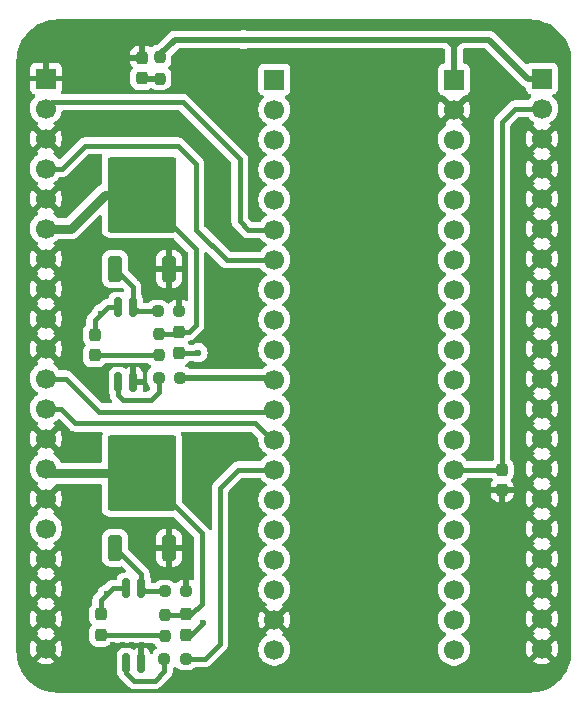
<source format=gbr>
%TF.GenerationSoftware,KiCad,Pcbnew,9.0.2*%
%TF.CreationDate,2025-06-04T20:07:21+07:00*%
%TF.ProjectId,Pneumatic,506e6575-6d61-4746-9963-2e6b69636164,rev?*%
%TF.SameCoordinates,Original*%
%TF.FileFunction,Copper,L1,Top*%
%TF.FilePolarity,Positive*%
%FSLAX46Y46*%
G04 Gerber Fmt 4.6, Leading zero omitted, Abs format (unit mm)*
G04 Created by KiCad (PCBNEW 9.0.2) date 2025-06-04 20:07:21*
%MOMM*%
%LPD*%
G01*
G04 APERTURE LIST*
G04 Aperture macros list*
%AMRoundRect*
0 Rectangle with rounded corners*
0 $1 Rounding radius*
0 $2 $3 $4 $5 $6 $7 $8 $9 X,Y pos of 4 corners*
0 Add a 4 corners polygon primitive as box body*
4,1,4,$2,$3,$4,$5,$6,$7,$8,$9,$2,$3,0*
0 Add four circle primitives for the rounded corners*
1,1,$1+$1,$2,$3*
1,1,$1+$1,$4,$5*
1,1,$1+$1,$6,$7*
1,1,$1+$1,$8,$9*
0 Add four rect primitives between the rounded corners*
20,1,$1+$1,$2,$3,$4,$5,0*
20,1,$1+$1,$4,$5,$6,$7,0*
20,1,$1+$1,$6,$7,$8,$9,0*
20,1,$1+$1,$8,$9,$2,$3,0*%
G04 Aperture macros list end*
%TA.AperFunction,SMDPad,CuDef*%
%ADD10RoundRect,0.237500X-0.237500X0.250000X-0.237500X-0.250000X0.237500X-0.250000X0.237500X0.250000X0*%
%TD*%
%TA.AperFunction,SMDPad,CuDef*%
%ADD11RoundRect,0.237500X0.250000X0.237500X-0.250000X0.237500X-0.250000X-0.237500X0.250000X-0.237500X0*%
%TD*%
%TA.AperFunction,SMDPad,CuDef*%
%ADD12RoundRect,0.237500X0.237500X-0.300000X0.237500X0.300000X-0.237500X0.300000X-0.237500X-0.300000X0*%
%TD*%
%TA.AperFunction,ComponentPad*%
%ADD13R,1.700000X1.700000*%
%TD*%
%TA.AperFunction,ComponentPad*%
%ADD14C,1.700000*%
%TD*%
%TA.AperFunction,SMDPad,CuDef*%
%ADD15RoundRect,0.150000X0.150000X-0.662500X0.150000X0.662500X-0.150000X0.662500X-0.150000X-0.662500X0*%
%TD*%
%TA.AperFunction,SMDPad,CuDef*%
%ADD16RoundRect,0.250000X0.350000X-0.850000X0.350000X0.850000X-0.350000X0.850000X-0.350000X-0.850000X0*%
%TD*%
%TA.AperFunction,SMDPad,CuDef*%
%ADD17RoundRect,0.249997X2.650003X-2.950003X2.650003X2.950003X-2.650003X2.950003X-2.650003X-2.950003X0*%
%TD*%
%TA.AperFunction,SMDPad,CuDef*%
%ADD18RoundRect,0.237500X0.237500X-0.287500X0.237500X0.287500X-0.237500X0.287500X-0.237500X-0.287500X0*%
%TD*%
%TA.AperFunction,SMDPad,CuDef*%
%ADD19RoundRect,0.237500X0.237500X-0.250000X0.237500X0.250000X-0.237500X0.250000X-0.237500X-0.250000X0*%
%TD*%
%TA.AperFunction,SMDPad,CuDef*%
%ADD20RoundRect,0.237500X-0.237500X0.287500X-0.237500X-0.287500X0.237500X-0.287500X0.237500X0.287500X0*%
%TD*%
%TA.AperFunction,ViaPad*%
%ADD21C,0.600000*%
%TD*%
%TA.AperFunction,Conductor*%
%ADD22C,0.400000*%
%TD*%
%TA.AperFunction,Conductor*%
%ADD23C,0.800000*%
%TD*%
%TA.AperFunction,Conductor*%
%ADD24C,0.500000*%
%TD*%
G04 APERTURE END LIST*
D10*
%TO.P,R30,1*%
%TO.N,+5V*%
X105650000Y-67175000D03*
%TO.P,R30,2*%
%TO.N,Net-(D8-A)*%
X105650000Y-69000000D03*
%TD*%
D11*
%TO.P,R20,1*%
%TO.N,/DOWNSHIFT*%
X107845000Y-118125000D03*
%TO.P,R20,2*%
%TO.N,Net-(R20-Pad2)*%
X106020000Y-118125000D03*
%TD*%
D12*
%TO.P,C1,1*%
%TO.N,GND*%
X134620000Y-103833000D03*
%TO.P,C1,2*%
%TO.N,GPOS*%
X134620000Y-102108000D03*
%TD*%
D13*
%TO.P,U1,1,5V*%
%TO.N,+5V*%
X130556000Y-69088000D03*
D14*
%TO.P,U1,2,3V3*%
%TO.N,unconnected-(U1-3V3-Pad2)*%
X115336000Y-117348000D03*
%TO.P,U1,3,5V*%
%TO.N,unconnected-(U1-5V-Pad3)*%
X115336000Y-112268000D03*
%TO.P,U1,4,3V3*%
%TO.N,unconnected-(U1-3V3-Pad4)*%
X130556000Y-74168000D03*
D13*
%TO.P,U1,5,PB12*%
%TO.N,unconnected-(U1-PB12-Pad5)*%
X115336000Y-69088000D03*
D14*
%TO.P,U1,6,PB13*%
%TO.N,unconnected-(U1-PB13-Pad6)*%
X115336000Y-71628000D03*
%TO.P,U1,7,PB14*%
%TO.N,unconnected-(U1-PB14-Pad7)*%
X115336000Y-74168000D03*
%TO.P,U1,8,PB15*%
%TO.N,unconnected-(U1-PB15-Pad8)*%
X115336000Y-76708000D03*
%TO.P,U1,9,PA8*%
%TO.N,unconnected-(U1-PA8-Pad9)*%
X115336000Y-79248000D03*
%TO.P,U1,10,PA9*%
%TO.N,/TX*%
X115336000Y-81788000D03*
%TO.P,U1,11,PA10*%
%TO.N,/RX*%
X115336000Y-84328000D03*
%TO.P,U1,12,PA11*%
%TO.N,unconnected-(U1-PA11-Pad12)*%
X115336000Y-86868000D03*
%TO.P,U1,13,PA12*%
%TO.N,unconnected-(U1-PA12-Pad13)*%
X115336000Y-89408000D03*
%TO.P,U1,14,PA15*%
%TO.N,unconnected-(U1-PA15-Pad14)*%
X115336000Y-91948000D03*
%TO.P,U1,15,PB3*%
%TO.N,/UPSHIFT*%
X115336000Y-94488000D03*
%TO.P,U1,16,PB4*%
%TO.N,/UP*%
X115336000Y-97028000D03*
%TO.P,U1,17,PB5*%
%TO.N,/Down*%
X115336000Y-99568000D03*
%TO.P,U1,18,PB6*%
%TO.N,/DOWNSHIFT*%
X115336000Y-102108000D03*
%TO.P,U1,19,PB7*%
%TO.N,unconnected-(U1-PB7-Pad19)*%
X115336000Y-104648000D03*
%TO.P,U1,20,PB8*%
%TO.N,unconnected-(U1-PB8-Pad20)*%
X115336000Y-107188000D03*
%TO.P,U1,21,PB9*%
%TO.N,unconnected-(U1-PB9-Pad21)*%
X115336000Y-109728000D03*
%TO.P,U1,22,PB10*%
%TO.N,unconnected-(U1-PB10-Pad22)*%
X130556000Y-76708000D03*
%TO.P,U1,23,PB2*%
%TO.N,unconnected-(U1-PB2-Pad23)*%
X130556000Y-79248000D03*
%TO.P,U1,24,PB1*%
%TO.N,unconnected-(U1-PB1-Pad24)*%
X130556000Y-81788000D03*
%TO.P,U1,25,PB0*%
%TO.N,unconnected-(U1-PB0-Pad25)*%
X130556000Y-84328000D03*
%TO.P,U1,26,PA7*%
%TO.N,unconnected-(U1-PA7-Pad26)*%
X130556000Y-86868000D03*
%TO.P,U1,27,PA6*%
%TO.N,unconnected-(U1-PA6-Pad27)*%
X130556000Y-89408000D03*
%TO.P,U1,28,PA5*%
%TO.N,unconnected-(U1-PA5-Pad28)*%
X130556000Y-91948000D03*
%TO.P,U1,29,PA4*%
%TO.N,unconnected-(U1-PA4-Pad29)*%
X130556000Y-94488000D03*
%TO.P,U1,30,PA3*%
%TO.N,unconnected-(U1-PA3-Pad30)*%
X130556000Y-97028000D03*
%TO.P,U1,31,PA2*%
%TO.N,unconnected-(U1-PA2-Pad31)*%
X130556000Y-99568000D03*
%TO.P,U1,32,PA1*%
%TO.N,GPOS*%
X130556000Y-102108000D03*
%TO.P,U1,33,PA0*%
%TO.N,unconnected-(U1-PA0-Pad33)*%
X130556000Y-104648000D03*
%TO.P,U1,34,R*%
%TO.N,unconnected-(U1-R-Pad34)*%
X130556000Y-107188000D03*
%TO.P,U1,35,PC15*%
%TO.N,unconnected-(U1-PC15-Pad35)*%
X130556000Y-109728000D03*
%TO.P,U1,36,PC14*%
%TO.N,unconnected-(U1-PC14-Pad36)*%
X130556000Y-112268000D03*
%TO.P,U1,37,PC13*%
%TO.N,unconnected-(U1-PC13-Pad37)*%
X130556000Y-114808000D03*
%TO.P,U1,38,VB*%
%TO.N,unconnected-(U1-VB-Pad38)*%
X130556000Y-117348000D03*
%TO.P,U1,39,GND*%
%TO.N,GND*%
X115336000Y-114808000D03*
%TO.P,U1,40,GND*%
X130556000Y-71628000D03*
%TD*%
D15*
%TO.P,U7,1*%
%TO.N,Net-(R20-Pad2)*%
X102810000Y-118512500D03*
%TO.P,U7,2*%
%TO.N,GND*%
X104080000Y-118512500D03*
%TO.P,U7,3*%
%TO.N,Net-(Q6-G)*%
X104080000Y-112137500D03*
%TO.P,U7,4*%
%TO.N,+5V*%
X102810000Y-112137500D03*
%TD*%
D16*
%TO.P,Q5,1,G*%
%TO.N,Net-(Q5-G)*%
X101845000Y-85125000D03*
D17*
%TO.P,Q5,2,D*%
%TO.N,/Pneumatic_UP*%
X104125000Y-78825000D03*
D16*
%TO.P,Q5,3,S*%
%TO.N,GND*%
X106405000Y-85125000D03*
%TD*%
D18*
%TO.P,D12,1,K*%
%TO.N,+12V*%
X107845000Y-116125000D03*
%TO.P,D12,2,A*%
%TO.N,/Pneumatic_DOWN*%
X107845000Y-114375000D03*
%TD*%
%TO.P,D11,1,K*%
%TO.N,+12V*%
X107252500Y-92225000D03*
%TO.P,D11,2,A*%
%TO.N,/Pneumatic_UP*%
X107252500Y-90475000D03*
%TD*%
D19*
%TO.P,R28,1*%
%TO.N,Net-(D7-K)*%
X106045000Y-116225000D03*
%TO.P,R28,2*%
%TO.N,/Pneumatic_DOWN*%
X106045000Y-114400000D03*
%TD*%
D16*
%TO.P,Q6,1,G*%
%TO.N,Net-(Q6-G)*%
X101845000Y-108725000D03*
D17*
%TO.P,Q6,2,D*%
%TO.N,/Pneumatic_DOWN*%
X104125000Y-102425000D03*
D16*
%TO.P,Q6,3,S*%
%TO.N,GND*%
X106405000Y-108725000D03*
%TD*%
D18*
%TO.P,D7,1,K*%
%TO.N,Net-(D7-K)*%
X100645000Y-116125000D03*
%TO.P,D7,2,A*%
%TO.N,+5V*%
X100645000Y-114375000D03*
%TD*%
D11*
%TO.P,R25,1*%
%TO.N,GND*%
X107277500Y-88725000D03*
%TO.P,R25,2*%
%TO.N,Net-(Q5-G)*%
X105452500Y-88725000D03*
%TD*%
D15*
%TO.P,U8,1*%
%TO.N,Net-(R21-Pad2)*%
X102117500Y-94725000D03*
%TO.P,U8,2*%
%TO.N,GND*%
X103387500Y-94725000D03*
%TO.P,U8,3*%
%TO.N,Net-(Q5-G)*%
X103387500Y-88350000D03*
%TO.P,U8,4*%
%TO.N,+5V*%
X102117500Y-88350000D03*
%TD*%
D19*
%TO.P,R29,1*%
%TO.N,Net-(D6-K)*%
X105552500Y-92425000D03*
%TO.P,R29,2*%
%TO.N,/Pneumatic_UP*%
X105552500Y-90600000D03*
%TD*%
D11*
%TO.P,R24,1*%
%TO.N,GND*%
X107870000Y-112425000D03*
%TO.P,R24,2*%
%TO.N,Net-(Q6-G)*%
X106045000Y-112425000D03*
%TD*%
%TO.P,R21,1*%
%TO.N,/UPSHIFT*%
X107377500Y-94325000D03*
%TO.P,R21,2*%
%TO.N,Net-(R21-Pad2)*%
X105552500Y-94325000D03*
%TD*%
D18*
%TO.P,D6,1,K*%
%TO.N,Net-(D6-K)*%
X100125000Y-92425000D03*
%TO.P,D6,2,A*%
%TO.N,+5V*%
X100125000Y-90675000D03*
%TD*%
D20*
%TO.P,D8,1,K*%
%TO.N,GND*%
X104125000Y-67225000D03*
%TO.P,D8,2,A*%
%TO.N,Net-(D8-A)*%
X104125000Y-68975000D03*
%TD*%
D13*
%TO.P,J2,1,Pin_1*%
%TO.N,+5V*%
X138000000Y-69000000D03*
D14*
%TO.P,J2,2,Pin_2*%
%TO.N,GPOS*%
X138000000Y-71540000D03*
%TO.P,J2,3,Pin_3*%
%TO.N,GND*%
X138000000Y-74080000D03*
%TO.P,J2,4,Pin_4*%
X138000000Y-76620000D03*
%TO.P,J2,5,Pin_5*%
X138000000Y-79160000D03*
%TO.P,J2,6,Pin_6*%
X138000000Y-81700000D03*
%TO.P,J2,7,Pin_7*%
X138000000Y-84240000D03*
%TO.P,J2,8,Pin_8*%
X138000000Y-86780000D03*
%TO.P,J2,9,Pin_9*%
X138000000Y-89320000D03*
%TO.P,J2,10,Pin_10*%
X138000000Y-91860000D03*
%TO.P,J2,11,Pin_11*%
X138000000Y-94400000D03*
%TO.P,J2,12,Pin_12*%
X138000000Y-96940000D03*
%TO.P,J2,13,Pin_13*%
X138000000Y-99480000D03*
%TO.P,J2,14,Pin_14*%
X138000000Y-102020000D03*
%TO.P,J2,15,Pin_15*%
X138000000Y-104560000D03*
%TO.P,J2,16,Pin_16*%
X138000000Y-107100000D03*
%TO.P,J2,17,Pin_17*%
X138000000Y-109640000D03*
%TO.P,J2,18,Pin_18*%
X138000000Y-112180000D03*
%TO.P,J2,19,Pin_19*%
X138000000Y-114720000D03*
%TO.P,J2,20,Pin_20*%
X138000000Y-117260000D03*
%TD*%
D13*
%TO.P,J1,1,Pin_1*%
%TO.N,GND*%
X96000000Y-69000000D03*
D14*
%TO.P,J1,2,Pin_2*%
%TO.N,/TX*%
X96000000Y-71540000D03*
%TO.P,J1,3,Pin_3*%
%TO.N,GND*%
X96000000Y-74080000D03*
%TO.P,J1,4,Pin_4*%
%TO.N,/RX*%
X96000000Y-76620000D03*
%TO.P,J1,5,Pin_5*%
%TO.N,GND*%
X96000000Y-79160000D03*
%TO.P,J1,6,Pin_6*%
%TO.N,/Pneumatic_UP*%
X96000000Y-81700000D03*
%TO.P,J1,7,Pin_7*%
%TO.N,GND*%
X96000000Y-84240000D03*
%TO.P,J1,8,Pin_8*%
X96000000Y-86780000D03*
%TO.P,J1,9,Pin_9*%
X96000000Y-89320000D03*
%TO.P,J1,10,Pin_10*%
X96000000Y-91860000D03*
%TO.P,J1,11,Pin_11*%
%TO.N,/UP*%
X96000000Y-94400000D03*
%TO.P,J1,12,Pin_12*%
%TO.N,/Down*%
X96000000Y-96940000D03*
%TO.P,J1,13,Pin_13*%
%TO.N,GND*%
X96000000Y-99480000D03*
%TO.P,J1,14,Pin_14*%
%TO.N,/Pneumatic_DOWN*%
X96000000Y-102020000D03*
%TO.P,J1,15,Pin_15*%
%TO.N,GND*%
X96000000Y-104560000D03*
%TO.P,J1,16,Pin_16*%
%TO.N,+12V*%
X96000000Y-107100000D03*
%TO.P,J1,17,Pin_17*%
%TO.N,GND*%
X96000000Y-109640000D03*
%TO.P,J1,18,Pin_18*%
X96000000Y-112180000D03*
%TO.P,J1,19,Pin_19*%
X96000000Y-114720000D03*
%TO.P,J1,20,Pin_20*%
X96000000Y-117260000D03*
%TD*%
D21*
%TO.N,+12V*%
X109300000Y-115100000D03*
X108900000Y-92200000D03*
%TO.N,GND*%
X109500000Y-102900000D03*
X107000000Y-111000000D03*
X109500000Y-102000000D03*
X105664000Y-72644000D03*
X102847581Y-72618292D03*
X101927442Y-72618292D03*
X104400000Y-83200000D03*
X102500000Y-117000000D03*
X109895010Y-89677348D03*
X104100000Y-106600000D03*
X109895010Y-91877348D03*
X103735434Y-72602149D03*
X111252000Y-78740000D03*
X109895010Y-90777348D03*
X104100000Y-117000000D03*
X107696000Y-73152000D03*
X104648000Y-72600000D03*
X111252000Y-80772000D03*
X104100000Y-107300000D03*
X111252000Y-79756000D03*
X100958875Y-72602149D03*
X104100000Y-108000000D03*
X104800000Y-107300000D03*
X104500000Y-87600000D03*
X104800000Y-108000000D03*
X103700000Y-84600000D03*
X109900000Y-87600000D03*
X104400000Y-84600000D03*
X103300000Y-117000000D03*
X106000000Y-111000000D03*
X104100000Y-108700000D03*
X109500000Y-101100000D03*
X105100000Y-83200000D03*
X109900000Y-86500000D03*
X108700000Y-102900000D03*
X104800000Y-106600000D03*
X106200000Y-106600000D03*
X104800000Y-108700000D03*
X107300000Y-87200000D03*
X104400000Y-83900000D03*
X108000000Y-111000000D03*
X105500000Y-106600000D03*
X108700000Y-102000000D03*
X103700000Y-83200000D03*
X109728000Y-75184000D03*
X101700000Y-117700000D03*
X101700000Y-117000000D03*
X108700000Y-100300000D03*
X109900000Y-88700000D03*
X108700000Y-101100000D03*
X103700000Y-83900000D03*
X106680000Y-72644000D03*
X108712000Y-74168000D03*
X109500000Y-100300000D03*
X110744000Y-76200000D03*
%TO.N,+5V*%
X100700000Y-88900000D03*
X112750000Y-65700000D03*
X101150000Y-112650000D03*
%TD*%
D22*
%TO.N,Net-(D6-K)*%
X105552500Y-92425000D02*
X100125000Y-92425000D01*
%TO.N,Net-(D7-K)*%
X105945000Y-116125000D02*
X106045000Y-116225000D01*
X100645000Y-116125000D02*
X105945000Y-116125000D01*
%TO.N,+12V*%
X108875000Y-92225000D02*
X108900000Y-92200000D01*
X108275000Y-116125000D02*
X109300000Y-115100000D01*
X107845000Y-116125000D02*
X108275000Y-116125000D01*
X107252500Y-92225000D02*
X108875000Y-92225000D01*
D23*
%TO.N,/Pneumatic_UP*%
X104125000Y-78825000D02*
X100975000Y-78825000D01*
X100975000Y-78825000D02*
X98100000Y-81700000D01*
D22*
X107252500Y-90475000D02*
X108125000Y-90475000D01*
X108712000Y-83412000D02*
X104125000Y-78825000D01*
X108712000Y-89888000D02*
X108712000Y-83412000D01*
D23*
X98100000Y-81700000D02*
X96000000Y-81700000D01*
D22*
X105552500Y-90600000D02*
X107127500Y-90600000D01*
X108125000Y-90475000D02*
X108712000Y-89888000D01*
X107127500Y-90600000D02*
X107252500Y-90475000D01*
D23*
%TO.N,/Pneumatic_DOWN*%
X104125000Y-102425000D02*
X96405000Y-102425000D01*
D22*
X107845000Y-114375000D02*
X108325000Y-114375000D01*
D23*
X96405000Y-102425000D02*
X96000000Y-102020000D01*
D22*
X109200000Y-113500000D02*
X109200000Y-107500000D01*
X108325000Y-114375000D02*
X109200000Y-113500000D01*
X107820000Y-114400000D02*
X107845000Y-114375000D01*
X109200000Y-107500000D02*
X104125000Y-102425000D01*
X106045000Y-114400000D02*
X107820000Y-114400000D01*
D24*
%TO.N,Net-(D8-A)*%
X105650000Y-69000000D02*
X104150000Y-69000000D01*
X104150000Y-69000000D02*
X104125000Y-68975000D01*
D22*
%TO.N,Net-(Q5-G)*%
X105452500Y-88725000D02*
X103762500Y-88725000D01*
X103387500Y-86667500D02*
X103387500Y-88350000D01*
X103762500Y-88725000D02*
X103387500Y-88350000D01*
X101845000Y-85125000D02*
X103387500Y-86667500D01*
D24*
%TO.N,GND*%
X107870000Y-112425000D02*
X107870000Y-111130000D01*
X107870000Y-111130000D02*
X108000000Y-111000000D01*
D22*
X96240000Y-79400000D02*
X96000000Y-79160000D01*
D24*
X107277500Y-87222500D02*
X107300000Y-87200000D01*
X107277500Y-88725000D02*
X107277500Y-87222500D01*
X104080000Y-117020000D02*
X104100000Y-117000000D01*
X104080000Y-118512500D02*
X104080000Y-117020000D01*
D22*
%TO.N,Net-(Q6-G)*%
X106045000Y-112425000D02*
X104367500Y-112425000D01*
X104080000Y-110960000D02*
X104080000Y-112137500D01*
X104367500Y-112425000D02*
X104080000Y-112137500D01*
X101845000Y-108725000D02*
X104080000Y-110960000D01*
%TO.N,/DOWNSHIFT*%
X109459000Y-118125000D02*
X110744000Y-116840000D01*
X110744000Y-116840000D02*
X110744000Y-103632000D01*
X110744000Y-103632000D02*
X112268000Y-102108000D01*
X112268000Y-102108000D02*
X115336000Y-102108000D01*
X107845000Y-118125000D02*
X109459000Y-118125000D01*
%TO.N,Net-(R20-Pad2)*%
X102810000Y-118512500D02*
X102810000Y-119310000D01*
X105200000Y-120000000D02*
X106020000Y-119180000D01*
X106020000Y-119180000D02*
X106020000Y-118125000D01*
X103500000Y-120000000D02*
X105200000Y-120000000D01*
X102810000Y-119310000D02*
X103500000Y-120000000D01*
D24*
%TO.N,/UPSHIFT*%
X107377500Y-94325000D02*
X114930000Y-94325000D01*
X114930000Y-94325000D02*
X115137500Y-94532500D01*
D22*
%TO.N,Net-(R21-Pad2)*%
X104900000Y-96200000D02*
X105552500Y-95547500D01*
X105552500Y-95547500D02*
X105552500Y-94325000D01*
X102500000Y-96200000D02*
X104900000Y-96200000D01*
X102117500Y-94725000D02*
X102117500Y-95817500D01*
X102117500Y-95817500D02*
X102500000Y-96200000D01*
%TO.N,/TX*%
X96000000Y-71540000D02*
X96540000Y-71000000D01*
X112400000Y-75800000D02*
X112400000Y-81100000D01*
X107600000Y-71000000D02*
X112400000Y-75800000D01*
X96540000Y-71000000D02*
X107600000Y-71000000D01*
X112400000Y-81100000D02*
X113132500Y-81832500D01*
X113132500Y-81832500D02*
X115137500Y-81832500D01*
%TO.N,/UP*%
X100500000Y-97200000D02*
X97700000Y-94400000D01*
X97700000Y-94400000D02*
X96000000Y-94400000D01*
X115010000Y-97200000D02*
X100500000Y-97200000D01*
X115137500Y-97072500D02*
X115010000Y-97200000D01*
%TO.N,+5V*%
X100700000Y-88900000D02*
X100125000Y-89475000D01*
D24*
X105650000Y-66950000D02*
X105650000Y-67175000D01*
D22*
X100700000Y-88900000D02*
X101250000Y-88350000D01*
D24*
X129850000Y-65700000D02*
X130006000Y-65700000D01*
X131750000Y-65700000D02*
X131106000Y-65700000D01*
X133500000Y-65700000D02*
X131750000Y-65700000D01*
D22*
X100645000Y-114375000D02*
X100645000Y-113155000D01*
D24*
X130556000Y-69088000D02*
X130556000Y-66250000D01*
X130556000Y-65756000D02*
X130500000Y-65700000D01*
X131750000Y-65700000D02*
X130500000Y-65700000D01*
X138000000Y-69000000D02*
X136800000Y-69000000D01*
X129850000Y-65700000D02*
X112750000Y-65700000D01*
D22*
X100645000Y-113155000D02*
X101150000Y-112650000D01*
X100125000Y-89475000D02*
X100125000Y-90675000D01*
D24*
X130556000Y-66250000D02*
X130556000Y-65756000D01*
D22*
X101250000Y-88350000D02*
X102117500Y-88350000D01*
D24*
X106900000Y-65700000D02*
X105650000Y-66950000D01*
D22*
X101150000Y-112650000D02*
X101662500Y-112137500D01*
D24*
X136800000Y-69000000D02*
X133500000Y-65700000D01*
X131106000Y-65700000D02*
X130556000Y-66250000D01*
D22*
X101662500Y-112137500D02*
X102810000Y-112137500D01*
D24*
X130500000Y-65700000D02*
X129850000Y-65700000D01*
X112750000Y-65700000D02*
X106900000Y-65700000D01*
X130006000Y-65700000D02*
X130556000Y-66250000D01*
D22*
%TO.N,/Down*%
X97240000Y-96940000D02*
X96000000Y-96940000D01*
X115137500Y-99612500D02*
X113725000Y-98200000D01*
X98500000Y-98200000D02*
X97240000Y-96940000D01*
X113725000Y-98200000D02*
X98500000Y-98200000D01*
%TO.N,/RX*%
X107188000Y-74676000D02*
X108712000Y-76200000D01*
X111296500Y-84372500D02*
X115137500Y-84372500D01*
X97380000Y-76620000D02*
X99324000Y-74676000D01*
X108712000Y-76200000D02*
X108712000Y-81788000D01*
X96000000Y-76620000D02*
X97380000Y-76620000D01*
X108712000Y-81788000D02*
X111296500Y-84372500D01*
X99324000Y-74676000D02*
X107188000Y-74676000D01*
%TO.N,GPOS*%
X134620000Y-72644000D02*
X134620000Y-102108000D01*
X135724000Y-71540000D02*
X134620000Y-72644000D01*
X130556000Y-102108000D02*
X134620000Y-102108000D01*
X138000000Y-71540000D02*
X135724000Y-71540000D01*
%TD*%
%TA.AperFunction,Conductor*%
%TO.N,GND*%
G36*
X113450520Y-98920185D02*
G01*
X113471162Y-98936819D01*
X113949181Y-99414838D01*
X113982666Y-99476161D01*
X113985500Y-99502519D01*
X113985500Y-99674286D01*
X114018097Y-99880099D01*
X114018754Y-99884243D01*
X114049867Y-99980000D01*
X114084444Y-100086414D01*
X114180951Y-100275820D01*
X114305890Y-100447786D01*
X114456213Y-100598109D01*
X114628182Y-100723050D01*
X114636946Y-100727516D01*
X114687742Y-100775491D01*
X114704536Y-100843312D01*
X114681998Y-100909447D01*
X114636946Y-100948484D01*
X114628182Y-100952949D01*
X114456213Y-101077890D01*
X114305892Y-101228211D01*
X114244888Y-101312179D01*
X114212770Y-101356385D01*
X114157442Y-101399051D01*
X114112453Y-101407500D01*
X112199003Y-101407500D01*
X112096762Y-101427837D01*
X112096757Y-101427838D01*
X112090591Y-101429065D01*
X112063671Y-101434420D01*
X112035802Y-101445964D01*
X112030372Y-101448213D01*
X112030366Y-101448215D01*
X111936190Y-101487224D01*
X111936186Y-101487226D01*
X111880402Y-101524499D01*
X111880403Y-101524500D01*
X111821457Y-101563886D01*
X111821453Y-101563889D01*
X110199888Y-103185453D01*
X110199887Y-103185454D01*
X110123223Y-103300192D01*
X110070421Y-103427668D01*
X110070418Y-103427680D01*
X110057435Y-103492950D01*
X110057435Y-103492951D01*
X110043500Y-103563004D01*
X110043500Y-107092747D01*
X110023815Y-107159786D01*
X109971011Y-107205541D01*
X109901853Y-107215485D01*
X109838297Y-107186460D01*
X109816398Y-107161637D01*
X109744117Y-107053461D01*
X109744111Y-107053453D01*
X107561819Y-104871161D01*
X107528334Y-104809838D01*
X107525500Y-104783480D01*
X107525500Y-99424993D01*
X107525499Y-99424980D01*
X107524395Y-99414174D01*
X107514999Y-99322200D01*
X107459815Y-99155664D01*
X107419063Y-99089596D01*
X107400624Y-99022204D01*
X107421547Y-98955541D01*
X107475188Y-98910771D01*
X107524603Y-98900500D01*
X113383481Y-98900500D01*
X113450520Y-98920185D01*
G37*
%TD.AperFunction*%
%TA.AperFunction,Conductor*%
G36*
X97122952Y-97829456D02*
G01*
X97167300Y-97857957D01*
X98053453Y-98744111D01*
X98053454Y-98744112D01*
X98168192Y-98820777D01*
X98295667Y-98873578D01*
X98295672Y-98873580D01*
X98295676Y-98873580D01*
X98295677Y-98873581D01*
X98431003Y-98900500D01*
X98431006Y-98900500D01*
X98431007Y-98900500D01*
X100725397Y-98900500D01*
X100792436Y-98920185D01*
X100838191Y-98972989D01*
X100848135Y-99042147D01*
X100830936Y-99089597D01*
X100790186Y-99155661D01*
X100790184Y-99155666D01*
X100735001Y-99322198D01*
X100724500Y-99424980D01*
X100724500Y-101400500D01*
X100704815Y-101467539D01*
X100652011Y-101513294D01*
X100600500Y-101524500D01*
X97339218Y-101524500D01*
X97272179Y-101504815D01*
X97228733Y-101456794D01*
X97214604Y-101429065D01*
X97155051Y-101312184D01*
X97155050Y-101312182D01*
X97030109Y-101140213D01*
X96879786Y-100989890D01*
X96707817Y-100864949D01*
X96698504Y-100860204D01*
X96647707Y-100812230D01*
X96630912Y-100744409D01*
X96653449Y-100678274D01*
X96698507Y-100639232D01*
X96707555Y-100634622D01*
X96761716Y-100595270D01*
X96761717Y-100595270D01*
X96129408Y-99962962D01*
X96192993Y-99945925D01*
X96307007Y-99880099D01*
X96400099Y-99787007D01*
X96465925Y-99672993D01*
X96482962Y-99609409D01*
X97115270Y-100241717D01*
X97115270Y-100241716D01*
X97154622Y-100187554D01*
X97251095Y-99998217D01*
X97316757Y-99796130D01*
X97316757Y-99796127D01*
X97350000Y-99586246D01*
X97350000Y-99373753D01*
X97316757Y-99163872D01*
X97316757Y-99163869D01*
X97251095Y-98961782D01*
X97154624Y-98772449D01*
X97115270Y-98718282D01*
X97115269Y-98718282D01*
X96482962Y-99350590D01*
X96465925Y-99287007D01*
X96400099Y-99172993D01*
X96307007Y-99079901D01*
X96192993Y-99014075D01*
X96129409Y-98997037D01*
X96761716Y-98364728D01*
X96707547Y-98325373D01*
X96707547Y-98325372D01*
X96698500Y-98320763D01*
X96647706Y-98272788D01*
X96630912Y-98204966D01*
X96653451Y-98138832D01*
X96698508Y-98099793D01*
X96707816Y-98095051D01*
X96879792Y-97970104D01*
X96991941Y-97857954D01*
X97053260Y-97824472D01*
X97122952Y-97829456D01*
G37*
%TD.AperFunction*%
%TA.AperFunction,Conductor*%
G36*
X100643834Y-80532180D02*
G01*
X100699767Y-80574052D01*
X100724184Y-80639516D01*
X100724500Y-80648362D01*
X100724500Y-81825019D01*
X100735001Y-81927801D01*
X100790184Y-82094333D01*
X100790189Y-82094344D01*
X100882285Y-82243653D01*
X100882288Y-82243657D01*
X101006342Y-82367711D01*
X101006346Y-82367714D01*
X101155655Y-82459810D01*
X101155658Y-82459811D01*
X101155664Y-82459815D01*
X101322200Y-82514999D01*
X101424988Y-82525500D01*
X101424993Y-82525500D01*
X106783481Y-82525500D01*
X106850520Y-82545185D01*
X106871162Y-82561819D01*
X107975181Y-83665838D01*
X108008666Y-83727161D01*
X108011500Y-83753519D01*
X108011500Y-87699270D01*
X107991815Y-87766309D01*
X107939011Y-87812064D01*
X107869853Y-87822008D01*
X107848537Y-87815674D01*
X107848158Y-87816819D01*
X107677652Y-87760319D01*
X107576654Y-87750000D01*
X107527500Y-87750000D01*
X107527500Y-88601000D01*
X107507815Y-88668039D01*
X107455011Y-88713794D01*
X107403500Y-88725000D01*
X107151500Y-88725000D01*
X107084461Y-88705315D01*
X107038706Y-88652511D01*
X107027500Y-88601000D01*
X107027500Y-87750000D01*
X107027499Y-87749999D01*
X106978361Y-87750000D01*
X106978343Y-87750001D01*
X106877347Y-87760319D01*
X106713699Y-87814546D01*
X106713688Y-87814551D01*
X106566965Y-87905052D01*
X106453034Y-88018983D01*
X106391711Y-88052467D01*
X106322019Y-88047483D01*
X106277672Y-88018982D01*
X106163351Y-87904661D01*
X106163350Y-87904660D01*
X106029350Y-87822008D01*
X106016518Y-87814093D01*
X106016513Y-87814091D01*
X105991743Y-87805883D01*
X105852753Y-87759826D01*
X105852751Y-87759825D01*
X105751678Y-87749500D01*
X105153330Y-87749500D01*
X105153312Y-87749501D01*
X105052247Y-87759825D01*
X104888484Y-87814092D01*
X104888481Y-87814093D01*
X104741648Y-87904661D01*
X104658129Y-87988181D01*
X104596806Y-88021666D01*
X104570448Y-88024500D01*
X104312000Y-88024500D01*
X104244961Y-88004815D01*
X104199206Y-87952011D01*
X104188000Y-87900500D01*
X104188000Y-87621813D01*
X104187999Y-87621798D01*
X104187777Y-87618981D01*
X104185098Y-87584931D01*
X104177882Y-87560095D01*
X104139245Y-87427106D01*
X104139244Y-87427103D01*
X104139244Y-87427102D01*
X104129670Y-87410913D01*
X104105268Y-87369650D01*
X104088000Y-87306530D01*
X104088000Y-86598504D01*
X104061081Y-86463177D01*
X104061080Y-86463176D01*
X104061080Y-86463172D01*
X104052996Y-86443656D01*
X104008278Y-86335695D01*
X104008271Y-86335682D01*
X103931615Y-86220959D01*
X103931614Y-86220958D01*
X103834042Y-86123386D01*
X103735642Y-86024986D01*
X105305001Y-86024986D01*
X105315494Y-86127697D01*
X105370641Y-86294119D01*
X105370643Y-86294124D01*
X105462684Y-86443345D01*
X105586654Y-86567315D01*
X105735875Y-86659356D01*
X105735880Y-86659358D01*
X105902302Y-86714505D01*
X105902309Y-86714506D01*
X106005019Y-86724999D01*
X106154999Y-86724999D01*
X106655000Y-86724999D01*
X106804972Y-86724999D01*
X106804986Y-86724998D01*
X106907697Y-86714505D01*
X107074119Y-86659358D01*
X107074124Y-86659356D01*
X107223345Y-86567315D01*
X107347315Y-86443345D01*
X107439356Y-86294124D01*
X107439358Y-86294119D01*
X107494505Y-86127697D01*
X107494506Y-86127690D01*
X107504999Y-86024986D01*
X107505000Y-86024973D01*
X107505000Y-85375000D01*
X106655000Y-85375000D01*
X106655000Y-86724999D01*
X106154999Y-86724999D01*
X106155000Y-86724998D01*
X106155000Y-85375000D01*
X105305001Y-85375000D01*
X105305001Y-86024986D01*
X103735642Y-86024986D01*
X103548546Y-85837890D01*
X103121976Y-85411319D01*
X102981818Y-85271161D01*
X102948333Y-85209838D01*
X102945499Y-85183480D01*
X102945499Y-84225013D01*
X105305000Y-84225013D01*
X105305000Y-84875000D01*
X106155000Y-84875000D01*
X106655000Y-84875000D01*
X107504999Y-84875000D01*
X107504999Y-84225028D01*
X107504998Y-84225013D01*
X107494505Y-84122302D01*
X107439358Y-83955880D01*
X107439356Y-83955875D01*
X107347315Y-83806654D01*
X107223345Y-83682684D01*
X107074124Y-83590643D01*
X107074119Y-83590641D01*
X106907697Y-83535494D01*
X106907690Y-83535493D01*
X106804986Y-83525000D01*
X106655000Y-83525000D01*
X106655000Y-84875000D01*
X106155000Y-84875000D01*
X106155000Y-83525000D01*
X106005027Y-83525000D01*
X106005012Y-83525001D01*
X105902302Y-83535494D01*
X105735880Y-83590641D01*
X105735875Y-83590643D01*
X105586654Y-83682684D01*
X105462684Y-83806654D01*
X105370643Y-83955875D01*
X105370641Y-83955880D01*
X105315494Y-84122302D01*
X105315493Y-84122309D01*
X105305000Y-84225013D01*
X102945499Y-84225013D01*
X102945499Y-84224998D01*
X102945498Y-84224981D01*
X102934999Y-84122203D01*
X102934998Y-84122200D01*
X102910081Y-84047007D01*
X102879814Y-83955666D01*
X102787712Y-83806344D01*
X102663656Y-83682288D01*
X102514334Y-83590186D01*
X102347797Y-83535001D01*
X102347795Y-83535000D01*
X102245010Y-83524500D01*
X101444998Y-83524500D01*
X101444980Y-83524501D01*
X101342203Y-83535000D01*
X101342200Y-83535001D01*
X101175668Y-83590185D01*
X101175663Y-83590187D01*
X101026342Y-83682289D01*
X100902289Y-83806342D01*
X100810187Y-83955663D01*
X100810185Y-83955668D01*
X100810115Y-83955880D01*
X100755001Y-84122203D01*
X100755001Y-84122204D01*
X100755000Y-84122204D01*
X100744500Y-84224983D01*
X100744500Y-86025001D01*
X100744501Y-86025018D01*
X100755000Y-86127796D01*
X100755001Y-86127799D01*
X100810185Y-86294331D01*
X100810187Y-86294336D01*
X100844265Y-86349585D01*
X100902288Y-86443656D01*
X101026344Y-86567712D01*
X101175666Y-86659814D01*
X101342203Y-86714999D01*
X101444991Y-86725500D01*
X102245008Y-86725499D01*
X102245016Y-86725498D01*
X102245019Y-86725498D01*
X102268896Y-86723058D01*
X102347797Y-86714999D01*
X102347804Y-86714996D01*
X102354414Y-86713582D01*
X102354672Y-86714788D01*
X102363274Y-86714492D01*
X102377869Y-86709049D01*
X102397480Y-86713315D01*
X102417537Y-86712625D01*
X102431861Y-86720794D01*
X102446142Y-86723901D01*
X102474396Y-86745052D01*
X102591212Y-86861868D01*
X102624697Y-86923191D01*
X102619713Y-86992883D01*
X102577841Y-87048816D01*
X102512377Y-87073233D01*
X102468936Y-87068625D01*
X102370073Y-87039902D01*
X102370067Y-87039901D01*
X102333201Y-87037000D01*
X102333194Y-87037000D01*
X101901806Y-87037000D01*
X101901798Y-87037000D01*
X101864932Y-87039901D01*
X101864926Y-87039902D01*
X101707106Y-87085754D01*
X101707103Y-87085755D01*
X101565637Y-87169417D01*
X101565629Y-87169423D01*
X101449423Y-87285629D01*
X101449417Y-87285637D01*
X101365755Y-87427103D01*
X101365754Y-87427106D01*
X101327117Y-87560095D01*
X101289511Y-87618981D01*
X101226436Y-87648128D01*
X101217290Y-87649500D01*
X101181007Y-87649500D01*
X101072591Y-87671065D01*
X101066213Y-87672333D01*
X101045673Y-87676419D01*
X101045671Y-87676420D01*
X100992866Y-87698292D01*
X100992864Y-87698293D01*
X100992863Y-87698292D01*
X100918191Y-87729223D01*
X100872392Y-87759826D01*
X100872391Y-87759826D01*
X100803461Y-87805883D01*
X100803458Y-87805885D01*
X100505412Y-88103930D01*
X100465184Y-88130809D01*
X100320823Y-88190604D01*
X100320814Y-88190609D01*
X100189711Y-88278210D01*
X100189707Y-88278213D01*
X100078213Y-88389707D01*
X100078210Y-88389711D01*
X99990609Y-88520814D01*
X99990604Y-88520823D01*
X99930809Y-88665184D01*
X99903929Y-88705412D01*
X99580887Y-89028454D01*
X99504223Y-89143192D01*
X99451421Y-89270668D01*
X99451421Y-89270669D01*
X99451420Y-89270672D01*
X99436857Y-89343887D01*
X99436857Y-89343888D01*
X99424500Y-89406005D01*
X99424500Y-89755448D01*
X99404815Y-89822487D01*
X99388181Y-89843129D01*
X99304661Y-89926648D01*
X99214093Y-90073481D01*
X99214092Y-90073484D01*
X99159826Y-90237247D01*
X99159826Y-90237248D01*
X99159825Y-90237248D01*
X99149500Y-90338315D01*
X99149500Y-91011669D01*
X99149501Y-91011687D01*
X99159825Y-91112752D01*
X99214092Y-91276515D01*
X99214093Y-91276518D01*
X99304661Y-91423351D01*
X99343629Y-91462319D01*
X99377114Y-91523642D01*
X99372130Y-91593334D01*
X99343629Y-91637681D01*
X99304661Y-91676648D01*
X99214093Y-91823481D01*
X99214092Y-91823484D01*
X99159826Y-91987247D01*
X99159826Y-91987248D01*
X99159825Y-91987248D01*
X99149500Y-92088315D01*
X99149500Y-92761669D01*
X99149501Y-92761687D01*
X99159825Y-92862752D01*
X99175280Y-92909390D01*
X99211678Y-93019232D01*
X99214092Y-93026515D01*
X99214093Y-93026518D01*
X99233854Y-93058556D01*
X99304660Y-93173350D01*
X99426650Y-93295340D01*
X99573484Y-93385908D01*
X99737247Y-93440174D01*
X99838323Y-93450500D01*
X100411676Y-93450499D01*
X100411684Y-93450498D01*
X100411687Y-93450498D01*
X100467030Y-93444844D01*
X100512753Y-93440174D01*
X100676516Y-93385908D01*
X100823350Y-93295340D01*
X100945340Y-93173350D01*
X100945341Y-93173347D01*
X100945344Y-93173345D01*
X100945945Y-93172586D01*
X100946489Y-93172200D01*
X100950447Y-93168243D01*
X100951123Y-93168919D01*
X101002968Y-93132211D01*
X101043208Y-93125500D01*
X104670448Y-93125500D01*
X104737487Y-93145185D01*
X104758129Y-93161819D01*
X104854150Y-93257840D01*
X104876874Y-93271856D01*
X104923597Y-93323801D01*
X104934821Y-93392763D01*
X104906979Y-93456846D01*
X104876876Y-93482931D01*
X104841652Y-93504657D01*
X104719661Y-93626648D01*
X104629093Y-93773481D01*
X104629091Y-93773486D01*
X104619542Y-93802303D01*
X104574826Y-93937247D01*
X104574826Y-93937248D01*
X104574825Y-93937248D01*
X104564500Y-94038315D01*
X104564500Y-94611669D01*
X104564501Y-94611687D01*
X104574825Y-94712752D01*
X104575981Y-94716239D01*
X104625582Y-94865925D01*
X104629092Y-94876515D01*
X104629093Y-94876518D01*
X104643577Y-94900000D01*
X104689837Y-94975000D01*
X104719661Y-95023351D01*
X104815145Y-95118835D01*
X104819482Y-95126779D01*
X104826731Y-95132205D01*
X104835966Y-95156966D01*
X104848630Y-95180158D01*
X104847984Y-95189187D01*
X104851148Y-95197670D01*
X104845531Y-95223490D01*
X104843646Y-95249850D01*
X104837827Y-95258904D01*
X104836296Y-95265943D01*
X104815146Y-95294197D01*
X104646160Y-95463182D01*
X104584839Y-95496666D01*
X104558481Y-95499500D01*
X104311500Y-95499500D01*
X104244461Y-95479815D01*
X104198706Y-95427011D01*
X104187500Y-95375500D01*
X104187500Y-94975000D01*
X103511500Y-94975000D01*
X103444461Y-94955315D01*
X103398706Y-94902511D01*
X103387500Y-94851000D01*
X103387500Y-94725000D01*
X103261500Y-94725000D01*
X103194461Y-94705315D01*
X103148706Y-94652511D01*
X103137500Y-94601000D01*
X103137500Y-94475000D01*
X103637500Y-94475000D01*
X104187500Y-94475000D01*
X104187500Y-93996865D01*
X104187499Y-93996850D01*
X104184600Y-93960010D01*
X104184599Y-93960004D01*
X104138783Y-93802306D01*
X104138782Y-93802303D01*
X104055185Y-93660947D01*
X104055178Y-93660938D01*
X103939061Y-93544821D01*
X103939052Y-93544814D01*
X103797696Y-93461217D01*
X103797693Y-93461216D01*
X103639994Y-93415400D01*
X103639997Y-93415400D01*
X103637500Y-93415203D01*
X103637500Y-94475000D01*
X103137500Y-94475000D01*
X103137500Y-93415203D01*
X103135003Y-93415400D01*
X102977306Y-93461216D01*
X102977303Y-93461217D01*
X102835949Y-93544813D01*
X102829783Y-93549597D01*
X102827889Y-93547155D01*
X102779080Y-93573739D01*
X102709394Y-93568679D01*
X102676727Y-93547659D01*
X102675531Y-93549202D01*
X102669362Y-93544417D01*
X102565394Y-93482931D01*
X102527898Y-93460756D01*
X102527897Y-93460755D01*
X102527896Y-93460755D01*
X102527893Y-93460754D01*
X102370073Y-93414902D01*
X102370067Y-93414901D01*
X102333201Y-93412000D01*
X102333194Y-93412000D01*
X101901806Y-93412000D01*
X101901798Y-93412000D01*
X101864932Y-93414901D01*
X101864926Y-93414902D01*
X101707106Y-93460754D01*
X101707103Y-93460755D01*
X101565637Y-93544417D01*
X101565629Y-93544423D01*
X101449423Y-93660629D01*
X101449417Y-93660637D01*
X101365755Y-93802103D01*
X101365754Y-93802106D01*
X101319902Y-93959926D01*
X101319901Y-93959932D01*
X101317000Y-93996798D01*
X101317000Y-95453201D01*
X101319901Y-95490067D01*
X101319902Y-95490073D01*
X101365754Y-95647893D01*
X101365755Y-95647896D01*
X101365756Y-95647898D01*
X101393902Y-95695491D01*
X101399732Y-95705348D01*
X101417000Y-95768469D01*
X101417000Y-95886494D01*
X101417000Y-95886496D01*
X101416999Y-95886496D01*
X101443918Y-96021822D01*
X101443921Y-96021832D01*
X101496722Y-96149307D01*
X101573387Y-96264045D01*
X101597161Y-96287819D01*
X101630646Y-96349142D01*
X101625662Y-96418834D01*
X101583790Y-96474767D01*
X101518326Y-96499184D01*
X101509480Y-96499500D01*
X100841519Y-96499500D01*
X100774480Y-96479815D01*
X100753838Y-96463181D01*
X98146546Y-93855888D01*
X98146545Y-93855887D01*
X98031807Y-93779222D01*
X97904332Y-93726421D01*
X97904322Y-93726418D01*
X97768996Y-93699500D01*
X97768994Y-93699500D01*
X97768993Y-93699500D01*
X97223547Y-93699500D01*
X97156508Y-93679815D01*
X97123230Y-93648385D01*
X97065320Y-93568679D01*
X97030107Y-93520211D01*
X96879786Y-93369890D01*
X96707817Y-93244949D01*
X96698504Y-93240204D01*
X96647707Y-93192230D01*
X96630912Y-93124409D01*
X96653449Y-93058274D01*
X96698507Y-93019232D01*
X96707555Y-93014622D01*
X96761716Y-92975270D01*
X96761717Y-92975270D01*
X96129408Y-92342962D01*
X96192993Y-92325925D01*
X96307007Y-92260099D01*
X96400099Y-92167007D01*
X96465925Y-92052993D01*
X96482962Y-91989409D01*
X97115270Y-92621717D01*
X97115270Y-92621716D01*
X97154622Y-92567554D01*
X97251095Y-92378217D01*
X97316757Y-92176130D01*
X97316757Y-92176127D01*
X97350000Y-91966246D01*
X97350000Y-91753753D01*
X97316757Y-91543872D01*
X97316757Y-91543869D01*
X97251095Y-91341782D01*
X97154624Y-91152449D01*
X97115270Y-91098282D01*
X97115269Y-91098282D01*
X96482962Y-91730590D01*
X96465925Y-91667007D01*
X96400099Y-91552993D01*
X96307007Y-91459901D01*
X96192993Y-91394075D01*
X96129409Y-91377037D01*
X96761716Y-90744728D01*
X96707550Y-90705375D01*
X96697954Y-90700486D01*
X96647157Y-90652512D01*
X96630361Y-90584692D01*
X96652897Y-90518556D01*
X96697954Y-90479514D01*
X96707554Y-90474622D01*
X96761716Y-90435270D01*
X96761717Y-90435270D01*
X96129408Y-89802962D01*
X96192993Y-89785925D01*
X96307007Y-89720099D01*
X96400099Y-89627007D01*
X96465925Y-89512993D01*
X96482962Y-89449409D01*
X97115270Y-90081717D01*
X97115270Y-90081716D01*
X97154622Y-90027554D01*
X97251095Y-89838217D01*
X97316757Y-89636130D01*
X97316757Y-89636127D01*
X97350000Y-89426246D01*
X97350000Y-89213753D01*
X97316757Y-89003872D01*
X97316757Y-89003869D01*
X97251095Y-88801782D01*
X97154624Y-88612449D01*
X97115270Y-88558282D01*
X97115269Y-88558282D01*
X96482962Y-89190590D01*
X96465925Y-89127007D01*
X96400099Y-89012993D01*
X96307007Y-88919901D01*
X96192993Y-88854075D01*
X96129409Y-88837037D01*
X96761716Y-88204728D01*
X96707550Y-88165375D01*
X96697954Y-88160486D01*
X96647157Y-88112512D01*
X96630361Y-88044692D01*
X96652897Y-87978556D01*
X96697954Y-87939514D01*
X96707554Y-87934622D01*
X96761716Y-87895270D01*
X96761717Y-87895270D01*
X96129408Y-87262962D01*
X96192993Y-87245925D01*
X96307007Y-87180099D01*
X96400099Y-87087007D01*
X96465925Y-86972993D01*
X96482962Y-86909409D01*
X97115270Y-87541717D01*
X97115270Y-87541716D01*
X97154622Y-87487554D01*
X97251095Y-87298217D01*
X97316757Y-87096130D01*
X97316757Y-87096127D01*
X97350000Y-86886246D01*
X97350000Y-86673753D01*
X97316757Y-86463872D01*
X97316757Y-86463869D01*
X97251095Y-86261782D01*
X97154624Y-86072449D01*
X97115270Y-86018282D01*
X97115269Y-86018282D01*
X96482962Y-86650590D01*
X96465925Y-86587007D01*
X96400099Y-86472993D01*
X96307007Y-86379901D01*
X96192993Y-86314075D01*
X96129409Y-86297037D01*
X96761716Y-85664728D01*
X96707550Y-85625375D01*
X96697954Y-85620486D01*
X96647157Y-85572512D01*
X96630361Y-85504692D01*
X96652897Y-85438556D01*
X96697954Y-85399514D01*
X96707554Y-85394622D01*
X96761716Y-85355270D01*
X96761717Y-85355270D01*
X96129408Y-84722962D01*
X96192993Y-84705925D01*
X96307007Y-84640099D01*
X96400099Y-84547007D01*
X96465925Y-84432993D01*
X96482962Y-84369409D01*
X97115270Y-85001717D01*
X97115270Y-85001716D01*
X97154622Y-84947554D01*
X97251095Y-84758217D01*
X97316757Y-84556130D01*
X97316757Y-84556127D01*
X97350000Y-84346246D01*
X97350000Y-84133753D01*
X97316757Y-83923872D01*
X97316757Y-83923869D01*
X97251095Y-83721782D01*
X97154624Y-83532449D01*
X97115270Y-83478282D01*
X97115269Y-83478282D01*
X96482962Y-84110590D01*
X96465925Y-84047007D01*
X96400099Y-83932993D01*
X96307007Y-83839901D01*
X96192993Y-83774075D01*
X96129409Y-83757037D01*
X96761716Y-83124728D01*
X96707547Y-83085373D01*
X96707547Y-83085372D01*
X96698500Y-83080763D01*
X96647706Y-83032788D01*
X96630912Y-82964966D01*
X96653451Y-82898832D01*
X96698508Y-82859793D01*
X96707816Y-82855051D01*
X96806187Y-82783581D01*
X96879786Y-82730109D01*
X96879788Y-82730106D01*
X96879792Y-82730104D01*
X96973077Y-82636819D01*
X97034400Y-82603334D01*
X97060758Y-82600500D01*
X98188693Y-82600500D01*
X98188694Y-82600499D01*
X98362666Y-82565895D01*
X98444606Y-82531953D01*
X98526547Y-82498013D01*
X98634648Y-82425782D01*
X98674036Y-82399464D01*
X100512819Y-80560681D01*
X100574142Y-80527196D01*
X100643834Y-80532180D01*
G37*
%TD.AperFunction*%
%TA.AperFunction,Conductor*%
G36*
X109617703Y-83684806D02*
G01*
X109624181Y-83690838D01*
X110849953Y-84916611D01*
X110849954Y-84916612D01*
X110964692Y-84993277D01*
X111067392Y-85035816D01*
X111092172Y-85046080D01*
X111092176Y-85046080D01*
X111092177Y-85046081D01*
X111227503Y-85073000D01*
X111227506Y-85073000D01*
X111227507Y-85073000D01*
X114144783Y-85073000D01*
X114211822Y-85092685D01*
X114245101Y-85124115D01*
X114305892Y-85207788D01*
X114456213Y-85358109D01*
X114628182Y-85483050D01*
X114636946Y-85487516D01*
X114687742Y-85535491D01*
X114704536Y-85603312D01*
X114681998Y-85669447D01*
X114636946Y-85708484D01*
X114628182Y-85712949D01*
X114456213Y-85837890D01*
X114305890Y-85988213D01*
X114180951Y-86160179D01*
X114084444Y-86349585D01*
X114018753Y-86551760D01*
X113985500Y-86761713D01*
X113985500Y-86974286D01*
X114018097Y-87180099D01*
X114018754Y-87184243D01*
X114051698Y-87285635D01*
X114084444Y-87386414D01*
X114180951Y-87575820D01*
X114305890Y-87747786D01*
X114456213Y-87898109D01*
X114628182Y-88023050D01*
X114636946Y-88027516D01*
X114687742Y-88075491D01*
X114704536Y-88143312D01*
X114681998Y-88209447D01*
X114636946Y-88248484D01*
X114628182Y-88252949D01*
X114456213Y-88377890D01*
X114305890Y-88528213D01*
X114180951Y-88700179D01*
X114084444Y-88889585D01*
X114018753Y-89091760D01*
X113993029Y-89254174D01*
X113985500Y-89301713D01*
X113985500Y-89514287D01*
X113988081Y-89530581D01*
X114018097Y-89720099D01*
X114018754Y-89724243D01*
X114064722Y-89865718D01*
X114084444Y-89926414D01*
X114180951Y-90115820D01*
X114305890Y-90287786D01*
X114456213Y-90438109D01*
X114628182Y-90563050D01*
X114636946Y-90567516D01*
X114687742Y-90615491D01*
X114704536Y-90683312D01*
X114681998Y-90749447D01*
X114636946Y-90788484D01*
X114628182Y-90792949D01*
X114456213Y-90917890D01*
X114305890Y-91068213D01*
X114180951Y-91240179D01*
X114084444Y-91429585D01*
X114018753Y-91631760D01*
X113985500Y-91841713D01*
X113985500Y-92054286D01*
X114018097Y-92260099D01*
X114018754Y-92264243D01*
X114073748Y-92433497D01*
X114084444Y-92466414D01*
X114180951Y-92655820D01*
X114305890Y-92827786D01*
X114456213Y-92978109D01*
X114628182Y-93103050D01*
X114636946Y-93107516D01*
X114687742Y-93155491D01*
X114704536Y-93223312D01*
X114681998Y-93289447D01*
X114636946Y-93328484D01*
X114628182Y-93332949D01*
X114456213Y-93457890D01*
X114456209Y-93457894D01*
X114375923Y-93538181D01*
X114314600Y-93571666D01*
X114288242Y-93574500D01*
X108209552Y-93574500D01*
X108142513Y-93554815D01*
X108121871Y-93538181D01*
X108088351Y-93504661D01*
X108088350Y-93504660D01*
X107968902Y-93430984D01*
X107941518Y-93414093D01*
X107941517Y-93414092D01*
X107941516Y-93414092D01*
X107863831Y-93388349D01*
X107806387Y-93348577D01*
X107779565Y-93284060D01*
X107791880Y-93215285D01*
X107837738Y-93165107D01*
X107950850Y-93095340D01*
X108072840Y-92973350D01*
X108072841Y-92973347D01*
X108072844Y-92973345D01*
X108073445Y-92972586D01*
X108073989Y-92972200D01*
X108077947Y-92968243D01*
X108078623Y-92968919D01*
X108130468Y-92932211D01*
X108170708Y-92925500D01*
X108535040Y-92925500D01*
X108582492Y-92934939D01*
X108662896Y-92968243D01*
X108666503Y-92969737D01*
X108811873Y-92998653D01*
X108821153Y-93000499D01*
X108821156Y-93000500D01*
X108821158Y-93000500D01*
X108978844Y-93000500D01*
X108978845Y-93000499D01*
X109133497Y-92969737D01*
X109279179Y-92909394D01*
X109410289Y-92821789D01*
X109521789Y-92710289D01*
X109609394Y-92579179D01*
X109669737Y-92433497D01*
X109700500Y-92278842D01*
X109700500Y-92121158D01*
X109700500Y-92121155D01*
X109700499Y-92121153D01*
X109669738Y-91966510D01*
X109669737Y-91966503D01*
X109625623Y-91860001D01*
X109609397Y-91820827D01*
X109609390Y-91820814D01*
X109521789Y-91689711D01*
X109521786Y-91689707D01*
X109410292Y-91578213D01*
X109410288Y-91578210D01*
X109279185Y-91490609D01*
X109279172Y-91490602D01*
X109133501Y-91430264D01*
X109133489Y-91430261D01*
X108978845Y-91399500D01*
X108978842Y-91399500D01*
X108821158Y-91399500D01*
X108821155Y-91399500D01*
X108666510Y-91430261D01*
X108666498Y-91430264D01*
X108520827Y-91490602D01*
X108520813Y-91490610D01*
X108501372Y-91503601D01*
X108434695Y-91524480D01*
X108432480Y-91524500D01*
X108170708Y-91524500D01*
X108140499Y-91515629D01*
X108109819Y-91508521D01*
X108106435Y-91505627D01*
X108103669Y-91504815D01*
X108081852Y-91486991D01*
X108074662Y-91479605D01*
X108072840Y-91476650D01*
X108033244Y-91437054D01*
X108032696Y-91436491D01*
X108016720Y-91406271D01*
X108000386Y-91376358D01*
X108000447Y-91375491D01*
X108000041Y-91374722D01*
X108002936Y-91340697D01*
X108005370Y-91306666D01*
X108005902Y-91305837D01*
X108005965Y-91305104D01*
X108008440Y-91301888D01*
X108033871Y-91262319D01*
X108072840Y-91223350D01*
X108072841Y-91223347D01*
X108072844Y-91223345D01*
X108073445Y-91222586D01*
X108073989Y-91222200D01*
X108077947Y-91218243D01*
X108078623Y-91218919D01*
X108130468Y-91182211D01*
X108170708Y-91175500D01*
X108193996Y-91175500D01*
X108285040Y-91157389D01*
X108329328Y-91148580D01*
X108393069Y-91122177D01*
X108456807Y-91095777D01*
X108456808Y-91095776D01*
X108456811Y-91095775D01*
X108571543Y-91019114D01*
X109256113Y-90334543D01*
X109278644Y-90300824D01*
X109332775Y-90219811D01*
X109375851Y-90115816D01*
X109385580Y-90092329D01*
X109392829Y-90055886D01*
X109412500Y-89956993D01*
X109412500Y-83778519D01*
X109432185Y-83711480D01*
X109484989Y-83665725D01*
X109554147Y-83655781D01*
X109617703Y-83684806D01*
G37*
%TD.AperFunction*%
%TA.AperFunction,Conductor*%
G36*
X107325520Y-71720185D02*
G01*
X107346162Y-71736819D01*
X111663181Y-76053838D01*
X111696666Y-76115161D01*
X111699500Y-76141519D01*
X111699500Y-81031006D01*
X111699500Y-81168994D01*
X111699500Y-81168996D01*
X111699499Y-81168996D01*
X111726418Y-81304322D01*
X111726421Y-81304332D01*
X111779222Y-81431807D01*
X111855887Y-81546545D01*
X111855888Y-81546546D01*
X112588386Y-82279042D01*
X112677055Y-82367711D01*
X112685959Y-82376615D01*
X112800682Y-82453271D01*
X112800695Y-82453278D01*
X112854806Y-82475691D01*
X112858302Y-82477139D01*
X112928171Y-82506080D01*
X112955091Y-82511434D01*
X113048010Y-82529917D01*
X113063506Y-82533000D01*
X113063507Y-82533000D01*
X114144783Y-82533000D01*
X114211822Y-82552685D01*
X114245101Y-82584115D01*
X114305892Y-82667788D01*
X114456213Y-82818109D01*
X114628182Y-82943050D01*
X114636946Y-82947516D01*
X114687742Y-82995491D01*
X114704536Y-83063312D01*
X114681998Y-83129447D01*
X114636946Y-83168484D01*
X114628182Y-83172949D01*
X114456213Y-83297890D01*
X114305890Y-83448213D01*
X114180439Y-83620885D01*
X114125110Y-83663551D01*
X114080121Y-83672000D01*
X111638019Y-83672000D01*
X111570980Y-83652315D01*
X111550338Y-83635681D01*
X109448819Y-81534162D01*
X109415334Y-81472839D01*
X109412500Y-81446481D01*
X109412500Y-76131004D01*
X109397150Y-76053838D01*
X109387302Y-76004328D01*
X109385580Y-75995671D01*
X109363707Y-75942866D01*
X109332775Y-75868189D01*
X109332773Y-75868186D01*
X109332771Y-75868182D01*
X109256115Y-75753459D01*
X109224854Y-75722198D01*
X109158542Y-75655886D01*
X108780930Y-75278274D01*
X107634546Y-74131888D01*
X107634545Y-74131887D01*
X107519807Y-74055222D01*
X107392332Y-74002421D01*
X107392322Y-74002418D01*
X107256996Y-73975500D01*
X107256994Y-73975500D01*
X107256993Y-73975500D01*
X99255007Y-73975500D01*
X99255003Y-73975500D01*
X99146590Y-73997065D01*
X99146589Y-73997065D01*
X99119681Y-74002418D01*
X99119671Y-74002420D01*
X98992190Y-74055224D01*
X98877454Y-74131887D01*
X97233351Y-75775990D01*
X97172028Y-75809475D01*
X97102336Y-75804491D01*
X97046403Y-75762619D01*
X97045353Y-75761196D01*
X97039104Y-75752596D01*
X97030104Y-75740208D01*
X96879792Y-75589896D01*
X96879786Y-75589890D01*
X96707817Y-75464949D01*
X96698504Y-75460204D01*
X96647707Y-75412230D01*
X96630912Y-75344409D01*
X96653449Y-75278274D01*
X96698507Y-75239232D01*
X96707555Y-75234622D01*
X96761716Y-75195270D01*
X96761717Y-75195270D01*
X96129408Y-74562962D01*
X96192993Y-74545925D01*
X96307007Y-74480099D01*
X96400099Y-74387007D01*
X96465925Y-74272993D01*
X96482962Y-74209409D01*
X97115270Y-74841717D01*
X97115270Y-74841716D01*
X97154622Y-74787554D01*
X97251095Y-74598217D01*
X97316757Y-74396130D01*
X97316757Y-74396127D01*
X97350000Y-74186246D01*
X97350000Y-73973753D01*
X97316757Y-73763872D01*
X97316757Y-73763869D01*
X97251095Y-73561782D01*
X97154624Y-73372449D01*
X97115270Y-73318282D01*
X97115269Y-73318282D01*
X96482962Y-73950590D01*
X96465925Y-73887007D01*
X96400099Y-73772993D01*
X96307007Y-73679901D01*
X96192993Y-73614075D01*
X96129409Y-73597037D01*
X96761716Y-72964728D01*
X96707547Y-72925373D01*
X96707547Y-72925372D01*
X96698500Y-72920763D01*
X96647706Y-72872788D01*
X96630912Y-72804966D01*
X96653451Y-72738832D01*
X96698508Y-72699793D01*
X96707816Y-72695051D01*
X96873048Y-72575004D01*
X96879786Y-72570109D01*
X96879788Y-72570106D01*
X96879792Y-72570104D01*
X97030104Y-72419792D01*
X97030106Y-72419788D01*
X97030109Y-72419786D01*
X97155048Y-72247820D01*
X97155047Y-72247820D01*
X97155051Y-72247816D01*
X97251557Y-72058412D01*
X97317246Y-71856243D01*
X97325346Y-71805102D01*
X97355275Y-71741968D01*
X97414586Y-71705036D01*
X97447819Y-71700500D01*
X107258481Y-71700500D01*
X107325520Y-71720185D01*
G37*
%TD.AperFunction*%
%TA.AperFunction,Conductor*%
G36*
X100746129Y-75396185D02*
G01*
X100791884Y-75448989D01*
X100801828Y-75518147D01*
X100791472Y-75552905D01*
X100790185Y-75555663D01*
X100735001Y-75722198D01*
X100724500Y-75824980D01*
X100724500Y-77871211D01*
X100718868Y-77890390D01*
X100718155Y-77910368D01*
X100709225Y-77923229D01*
X100704815Y-77938250D01*
X100689709Y-77951338D01*
X100678308Y-77967761D01*
X100654356Y-77981972D01*
X100652011Y-77984005D01*
X100647955Y-77985771D01*
X100630395Y-77993045D01*
X100630393Y-77993046D01*
X100548455Y-78026985D01*
X100501291Y-78058500D01*
X100501290Y-78058501D01*
X100400961Y-78125537D01*
X100400960Y-78125538D01*
X97763319Y-80763181D01*
X97701996Y-80796666D01*
X97675638Y-80799500D01*
X97060758Y-80799500D01*
X96993719Y-80779815D01*
X96973077Y-80763181D01*
X96879786Y-80669890D01*
X96707817Y-80544949D01*
X96698504Y-80540204D01*
X96647707Y-80492230D01*
X96630912Y-80424409D01*
X96653449Y-80358274D01*
X96698507Y-80319232D01*
X96707555Y-80314622D01*
X96761716Y-80275270D01*
X96761717Y-80275270D01*
X96129408Y-79642962D01*
X96192993Y-79625925D01*
X96307007Y-79560099D01*
X96400099Y-79467007D01*
X96465925Y-79352993D01*
X96482962Y-79289409D01*
X97115270Y-79921717D01*
X97115270Y-79921716D01*
X97154622Y-79867554D01*
X97251095Y-79678217D01*
X97316757Y-79476130D01*
X97316757Y-79476127D01*
X97350000Y-79266246D01*
X97350000Y-79053753D01*
X97316757Y-78843872D01*
X97316757Y-78843869D01*
X97251095Y-78641782D01*
X97154624Y-78452449D01*
X97115270Y-78398282D01*
X97115269Y-78398282D01*
X96482962Y-79030590D01*
X96465925Y-78967007D01*
X96400099Y-78852993D01*
X96307007Y-78759901D01*
X96192993Y-78694075D01*
X96129409Y-78677037D01*
X96761716Y-78044728D01*
X96707547Y-78005373D01*
X96707547Y-78005372D01*
X96698500Y-78000763D01*
X96647706Y-77952788D01*
X96630912Y-77884966D01*
X96653451Y-77818832D01*
X96698508Y-77779793D01*
X96707816Y-77775051D01*
X96806187Y-77703581D01*
X96879786Y-77650109D01*
X96879788Y-77650106D01*
X96879792Y-77650104D01*
X97030104Y-77499792D01*
X97123229Y-77371614D01*
X97178558Y-77328949D01*
X97223547Y-77320500D01*
X97448996Y-77320500D01*
X97540040Y-77302389D01*
X97584328Y-77293580D01*
X97648069Y-77267177D01*
X97711807Y-77240777D01*
X97711808Y-77240776D01*
X97711811Y-77240775D01*
X97826543Y-77164114D01*
X99577838Y-75412819D01*
X99639161Y-75379334D01*
X99665519Y-75376500D01*
X100679090Y-75376500D01*
X100746129Y-75396185D01*
G37*
%TD.AperFunction*%
%TA.AperFunction,Conductor*%
G36*
X133204809Y-66470185D02*
G01*
X133225451Y-66486819D01*
X136321586Y-69582954D01*
X136344422Y-69598211D01*
X136395270Y-69632186D01*
X136444505Y-69665084D01*
X136501080Y-69688518D01*
X136572953Y-69718289D01*
X136627356Y-69762130D01*
X136649421Y-69828424D01*
X136649500Y-69832848D01*
X136649500Y-69897869D01*
X136649501Y-69897876D01*
X136655908Y-69957483D01*
X136706202Y-70092328D01*
X136706206Y-70092335D01*
X136792452Y-70207544D01*
X136792455Y-70207547D01*
X136907664Y-70293793D01*
X136907671Y-70293797D01*
X137039082Y-70342810D01*
X137095016Y-70384681D01*
X137119433Y-70450145D01*
X137104582Y-70518418D01*
X137083431Y-70546673D01*
X136969890Y-70660214D01*
X136905961Y-70748208D01*
X136876770Y-70788385D01*
X136821442Y-70831051D01*
X136776453Y-70839500D01*
X135655004Y-70839500D01*
X135519677Y-70866418D01*
X135519667Y-70866421D01*
X135392192Y-70919222D01*
X135277454Y-70995887D01*
X134075888Y-72197453D01*
X134075884Y-72197458D01*
X134045232Y-72243334D01*
X134030233Y-72265782D01*
X134014675Y-72289065D01*
X133999223Y-72312191D01*
X133946421Y-72439667D01*
X133946418Y-72439677D01*
X133919500Y-72575004D01*
X133919500Y-101175948D01*
X133911277Y-101203950D01*
X133905793Y-101232618D01*
X133900882Y-101239353D01*
X133899815Y-101242987D01*
X133885360Y-101261395D01*
X133884294Y-101262515D01*
X133799660Y-101347150D01*
X133791987Y-101359588D01*
X133783089Y-101368947D01*
X133763581Y-101380245D01*
X133746820Y-101395321D01*
X133731566Y-101398787D01*
X133722627Y-101403965D01*
X133711126Y-101403432D01*
X133693229Y-101407500D01*
X131779547Y-101407500D01*
X131712508Y-101387815D01*
X131679230Y-101356385D01*
X131607954Y-101258282D01*
X131586107Y-101228211D01*
X131435786Y-101077890D01*
X131263820Y-100952951D01*
X131263115Y-100952591D01*
X131255054Y-100948485D01*
X131204259Y-100900512D01*
X131187463Y-100832692D01*
X131209999Y-100766556D01*
X131255054Y-100727515D01*
X131263816Y-100723051D01*
X131291753Y-100702754D01*
X131435786Y-100598109D01*
X131435788Y-100598106D01*
X131435792Y-100598104D01*
X131586104Y-100447792D01*
X131586106Y-100447788D01*
X131586109Y-100447786D01*
X131711048Y-100275820D01*
X131711047Y-100275820D01*
X131711051Y-100275816D01*
X131807557Y-100086412D01*
X131873246Y-99884243D01*
X131906500Y-99674287D01*
X131906500Y-99461713D01*
X131873246Y-99251757D01*
X131807557Y-99049588D01*
X131711051Y-98860184D01*
X131711049Y-98860181D01*
X131711048Y-98860179D01*
X131586109Y-98688213D01*
X131435786Y-98537890D01*
X131263820Y-98412951D01*
X131263115Y-98412591D01*
X131255054Y-98408485D01*
X131204259Y-98360512D01*
X131187463Y-98292692D01*
X131209999Y-98226556D01*
X131255054Y-98187515D01*
X131263816Y-98183051D01*
X131312382Y-98147766D01*
X131435786Y-98058109D01*
X131435788Y-98058106D01*
X131435792Y-98058104D01*
X131586104Y-97907792D01*
X131586106Y-97907788D01*
X131586109Y-97907786D01*
X131711048Y-97735820D01*
X131711047Y-97735820D01*
X131711051Y-97735816D01*
X131807557Y-97546412D01*
X131873246Y-97344243D01*
X131906500Y-97134287D01*
X131906500Y-96921713D01*
X131873246Y-96711757D01*
X131807557Y-96509588D01*
X131711051Y-96320184D01*
X131711049Y-96320181D01*
X131711048Y-96320179D01*
X131586109Y-96148213D01*
X131435786Y-95997890D01*
X131263820Y-95872951D01*
X131263115Y-95872591D01*
X131255054Y-95868485D01*
X131204259Y-95820512D01*
X131187463Y-95752692D01*
X131209999Y-95686556D01*
X131255054Y-95647515D01*
X131263816Y-95643051D01*
X131300372Y-95616492D01*
X131435786Y-95518109D01*
X131435788Y-95518106D01*
X131435792Y-95518104D01*
X131586104Y-95367792D01*
X131586106Y-95367788D01*
X131586109Y-95367786D01*
X131711048Y-95195820D01*
X131711050Y-95195817D01*
X131711051Y-95195816D01*
X131807557Y-95006412D01*
X131873246Y-94804243D01*
X131906500Y-94594287D01*
X131906500Y-94381713D01*
X131873246Y-94171757D01*
X131807557Y-93969588D01*
X131711051Y-93780184D01*
X131711049Y-93780181D01*
X131711048Y-93780179D01*
X131586109Y-93608213D01*
X131435786Y-93457890D01*
X131263820Y-93332951D01*
X131263115Y-93332591D01*
X131255054Y-93328485D01*
X131204259Y-93280512D01*
X131187463Y-93212692D01*
X131209999Y-93146556D01*
X131255054Y-93107515D01*
X131263816Y-93103051D01*
X131305316Y-93072900D01*
X131435786Y-92978109D01*
X131435788Y-92978106D01*
X131435792Y-92978104D01*
X131586104Y-92827792D01*
X131586106Y-92827788D01*
X131586109Y-92827786D01*
X131711048Y-92655820D01*
X131711047Y-92655820D01*
X131711051Y-92655816D01*
X131807557Y-92466412D01*
X131873246Y-92264243D01*
X131906500Y-92054287D01*
X131906500Y-91841713D01*
X131873246Y-91631757D01*
X131807557Y-91429588D01*
X131711051Y-91240184D01*
X131711049Y-91240181D01*
X131711048Y-91240179D01*
X131586109Y-91068213D01*
X131435786Y-90917890D01*
X131263820Y-90792951D01*
X131263115Y-90792591D01*
X131255054Y-90788485D01*
X131204259Y-90740512D01*
X131187463Y-90672692D01*
X131209999Y-90606556D01*
X131255054Y-90567515D01*
X131263816Y-90563051D01*
X131285789Y-90547086D01*
X131435786Y-90438109D01*
X131435788Y-90438106D01*
X131435792Y-90438104D01*
X131586104Y-90287792D01*
X131586106Y-90287788D01*
X131586109Y-90287786D01*
X131711048Y-90115820D01*
X131711047Y-90115820D01*
X131711051Y-90115816D01*
X131807557Y-89926412D01*
X131873246Y-89724243D01*
X131906500Y-89514287D01*
X131906500Y-89301713D01*
X131873246Y-89091757D01*
X131807557Y-88889588D01*
X131711051Y-88700184D01*
X131711049Y-88700181D01*
X131711048Y-88700179D01*
X131586109Y-88528213D01*
X131435786Y-88377890D01*
X131263820Y-88252951D01*
X131263115Y-88252591D01*
X131255054Y-88248485D01*
X131204259Y-88200512D01*
X131187463Y-88132692D01*
X131209999Y-88066556D01*
X131255054Y-88027515D01*
X131263816Y-88023051D01*
X131311811Y-87988181D01*
X131435786Y-87898109D01*
X131435788Y-87898106D01*
X131435792Y-87898104D01*
X131586104Y-87747792D01*
X131586106Y-87747788D01*
X131586109Y-87747786D01*
X131711048Y-87575820D01*
X131711047Y-87575820D01*
X131711051Y-87575816D01*
X131807557Y-87386412D01*
X131873246Y-87184243D01*
X131906500Y-86974287D01*
X131906500Y-86761713D01*
X131873246Y-86551757D01*
X131807557Y-86349588D01*
X131711051Y-86160184D01*
X131711049Y-86160181D01*
X131711048Y-86160179D01*
X131586109Y-85988213D01*
X131435786Y-85837890D01*
X131263820Y-85712951D01*
X131263115Y-85712591D01*
X131255054Y-85708485D01*
X131204259Y-85660512D01*
X131187463Y-85592692D01*
X131209999Y-85526556D01*
X131255054Y-85487515D01*
X131263816Y-85483051D01*
X131285789Y-85467086D01*
X131435786Y-85358109D01*
X131435788Y-85358106D01*
X131435792Y-85358104D01*
X131586104Y-85207792D01*
X131586106Y-85207788D01*
X131586109Y-85207786D01*
X131711048Y-85035820D01*
X131711047Y-85035820D01*
X131711051Y-85035816D01*
X131807557Y-84846412D01*
X131873246Y-84644243D01*
X131906500Y-84434287D01*
X131906500Y-84221713D01*
X131873246Y-84011757D01*
X131807557Y-83809588D01*
X131711051Y-83620184D01*
X131711049Y-83620181D01*
X131711048Y-83620179D01*
X131586109Y-83448213D01*
X131435786Y-83297890D01*
X131263820Y-83172951D01*
X131263115Y-83172591D01*
X131255054Y-83168485D01*
X131204259Y-83120512D01*
X131187463Y-83052692D01*
X131209999Y-82986556D01*
X131255054Y-82947515D01*
X131263816Y-82943051D01*
X131312382Y-82907766D01*
X131435786Y-82818109D01*
X131435788Y-82818106D01*
X131435792Y-82818104D01*
X131586104Y-82667792D01*
X131586106Y-82667788D01*
X131586109Y-82667786D01*
X131711048Y-82495820D01*
X131711047Y-82495820D01*
X131711051Y-82495816D01*
X131807557Y-82306412D01*
X131873246Y-82104243D01*
X131906500Y-81894287D01*
X131906500Y-81681713D01*
X131873246Y-81471757D01*
X131807557Y-81269588D01*
X131711051Y-81080184D01*
X131711049Y-81080181D01*
X131711048Y-81080179D01*
X131586109Y-80908213D01*
X131435786Y-80757890D01*
X131263820Y-80632951D01*
X131263115Y-80632591D01*
X131255054Y-80628485D01*
X131204259Y-80580512D01*
X131187463Y-80512692D01*
X131209999Y-80446556D01*
X131255054Y-80407515D01*
X131263816Y-80403051D01*
X131291753Y-80382754D01*
X131435786Y-80278109D01*
X131435788Y-80278106D01*
X131435792Y-80278104D01*
X131586104Y-80127792D01*
X131586106Y-80127788D01*
X131586109Y-80127786D01*
X131711048Y-79955820D01*
X131711047Y-79955820D01*
X131711051Y-79955816D01*
X131807557Y-79766412D01*
X131873246Y-79564243D01*
X131906500Y-79354287D01*
X131906500Y-79141713D01*
X131873246Y-78931757D01*
X131807557Y-78729588D01*
X131711051Y-78540184D01*
X131711049Y-78540181D01*
X131711048Y-78540179D01*
X131586109Y-78368213D01*
X131435786Y-78217890D01*
X131263820Y-78092951D01*
X131263115Y-78092591D01*
X131255054Y-78088485D01*
X131204259Y-78040512D01*
X131187463Y-77972692D01*
X131209999Y-77906556D01*
X131255054Y-77867515D01*
X131263816Y-77863051D01*
X131312382Y-77827766D01*
X131435786Y-77738109D01*
X131435788Y-77738106D01*
X131435792Y-77738104D01*
X131586104Y-77587792D01*
X131586106Y-77587788D01*
X131586109Y-77587786D01*
X131711048Y-77415820D01*
X131711047Y-77415820D01*
X131711051Y-77415816D01*
X131807557Y-77226412D01*
X131873246Y-77024243D01*
X131906500Y-76814287D01*
X131906500Y-76601713D01*
X131873246Y-76391757D01*
X131807557Y-76189588D01*
X131711051Y-76000184D01*
X131711049Y-76000181D01*
X131711048Y-76000179D01*
X131586109Y-75828213D01*
X131435786Y-75677890D01*
X131263820Y-75552951D01*
X131263115Y-75552591D01*
X131255054Y-75548485D01*
X131204259Y-75500512D01*
X131187463Y-75432692D01*
X131209999Y-75366556D01*
X131255054Y-75327515D01*
X131263816Y-75323051D01*
X131291753Y-75302754D01*
X131435786Y-75198109D01*
X131435788Y-75198106D01*
X131435792Y-75198104D01*
X131586104Y-75047792D01*
X131586106Y-75047788D01*
X131586109Y-75047786D01*
X131711048Y-74875820D01*
X131711047Y-74875820D01*
X131711051Y-74875816D01*
X131807557Y-74686412D01*
X131873246Y-74484243D01*
X131906500Y-74274287D01*
X131906500Y-74061713D01*
X131873246Y-73851757D01*
X131807557Y-73649588D01*
X131711051Y-73460184D01*
X131711049Y-73460181D01*
X131711048Y-73460179D01*
X131586109Y-73288213D01*
X131435786Y-73137890D01*
X131263817Y-73012949D01*
X131254504Y-73008204D01*
X131203707Y-72960230D01*
X131186912Y-72892409D01*
X131209449Y-72826274D01*
X131254507Y-72787232D01*
X131263555Y-72782622D01*
X131317716Y-72743270D01*
X131317717Y-72743270D01*
X130685408Y-72110962D01*
X130748993Y-72093925D01*
X130863007Y-72028099D01*
X130956099Y-71935007D01*
X131021925Y-71820993D01*
X131038962Y-71757409D01*
X131671270Y-72389717D01*
X131671270Y-72389716D01*
X131710622Y-72335554D01*
X131807095Y-72146217D01*
X131872757Y-71944130D01*
X131872757Y-71944127D01*
X131906000Y-71734246D01*
X131906000Y-71521753D01*
X131872757Y-71311872D01*
X131872757Y-71311869D01*
X131807095Y-71109782D01*
X131710624Y-70920449D01*
X131671270Y-70866282D01*
X131671269Y-70866282D01*
X131038962Y-71498590D01*
X131021925Y-71435007D01*
X130956099Y-71320993D01*
X130863007Y-71227901D01*
X130748993Y-71162075D01*
X130685409Y-71145037D01*
X131355627Y-70474818D01*
X131416950Y-70441333D01*
X131443307Y-70438499D01*
X131453872Y-70438499D01*
X131513483Y-70432091D01*
X131648331Y-70381796D01*
X131763546Y-70295546D01*
X131849796Y-70180331D01*
X131900091Y-70045483D01*
X131906500Y-69985873D01*
X131906499Y-68190128D01*
X131900091Y-68130517D01*
X131856667Y-68014092D01*
X131849797Y-67995671D01*
X131849793Y-67995664D01*
X131763547Y-67880455D01*
X131763544Y-67880452D01*
X131648335Y-67794206D01*
X131648328Y-67794202D01*
X131513482Y-67743908D01*
X131513483Y-67743908D01*
X131453883Y-67737501D01*
X131453881Y-67737500D01*
X131453873Y-67737500D01*
X131453865Y-67737500D01*
X131430500Y-67737500D01*
X131363461Y-67717815D01*
X131317706Y-67665011D01*
X131306500Y-67613500D01*
X131306500Y-66612229D01*
X131315144Y-66582788D01*
X131321668Y-66552802D01*
X131325422Y-66547786D01*
X131326185Y-66545190D01*
X131342819Y-66524548D01*
X131380548Y-66486819D01*
X131441871Y-66453334D01*
X131468229Y-66450500D01*
X131676082Y-66450500D01*
X133137770Y-66450500D01*
X133204809Y-66470185D01*
G37*
%TD.AperFunction*%
%TA.AperFunction,Conductor*%
G36*
X137003032Y-64000648D02*
G01*
X137336929Y-64017052D01*
X137349037Y-64018245D01*
X137452146Y-64033539D01*
X137676699Y-64066849D01*
X137688617Y-64069219D01*
X138009951Y-64149709D01*
X138021588Y-64153240D01*
X138092806Y-64178722D01*
X138333467Y-64264832D01*
X138344688Y-64269479D01*
X138644163Y-64411120D01*
X138654871Y-64416844D01*
X138938988Y-64587137D01*
X138949106Y-64593897D01*
X139215170Y-64791224D01*
X139224576Y-64798944D01*
X139470013Y-65021395D01*
X139478604Y-65029986D01*
X139557516Y-65117052D01*
X139701055Y-65275423D01*
X139708775Y-65284829D01*
X139906102Y-65550893D01*
X139912862Y-65561011D01*
X140041776Y-65776092D01*
X140083148Y-65845116D01*
X140088885Y-65855848D01*
X140230514Y-66155297D01*
X140235170Y-66166540D01*
X140346759Y-66478411D01*
X140350292Y-66490055D01*
X140430777Y-66811369D01*
X140433151Y-66823305D01*
X140481754Y-67150962D01*
X140482947Y-67163071D01*
X140499351Y-67496966D01*
X140499500Y-67503051D01*
X140499500Y-117496948D01*
X140499351Y-117503033D01*
X140482947Y-117836928D01*
X140481754Y-117849037D01*
X140433151Y-118176694D01*
X140430777Y-118188630D01*
X140350292Y-118509944D01*
X140346759Y-118521588D01*
X140235170Y-118833459D01*
X140230514Y-118844702D01*
X140088885Y-119144151D01*
X140083148Y-119154883D01*
X139912862Y-119438988D01*
X139906102Y-119449106D01*
X139708775Y-119715170D01*
X139701055Y-119724576D01*
X139478611Y-119970006D01*
X139470006Y-119978611D01*
X139224576Y-120201055D01*
X139215170Y-120208775D01*
X138949106Y-120406102D01*
X138938988Y-120412862D01*
X138654883Y-120583148D01*
X138644151Y-120588885D01*
X138344702Y-120730514D01*
X138333459Y-120735170D01*
X138021588Y-120846759D01*
X138009944Y-120850292D01*
X137688630Y-120930777D01*
X137676694Y-120933151D01*
X137349037Y-120981754D01*
X137336928Y-120982947D01*
X137021989Y-120998419D01*
X137003031Y-120999351D01*
X136996949Y-120999500D01*
X97003051Y-120999500D01*
X96996968Y-120999351D01*
X96976900Y-120998365D01*
X96663071Y-120982947D01*
X96650962Y-120981754D01*
X96323305Y-120933151D01*
X96311369Y-120930777D01*
X95990055Y-120850292D01*
X95978411Y-120846759D01*
X95666540Y-120735170D01*
X95655301Y-120730515D01*
X95355844Y-120588883D01*
X95345121Y-120583150D01*
X95061011Y-120412862D01*
X95050893Y-120406102D01*
X94784829Y-120208775D01*
X94775423Y-120201055D01*
X94736475Y-120165755D01*
X94529986Y-119978604D01*
X94521395Y-119970013D01*
X94298944Y-119724576D01*
X94291224Y-119715170D01*
X94093897Y-119449106D01*
X94087137Y-119438988D01*
X93916844Y-119154871D01*
X93911120Y-119144163D01*
X93769479Y-118844688D01*
X93764829Y-118833459D01*
X93762995Y-118828334D01*
X93653240Y-118521588D01*
X93649707Y-118509944D01*
X93569220Y-118188621D01*
X93566848Y-118176694D01*
X93543859Y-118021717D01*
X93518245Y-117849037D01*
X93517052Y-117836927D01*
X93512655Y-117747432D01*
X93500649Y-117503032D01*
X93500500Y-117496948D01*
X93500500Y-71433713D01*
X94649500Y-71433713D01*
X94649500Y-71646287D01*
X94682754Y-71856243D01*
X94723470Y-71981554D01*
X94748444Y-72058414D01*
X94844951Y-72247820D01*
X94969890Y-72419786D01*
X95120213Y-72570109D01*
X95292179Y-72695048D01*
X95292181Y-72695049D01*
X95292184Y-72695051D01*
X95301493Y-72699794D01*
X95352290Y-72747766D01*
X95369087Y-72815587D01*
X95346552Y-72881722D01*
X95301505Y-72920760D01*
X95292446Y-72925376D01*
X95292440Y-72925380D01*
X95238282Y-72964727D01*
X95238282Y-72964728D01*
X95870591Y-73597037D01*
X95807007Y-73614075D01*
X95692993Y-73679901D01*
X95599901Y-73772993D01*
X95534075Y-73887007D01*
X95517037Y-73950591D01*
X94884728Y-73318282D01*
X94884727Y-73318282D01*
X94845380Y-73372439D01*
X94748904Y-73561782D01*
X94683242Y-73763869D01*
X94683242Y-73763872D01*
X94650000Y-73973753D01*
X94650000Y-74186246D01*
X94683242Y-74396127D01*
X94683242Y-74396130D01*
X94748904Y-74598217D01*
X94845375Y-74787550D01*
X94884728Y-74841716D01*
X95517037Y-74209408D01*
X95534075Y-74272993D01*
X95599901Y-74387007D01*
X95692993Y-74480099D01*
X95807007Y-74545925D01*
X95870590Y-74562962D01*
X95238282Y-75195269D01*
X95238282Y-75195270D01*
X95292452Y-75234626D01*
X95292451Y-75234626D01*
X95301495Y-75239234D01*
X95352292Y-75287208D01*
X95369087Y-75355029D01*
X95346550Y-75421164D01*
X95301499Y-75460202D01*
X95292182Y-75464949D01*
X95120213Y-75589890D01*
X94969890Y-75740213D01*
X94844951Y-75912179D01*
X94748444Y-76101585D01*
X94682753Y-76303760D01*
X94649500Y-76513713D01*
X94649500Y-76726286D01*
X94682753Y-76936239D01*
X94748444Y-77138414D01*
X94844951Y-77327820D01*
X94969890Y-77499786D01*
X95120213Y-77650109D01*
X95292179Y-77775048D01*
X95292181Y-77775049D01*
X95292184Y-77775051D01*
X95301493Y-77779794D01*
X95352290Y-77827766D01*
X95369087Y-77895587D01*
X95346552Y-77961722D01*
X95301505Y-78000760D01*
X95292446Y-78005376D01*
X95292440Y-78005380D01*
X95238282Y-78044727D01*
X95238282Y-78044728D01*
X95870591Y-78677037D01*
X95807007Y-78694075D01*
X95692993Y-78759901D01*
X95599901Y-78852993D01*
X95534075Y-78967007D01*
X95517037Y-79030591D01*
X94884728Y-78398282D01*
X94884727Y-78398282D01*
X94845380Y-78452439D01*
X94748904Y-78641782D01*
X94683242Y-78843869D01*
X94683242Y-78843872D01*
X94650000Y-79053753D01*
X94650000Y-79266246D01*
X94683242Y-79476127D01*
X94683242Y-79476130D01*
X94748904Y-79678217D01*
X94845375Y-79867550D01*
X94884728Y-79921716D01*
X95517037Y-79289408D01*
X95534075Y-79352993D01*
X95599901Y-79467007D01*
X95692993Y-79560099D01*
X95807007Y-79625925D01*
X95870590Y-79642962D01*
X95238282Y-80275269D01*
X95238282Y-80275270D01*
X95292452Y-80314626D01*
X95292451Y-80314626D01*
X95301495Y-80319234D01*
X95352292Y-80367208D01*
X95369087Y-80435029D01*
X95346550Y-80501164D01*
X95301499Y-80540202D01*
X95292182Y-80544949D01*
X95120213Y-80669890D01*
X94969890Y-80820213D01*
X94844951Y-80992179D01*
X94748444Y-81181585D01*
X94682753Y-81383760D01*
X94649500Y-81593713D01*
X94649500Y-81806286D01*
X94682753Y-82016239D01*
X94748444Y-82218414D01*
X94844951Y-82407820D01*
X94969890Y-82579786D01*
X95120213Y-82730109D01*
X95292179Y-82855048D01*
X95292181Y-82855049D01*
X95292184Y-82855051D01*
X95301493Y-82859794D01*
X95352290Y-82907766D01*
X95369087Y-82975587D01*
X95346552Y-83041722D01*
X95301505Y-83080760D01*
X95292446Y-83085376D01*
X95292440Y-83085380D01*
X95238282Y-83124727D01*
X95238282Y-83124728D01*
X95870591Y-83757037D01*
X95807007Y-83774075D01*
X95692993Y-83839901D01*
X95599901Y-83932993D01*
X95534075Y-84047007D01*
X95517037Y-84110591D01*
X94884728Y-83478282D01*
X94884727Y-83478282D01*
X94845380Y-83532439D01*
X94748904Y-83721782D01*
X94683242Y-83923869D01*
X94683242Y-83923872D01*
X94650000Y-84133753D01*
X94650000Y-84346246D01*
X94683242Y-84556127D01*
X94683242Y-84556130D01*
X94748904Y-84758217D01*
X94845375Y-84947550D01*
X94884728Y-85001716D01*
X95517037Y-84369408D01*
X95534075Y-84432993D01*
X95599901Y-84547007D01*
X95692993Y-84640099D01*
X95807007Y-84705925D01*
X95870591Y-84722962D01*
X95269971Y-85323581D01*
X95348711Y-85440895D01*
X95349920Y-85444729D01*
X95352844Y-85447491D01*
X95360343Y-85477778D01*
X95369727Y-85507529D01*
X95368671Y-85511408D01*
X95369638Y-85515312D01*
X95359573Y-85544844D01*
X95351383Y-85574947D01*
X95348397Y-85577640D01*
X95347100Y-85581447D01*
X95302051Y-85620483D01*
X95292440Y-85625380D01*
X95238282Y-85664727D01*
X95238282Y-85664728D01*
X95870591Y-86297037D01*
X95807007Y-86314075D01*
X95692993Y-86379901D01*
X95599901Y-86472993D01*
X95534075Y-86587007D01*
X95517037Y-86650591D01*
X94884728Y-86018282D01*
X94884727Y-86018282D01*
X94845380Y-86072439D01*
X94748904Y-86261782D01*
X94683242Y-86463869D01*
X94683242Y-86463872D01*
X94650000Y-86673753D01*
X94650000Y-86886246D01*
X94683242Y-87096127D01*
X94683242Y-87096130D01*
X94748904Y-87298217D01*
X94845375Y-87487550D01*
X94884728Y-87541716D01*
X95517037Y-86909408D01*
X95534075Y-86972993D01*
X95599901Y-87087007D01*
X95692993Y-87180099D01*
X95807007Y-87245925D01*
X95870591Y-87262962D01*
X95269971Y-87863581D01*
X95348711Y-87980895D01*
X95349920Y-87984729D01*
X95352844Y-87987491D01*
X95360343Y-88017778D01*
X95369727Y-88047529D01*
X95368671Y-88051408D01*
X95369638Y-88055312D01*
X95359573Y-88084844D01*
X95351383Y-88114947D01*
X95348397Y-88117640D01*
X95347100Y-88121447D01*
X95302051Y-88160483D01*
X95292440Y-88165380D01*
X95238282Y-88204727D01*
X95238282Y-88204728D01*
X95870591Y-88837037D01*
X95807007Y-88854075D01*
X95692993Y-88919901D01*
X95599901Y-89012993D01*
X95534075Y-89127007D01*
X95517037Y-89190591D01*
X94884728Y-88558282D01*
X94884727Y-88558282D01*
X94845380Y-88612439D01*
X94748904Y-88801782D01*
X94683242Y-89003869D01*
X94683242Y-89003872D01*
X94650000Y-89213753D01*
X94650000Y-89426246D01*
X94683242Y-89636127D01*
X94683242Y-89636130D01*
X94748904Y-89838217D01*
X94845375Y-90027550D01*
X94884728Y-90081716D01*
X95517037Y-89449408D01*
X95534075Y-89512993D01*
X95599901Y-89627007D01*
X95692993Y-89720099D01*
X95807007Y-89785925D01*
X95870591Y-89802962D01*
X95269971Y-90403581D01*
X95348711Y-90520895D01*
X95349920Y-90524729D01*
X95352844Y-90527491D01*
X95360343Y-90557778D01*
X95369727Y-90587529D01*
X95368671Y-90591408D01*
X95369638Y-90595312D01*
X95359573Y-90624844D01*
X95351383Y-90654947D01*
X95348397Y-90657640D01*
X95347100Y-90661447D01*
X95302051Y-90700483D01*
X95292440Y-90705380D01*
X95238282Y-90744727D01*
X95238282Y-90744728D01*
X95870591Y-91377037D01*
X95807007Y-91394075D01*
X95692993Y-91459901D01*
X95599901Y-91552993D01*
X95534075Y-91667007D01*
X95517037Y-91730591D01*
X94884728Y-91098282D01*
X94884727Y-91098282D01*
X94845380Y-91152439D01*
X94748904Y-91341782D01*
X94683242Y-91543869D01*
X94683242Y-91543872D01*
X94650000Y-91753753D01*
X94650000Y-91966246D01*
X94683242Y-92176127D01*
X94683242Y-92176130D01*
X94748904Y-92378217D01*
X94845375Y-92567550D01*
X94884728Y-92621716D01*
X95517037Y-91989408D01*
X95534075Y-92052993D01*
X95599901Y-92167007D01*
X95692993Y-92260099D01*
X95807007Y-92325925D01*
X95870590Y-92342962D01*
X95238282Y-92975269D01*
X95238282Y-92975270D01*
X95292452Y-93014626D01*
X95292451Y-93014626D01*
X95301495Y-93019234D01*
X95352292Y-93067208D01*
X95369087Y-93135029D01*
X95346550Y-93201164D01*
X95301499Y-93240202D01*
X95292182Y-93244949D01*
X95120213Y-93369890D01*
X94969890Y-93520213D01*
X94844951Y-93692179D01*
X94748444Y-93881585D01*
X94682753Y-94083760D01*
X94649500Y-94293713D01*
X94649500Y-94506286D01*
X94682735Y-94716127D01*
X94682754Y-94716243D01*
X94743276Y-94902511D01*
X94748444Y-94918414D01*
X94844951Y-95107820D01*
X94969890Y-95279786D01*
X95120213Y-95430109D01*
X95292182Y-95555050D01*
X95300946Y-95559516D01*
X95351742Y-95607491D01*
X95368536Y-95675312D01*
X95345998Y-95741447D01*
X95300946Y-95780484D01*
X95292182Y-95784949D01*
X95120213Y-95909890D01*
X94969890Y-96060213D01*
X94844951Y-96232179D01*
X94748444Y-96421585D01*
X94682753Y-96623760D01*
X94649500Y-96833713D01*
X94649500Y-97046286D01*
X94682735Y-97256127D01*
X94682754Y-97256243D01*
X94735583Y-97418834D01*
X94748444Y-97458414D01*
X94844951Y-97647820D01*
X94969890Y-97819786D01*
X95120213Y-97970109D01*
X95292179Y-98095048D01*
X95292181Y-98095049D01*
X95292184Y-98095051D01*
X95301493Y-98099794D01*
X95352290Y-98147766D01*
X95369087Y-98215587D01*
X95346552Y-98281722D01*
X95301505Y-98320760D01*
X95292446Y-98325376D01*
X95292440Y-98325380D01*
X95238282Y-98364727D01*
X95238282Y-98364728D01*
X95870591Y-98997037D01*
X95807007Y-99014075D01*
X95692993Y-99079901D01*
X95599901Y-99172993D01*
X95534075Y-99287007D01*
X95517037Y-99350591D01*
X94884728Y-98718282D01*
X94884727Y-98718282D01*
X94845380Y-98772439D01*
X94748904Y-98961782D01*
X94683242Y-99163869D01*
X94683242Y-99163872D01*
X94650000Y-99373753D01*
X94650000Y-99586246D01*
X94683242Y-99796127D01*
X94683242Y-99796130D01*
X94748904Y-99998217D01*
X94845375Y-100187550D01*
X94884728Y-100241716D01*
X95517037Y-99609408D01*
X95534075Y-99672993D01*
X95599901Y-99787007D01*
X95692993Y-99880099D01*
X95807007Y-99945925D01*
X95870590Y-99962962D01*
X95238282Y-100595269D01*
X95238282Y-100595270D01*
X95292452Y-100634626D01*
X95292451Y-100634626D01*
X95301495Y-100639234D01*
X95352292Y-100687208D01*
X95369087Y-100755029D01*
X95346550Y-100821164D01*
X95301499Y-100860202D01*
X95292182Y-100864949D01*
X95120213Y-100989890D01*
X94969890Y-101140213D01*
X94844951Y-101312179D01*
X94748444Y-101501585D01*
X94748443Y-101501587D01*
X94748443Y-101501588D01*
X94744639Y-101513294D01*
X94682753Y-101703760D01*
X94649500Y-101913713D01*
X94649500Y-102126286D01*
X94682735Y-102336127D01*
X94682754Y-102336243D01*
X94722050Y-102457184D01*
X94748444Y-102538414D01*
X94844951Y-102727820D01*
X94969890Y-102899786D01*
X95120213Y-103050109D01*
X95292179Y-103175048D01*
X95292181Y-103175049D01*
X95292184Y-103175051D01*
X95301493Y-103179794D01*
X95352290Y-103227766D01*
X95369087Y-103295587D01*
X95346552Y-103361722D01*
X95301505Y-103400760D01*
X95292446Y-103405376D01*
X95292440Y-103405380D01*
X95238282Y-103444727D01*
X95238282Y-103444728D01*
X95870591Y-104077037D01*
X95807007Y-104094075D01*
X95692993Y-104159901D01*
X95599901Y-104252993D01*
X95534075Y-104367007D01*
X95517037Y-104430591D01*
X94884728Y-103798282D01*
X94884727Y-103798282D01*
X94845380Y-103852439D01*
X94748904Y-104041782D01*
X94683242Y-104243869D01*
X94683242Y-104243872D01*
X94650000Y-104453753D01*
X94650000Y-104666246D01*
X94683242Y-104876127D01*
X94683242Y-104876130D01*
X94748904Y-105078217D01*
X94845375Y-105267550D01*
X94884728Y-105321716D01*
X95517037Y-104689408D01*
X95534075Y-104752993D01*
X95599901Y-104867007D01*
X95692993Y-104960099D01*
X95807007Y-105025925D01*
X95870590Y-105042962D01*
X95238282Y-105675269D01*
X95238282Y-105675270D01*
X95292452Y-105714626D01*
X95292451Y-105714626D01*
X95301495Y-105719234D01*
X95352292Y-105767208D01*
X95369087Y-105835029D01*
X95346550Y-105901164D01*
X95301499Y-105940202D01*
X95292182Y-105944949D01*
X95120213Y-106069890D01*
X94969890Y-106220213D01*
X94844951Y-106392179D01*
X94748444Y-106581585D01*
X94682753Y-106783760D01*
X94649500Y-106993713D01*
X94649500Y-107206286D01*
X94682735Y-107416127D01*
X94682754Y-107416243D01*
X94728123Y-107555875D01*
X94748444Y-107618414D01*
X94844951Y-107807820D01*
X94969890Y-107979786D01*
X95120213Y-108130109D01*
X95292179Y-108255048D01*
X95292181Y-108255049D01*
X95292184Y-108255051D01*
X95301493Y-108259794D01*
X95352290Y-108307766D01*
X95369087Y-108375587D01*
X95346552Y-108441722D01*
X95301505Y-108480760D01*
X95292446Y-108485376D01*
X95292440Y-108485380D01*
X95238282Y-108524727D01*
X95238282Y-108524728D01*
X95870591Y-109157037D01*
X95807007Y-109174075D01*
X95692993Y-109239901D01*
X95599901Y-109332993D01*
X95534075Y-109447007D01*
X95517037Y-109510591D01*
X94884728Y-108878282D01*
X94884727Y-108878282D01*
X94845380Y-108932439D01*
X94748904Y-109121782D01*
X94683242Y-109323869D01*
X94683242Y-109323872D01*
X94650000Y-109533753D01*
X94650000Y-109746246D01*
X94683242Y-109956127D01*
X94683242Y-109956130D01*
X94748904Y-110158217D01*
X94845375Y-110347550D01*
X94884728Y-110401716D01*
X95517037Y-109769408D01*
X95534075Y-109832993D01*
X95599901Y-109947007D01*
X95692993Y-110040099D01*
X95807007Y-110105925D01*
X95870591Y-110122962D01*
X95269971Y-110723581D01*
X95348711Y-110840895D01*
X95349920Y-110844729D01*
X95352844Y-110847491D01*
X95360343Y-110877778D01*
X95369727Y-110907529D01*
X95368671Y-110911408D01*
X95369638Y-110915312D01*
X95359573Y-110944844D01*
X95351383Y-110974947D01*
X95348397Y-110977640D01*
X95347100Y-110981447D01*
X95302051Y-111020483D01*
X95292440Y-111025380D01*
X95238282Y-111064727D01*
X95238282Y-111064728D01*
X95870591Y-111697037D01*
X95807007Y-111714075D01*
X95692993Y-111779901D01*
X95599901Y-111872993D01*
X95534075Y-111987007D01*
X95517037Y-112050591D01*
X94884728Y-111418282D01*
X94884727Y-111418282D01*
X94845380Y-111472439D01*
X94748904Y-111661782D01*
X94683242Y-111863869D01*
X94683242Y-111863872D01*
X94650000Y-112073753D01*
X94650000Y-112286246D01*
X94683242Y-112496127D01*
X94683242Y-112496130D01*
X94748904Y-112698217D01*
X94845375Y-112887550D01*
X94884728Y-112941716D01*
X95517037Y-112309408D01*
X95534075Y-112372993D01*
X95599901Y-112487007D01*
X95692993Y-112580099D01*
X95807007Y-112645925D01*
X95870591Y-112662962D01*
X95269971Y-113263581D01*
X95348711Y-113380895D01*
X95349920Y-113384729D01*
X95352844Y-113387491D01*
X95360343Y-113417778D01*
X95369727Y-113447529D01*
X95368671Y-113451408D01*
X95369638Y-113455312D01*
X95359573Y-113484844D01*
X95351383Y-113514947D01*
X95348397Y-113517640D01*
X95347100Y-113521447D01*
X95302051Y-113560483D01*
X95292440Y-113565380D01*
X95238282Y-113604727D01*
X95238282Y-113604728D01*
X95870591Y-114237037D01*
X95807007Y-114254075D01*
X95692993Y-114319901D01*
X95599901Y-114412993D01*
X95534075Y-114527007D01*
X95517037Y-114590591D01*
X94884728Y-113958282D01*
X94884727Y-113958282D01*
X94845380Y-114012439D01*
X94748904Y-114201782D01*
X94683242Y-114403869D01*
X94683242Y-114403872D01*
X94650000Y-114613753D01*
X94650000Y-114826246D01*
X94683242Y-115036127D01*
X94683242Y-115036130D01*
X94748904Y-115238217D01*
X94845375Y-115427550D01*
X94884728Y-115481716D01*
X95517037Y-114849408D01*
X95534075Y-114912993D01*
X95599901Y-115027007D01*
X95692993Y-115120099D01*
X95807007Y-115185925D01*
X95870591Y-115202962D01*
X95269971Y-115803581D01*
X95348711Y-115920895D01*
X95349920Y-115924729D01*
X95352844Y-115927491D01*
X95360343Y-115957778D01*
X95369727Y-115987529D01*
X95368671Y-115991408D01*
X95369638Y-115995312D01*
X95359573Y-116024844D01*
X95351383Y-116054947D01*
X95348397Y-116057640D01*
X95347100Y-116061447D01*
X95302051Y-116100483D01*
X95292440Y-116105380D01*
X95238282Y-116144727D01*
X95238282Y-116144728D01*
X95870591Y-116777037D01*
X95807007Y-116794075D01*
X95692993Y-116859901D01*
X95599901Y-116952993D01*
X95534075Y-117067007D01*
X95517037Y-117130591D01*
X94884728Y-116498282D01*
X94884727Y-116498282D01*
X94845380Y-116552439D01*
X94748904Y-116741782D01*
X94683242Y-116943869D01*
X94683242Y-116943872D01*
X94650000Y-117153753D01*
X94650000Y-117366246D01*
X94683242Y-117576127D01*
X94683242Y-117576130D01*
X94748904Y-117778217D01*
X94845375Y-117967550D01*
X94884728Y-118021716D01*
X95517037Y-117389408D01*
X95534075Y-117452993D01*
X95599901Y-117567007D01*
X95692993Y-117660099D01*
X95807007Y-117725925D01*
X95870590Y-117742962D01*
X95238282Y-118375269D01*
X95238282Y-118375270D01*
X95292449Y-118414624D01*
X95481782Y-118511095D01*
X95683870Y-118576757D01*
X95893754Y-118610000D01*
X96106246Y-118610000D01*
X96316127Y-118576757D01*
X96316130Y-118576757D01*
X96518217Y-118511095D01*
X96707554Y-118414622D01*
X96761716Y-118375270D01*
X96761717Y-118375270D01*
X96129408Y-117742962D01*
X96192993Y-117725925D01*
X96307007Y-117660099D01*
X96400099Y-117567007D01*
X96465925Y-117452993D01*
X96482962Y-117389409D01*
X97115270Y-118021717D01*
X97115270Y-118021716D01*
X97154622Y-117967554D01*
X97251095Y-117778217D01*
X97316757Y-117576130D01*
X97316757Y-117576127D01*
X97350000Y-117366246D01*
X97350000Y-117153753D01*
X97316757Y-116943872D01*
X97316757Y-116943869D01*
X97251095Y-116741782D01*
X97154624Y-116552449D01*
X97115270Y-116498282D01*
X97115269Y-116498282D01*
X96482962Y-117130590D01*
X96465925Y-117067007D01*
X96400099Y-116952993D01*
X96307007Y-116859901D01*
X96192993Y-116794075D01*
X96129409Y-116777037D01*
X96761716Y-116144728D01*
X96707550Y-116105375D01*
X96697954Y-116100486D01*
X96647157Y-116052512D01*
X96630361Y-115984692D01*
X96652897Y-115918556D01*
X96697954Y-115879514D01*
X96707554Y-115874622D01*
X96761716Y-115835270D01*
X96761717Y-115835270D01*
X96129408Y-115202962D01*
X96192993Y-115185925D01*
X96307007Y-115120099D01*
X96400099Y-115027007D01*
X96465925Y-114912993D01*
X96482962Y-114849409D01*
X97115270Y-115481717D01*
X97115270Y-115481716D01*
X97154622Y-115427554D01*
X97251095Y-115238217D01*
X97316757Y-115036130D01*
X97316757Y-115036127D01*
X97350000Y-114826246D01*
X97350000Y-114613753D01*
X97316757Y-114403872D01*
X97316757Y-114403869D01*
X97251095Y-114201782D01*
X97154624Y-114012449D01*
X97115270Y-113958282D01*
X97115269Y-113958282D01*
X96482962Y-114590590D01*
X96465925Y-114527007D01*
X96400099Y-114412993D01*
X96307007Y-114319901D01*
X96192993Y-114254075D01*
X96129409Y-114237037D01*
X96761716Y-113604728D01*
X96707550Y-113565375D01*
X96697954Y-113560486D01*
X96647157Y-113512512D01*
X96630361Y-113444692D01*
X96652897Y-113378556D01*
X96697954Y-113339514D01*
X96707554Y-113334622D01*
X96761716Y-113295270D01*
X96761717Y-113295270D01*
X96129408Y-112662962D01*
X96192993Y-112645925D01*
X96307007Y-112580099D01*
X96400099Y-112487007D01*
X96465925Y-112372993D01*
X96482962Y-112309409D01*
X97115270Y-112941717D01*
X97115270Y-112941716D01*
X97154622Y-112887554D01*
X97251095Y-112698217D01*
X97316757Y-112496130D01*
X97316757Y-112496127D01*
X97350000Y-112286246D01*
X97350000Y-112073753D01*
X97316757Y-111863872D01*
X97316757Y-111863869D01*
X97251095Y-111661782D01*
X97154624Y-111472449D01*
X97115270Y-111418282D01*
X97115269Y-111418282D01*
X96482962Y-112050590D01*
X96465925Y-111987007D01*
X96400099Y-111872993D01*
X96307007Y-111779901D01*
X96192993Y-111714075D01*
X96129409Y-111697037D01*
X96761716Y-111064728D01*
X96707550Y-111025375D01*
X96697954Y-111020486D01*
X96647157Y-110972512D01*
X96630361Y-110904692D01*
X96652897Y-110838556D01*
X96697954Y-110799514D01*
X96707554Y-110794622D01*
X96761716Y-110755270D01*
X96761717Y-110755270D01*
X96129408Y-110122962D01*
X96192993Y-110105925D01*
X96307007Y-110040099D01*
X96400099Y-109947007D01*
X96465925Y-109832993D01*
X96482962Y-109769409D01*
X97115270Y-110401717D01*
X97115270Y-110401716D01*
X97154622Y-110347554D01*
X97251095Y-110158217D01*
X97316757Y-109956130D01*
X97316757Y-109956127D01*
X97350000Y-109746246D01*
X97350000Y-109533753D01*
X97316757Y-109323872D01*
X97316757Y-109323869D01*
X97251095Y-109121782D01*
X97154624Y-108932449D01*
X97115270Y-108878282D01*
X97115269Y-108878282D01*
X96482962Y-109510590D01*
X96465925Y-109447007D01*
X96400099Y-109332993D01*
X96307007Y-109239901D01*
X96192993Y-109174075D01*
X96129409Y-109157037D01*
X96761716Y-108524728D01*
X96707547Y-108485373D01*
X96707547Y-108485372D01*
X96698500Y-108480763D01*
X96647706Y-108432788D01*
X96630912Y-108364966D01*
X96653451Y-108298832D01*
X96698508Y-108259793D01*
X96707816Y-108255051D01*
X96806187Y-108183581D01*
X96879786Y-108130109D01*
X96879788Y-108130106D01*
X96879792Y-108130104D01*
X97030104Y-107979792D01*
X97030106Y-107979788D01*
X97030109Y-107979786D01*
X97155048Y-107807820D01*
X97155047Y-107807820D01*
X97155051Y-107807816D01*
X97251557Y-107618412D01*
X97317246Y-107416243D01*
X97350500Y-107206287D01*
X97350500Y-106993713D01*
X97317246Y-106783757D01*
X97251557Y-106581588D01*
X97155051Y-106392184D01*
X97155049Y-106392181D01*
X97155048Y-106392179D01*
X97030109Y-106220213D01*
X96879786Y-106069890D01*
X96707817Y-105944949D01*
X96698504Y-105940204D01*
X96647707Y-105892230D01*
X96630912Y-105824409D01*
X96653449Y-105758274D01*
X96698507Y-105719232D01*
X96707555Y-105714622D01*
X96761716Y-105675270D01*
X96761717Y-105675270D01*
X96129408Y-105042962D01*
X96192993Y-105025925D01*
X96307007Y-104960099D01*
X96400099Y-104867007D01*
X96465925Y-104752993D01*
X96482962Y-104689409D01*
X97115270Y-105321717D01*
X97115270Y-105321716D01*
X97154622Y-105267554D01*
X97251095Y-105078217D01*
X97316757Y-104876130D01*
X97316757Y-104876127D01*
X97350000Y-104666246D01*
X97350000Y-104453753D01*
X97316757Y-104243872D01*
X97316757Y-104243869D01*
X97251095Y-104041782D01*
X97154624Y-103852449D01*
X97115270Y-103798282D01*
X97115269Y-103798282D01*
X96482962Y-104430590D01*
X96465925Y-104367007D01*
X96400099Y-104252993D01*
X96307007Y-104159901D01*
X96192993Y-104094075D01*
X96129409Y-104077037D01*
X96767017Y-103439427D01*
X96777222Y-103390852D01*
X96826273Y-103341095D01*
X96886476Y-103325500D01*
X100600500Y-103325500D01*
X100667539Y-103345185D01*
X100713294Y-103397989D01*
X100724500Y-103449500D01*
X100724500Y-105425019D01*
X100735001Y-105527801D01*
X100790184Y-105694333D01*
X100790189Y-105694344D01*
X100882285Y-105843653D01*
X100882288Y-105843657D01*
X101006342Y-105967711D01*
X101006346Y-105967714D01*
X101155655Y-106059810D01*
X101155658Y-106059811D01*
X101155664Y-106059815D01*
X101322200Y-106114999D01*
X101424988Y-106125500D01*
X101424993Y-106125500D01*
X106783481Y-106125500D01*
X106850520Y-106145185D01*
X106871162Y-106161819D01*
X108463181Y-107753838D01*
X108496666Y-107815161D01*
X108499500Y-107841519D01*
X108499500Y-111364596D01*
X108479815Y-111431635D01*
X108427011Y-111477390D01*
X108357853Y-111487334D01*
X108336498Y-111482303D01*
X108270150Y-111460318D01*
X108169154Y-111450000D01*
X108120000Y-111450000D01*
X108120000Y-112301000D01*
X108100315Y-112368039D01*
X108047511Y-112413794D01*
X107996000Y-112425000D01*
X107744000Y-112425000D01*
X107676961Y-112405315D01*
X107631206Y-112352511D01*
X107620000Y-112301000D01*
X107620000Y-111450000D01*
X107619999Y-111449999D01*
X107570861Y-111450000D01*
X107570843Y-111450001D01*
X107469847Y-111460319D01*
X107306199Y-111514546D01*
X107306188Y-111514551D01*
X107159465Y-111605052D01*
X107045534Y-111718983D01*
X106984211Y-111752467D01*
X106914519Y-111747483D01*
X106870172Y-111718982D01*
X106755851Y-111604661D01*
X106755850Y-111604660D01*
X106613282Y-111516723D01*
X106609018Y-111514093D01*
X106609013Y-111514091D01*
X106607569Y-111513612D01*
X106445253Y-111459826D01*
X106445251Y-111459825D01*
X106344178Y-111449500D01*
X105745830Y-111449500D01*
X105745812Y-111449501D01*
X105644747Y-111459825D01*
X105480984Y-111514092D01*
X105480981Y-111514093D01*
X105334148Y-111604661D01*
X105250629Y-111688181D01*
X105223701Y-111702884D01*
X105197883Y-111719477D01*
X105191682Y-111720368D01*
X105189306Y-111721666D01*
X105162948Y-111724500D01*
X105004500Y-111724500D01*
X104937461Y-111704815D01*
X104891706Y-111652011D01*
X104880500Y-111600500D01*
X104880500Y-111409313D01*
X104880499Y-111409298D01*
X104880277Y-111406481D01*
X104877598Y-111372431D01*
X104870382Y-111347595D01*
X104831745Y-111214606D01*
X104831744Y-111214603D01*
X104831744Y-111214602D01*
X104822170Y-111198413D01*
X104797768Y-111157150D01*
X104780500Y-111094030D01*
X104780500Y-110891004D01*
X104753581Y-110755677D01*
X104753580Y-110755676D01*
X104753580Y-110755672D01*
X104753578Y-110755667D01*
X104700778Y-110628195D01*
X104700771Y-110628182D01*
X104624115Y-110513459D01*
X104624114Y-110513458D01*
X104526542Y-110415886D01*
X103838346Y-109727690D01*
X103735642Y-109624986D01*
X105305001Y-109624986D01*
X105315494Y-109727697D01*
X105370641Y-109894119D01*
X105370643Y-109894124D01*
X105462684Y-110043345D01*
X105586654Y-110167315D01*
X105735875Y-110259356D01*
X105735880Y-110259358D01*
X105902302Y-110314505D01*
X105902309Y-110314506D01*
X106005019Y-110324999D01*
X106154999Y-110324999D01*
X106655000Y-110324999D01*
X106804972Y-110324999D01*
X106804986Y-110324998D01*
X106907697Y-110314505D01*
X107074119Y-110259358D01*
X107074124Y-110259356D01*
X107223345Y-110167315D01*
X107347315Y-110043345D01*
X107439356Y-109894124D01*
X107439358Y-109894119D01*
X107494505Y-109727697D01*
X107494506Y-109727690D01*
X107504999Y-109624986D01*
X107505000Y-109624973D01*
X107505000Y-108975000D01*
X106655000Y-108975000D01*
X106655000Y-110324999D01*
X106154999Y-110324999D01*
X106155000Y-110324998D01*
X106155000Y-108975000D01*
X105305001Y-108975000D01*
X105305001Y-109624986D01*
X103735642Y-109624986D01*
X103121976Y-109011319D01*
X102981818Y-108871161D01*
X102948333Y-108809838D01*
X102945499Y-108783480D01*
X102945499Y-107825013D01*
X105305000Y-107825013D01*
X105305000Y-108475000D01*
X106155000Y-108475000D01*
X106655000Y-108475000D01*
X107504999Y-108475000D01*
X107504999Y-107825028D01*
X107504998Y-107825013D01*
X107494505Y-107722302D01*
X107439358Y-107555880D01*
X107439356Y-107555875D01*
X107347315Y-107406654D01*
X107223345Y-107282684D01*
X107074124Y-107190643D01*
X107074119Y-107190641D01*
X106907697Y-107135494D01*
X106907690Y-107135493D01*
X106804986Y-107125000D01*
X106655000Y-107125000D01*
X106655000Y-108475000D01*
X106155000Y-108475000D01*
X106155000Y-107125000D01*
X106005027Y-107125000D01*
X106005012Y-107125001D01*
X105902302Y-107135494D01*
X105735880Y-107190641D01*
X105735875Y-107190643D01*
X105586654Y-107282684D01*
X105462684Y-107406654D01*
X105370643Y-107555875D01*
X105370641Y-107555880D01*
X105315494Y-107722302D01*
X105315493Y-107722309D01*
X105305000Y-107825013D01*
X102945499Y-107825013D01*
X102945499Y-107824998D01*
X102945498Y-107824981D01*
X102934999Y-107722203D01*
X102934998Y-107722200D01*
X102929766Y-107706412D01*
X102879814Y-107555666D01*
X102787712Y-107406344D01*
X102663656Y-107282288D01*
X102570888Y-107225069D01*
X102514336Y-107190187D01*
X102514331Y-107190185D01*
X102503090Y-107186460D01*
X102347797Y-107135001D01*
X102347795Y-107135000D01*
X102245010Y-107124500D01*
X101444998Y-107124500D01*
X101444980Y-107124501D01*
X101342203Y-107135000D01*
X101342200Y-107135001D01*
X101175668Y-107190185D01*
X101175663Y-107190187D01*
X101026342Y-107282289D01*
X100902289Y-107406342D01*
X100810187Y-107555663D01*
X100810185Y-107555668D01*
X100810115Y-107555880D01*
X100755001Y-107722203D01*
X100755001Y-107722204D01*
X100755000Y-107722204D01*
X100744500Y-107824983D01*
X100744500Y-109625001D01*
X100744501Y-109625018D01*
X100755000Y-109727796D01*
X100755001Y-109727799D01*
X100790288Y-109834286D01*
X100810186Y-109894334D01*
X100902288Y-110043656D01*
X101026344Y-110167712D01*
X101175666Y-110259814D01*
X101342203Y-110314999D01*
X101444991Y-110325500D01*
X102245008Y-110325499D01*
X102245016Y-110325498D01*
X102245019Y-110325498D01*
X102268896Y-110323058D01*
X102347797Y-110314999D01*
X102347804Y-110314996D01*
X102354414Y-110313582D01*
X102354672Y-110314788D01*
X102417537Y-110312625D01*
X102474396Y-110345052D01*
X102742163Y-110612819D01*
X102775648Y-110674142D01*
X102770664Y-110743834D01*
X102728792Y-110799767D01*
X102663328Y-110824184D01*
X102654482Y-110824500D01*
X102594298Y-110824500D01*
X102557432Y-110827401D01*
X102557426Y-110827402D01*
X102399606Y-110873254D01*
X102399603Y-110873255D01*
X102258137Y-110956917D01*
X102258129Y-110956923D01*
X102141923Y-111073129D01*
X102141917Y-111073137D01*
X102058255Y-111214603D01*
X102058254Y-111214606D01*
X102019617Y-111347595D01*
X101982011Y-111406481D01*
X101918538Y-111435687D01*
X101900541Y-111437000D01*
X101593503Y-111437000D01*
X101485090Y-111458565D01*
X101485089Y-111458565D01*
X101471631Y-111461242D01*
X101458173Y-111463919D01*
X101458171Y-111463920D01*
X101405366Y-111485792D01*
X101405364Y-111485793D01*
X101405363Y-111485792D01*
X101330691Y-111516723D01*
X101234835Y-111580773D01*
X101215960Y-111593384D01*
X101215959Y-111593385D01*
X100955412Y-111853930D01*
X100915184Y-111880809D01*
X100770823Y-111940604D01*
X100770814Y-111940609D01*
X100639711Y-112028210D01*
X100639707Y-112028213D01*
X100528213Y-112139707D01*
X100528210Y-112139711D01*
X100440609Y-112270814D01*
X100440604Y-112270823D01*
X100380809Y-112415184D01*
X100353929Y-112455412D01*
X100100887Y-112708454D01*
X100024222Y-112823192D01*
X99971421Y-112950667D01*
X99971418Y-112950679D01*
X99950975Y-113053455D01*
X99950975Y-113053458D01*
X99944500Y-113086006D01*
X99944500Y-113455448D01*
X99924815Y-113522487D01*
X99908181Y-113543129D01*
X99824661Y-113626648D01*
X99734093Y-113773481D01*
X99734092Y-113773484D01*
X99679826Y-113937247D01*
X99679826Y-113937248D01*
X99679825Y-113937248D01*
X99669500Y-114038315D01*
X99669500Y-114711669D01*
X99669501Y-114711687D01*
X99679825Y-114812752D01*
X99734092Y-114976515D01*
X99734093Y-114976518D01*
X99824661Y-115123351D01*
X99863629Y-115162319D01*
X99897114Y-115223642D01*
X99892130Y-115293334D01*
X99863629Y-115337681D01*
X99824661Y-115376648D01*
X99734093Y-115523481D01*
X99734092Y-115523484D01*
X99679826Y-115687247D01*
X99679826Y-115687248D01*
X99679825Y-115687248D01*
X99669500Y-115788315D01*
X99669500Y-116461669D01*
X99669501Y-116461687D01*
X99679825Y-116562752D01*
X99705484Y-116640184D01*
X99734092Y-116726516D01*
X99824660Y-116873350D01*
X99946650Y-116995340D01*
X100093484Y-117085908D01*
X100257247Y-117140174D01*
X100358323Y-117150500D01*
X100931676Y-117150499D01*
X100931684Y-117150498D01*
X100931687Y-117150498D01*
X100987030Y-117144844D01*
X101032753Y-117140174D01*
X101196516Y-117085908D01*
X101343350Y-116995340D01*
X101465340Y-116873350D01*
X101465341Y-116873347D01*
X101465344Y-116873345D01*
X101465945Y-116872586D01*
X101466489Y-116872200D01*
X101470447Y-116868243D01*
X101471123Y-116868919D01*
X101522968Y-116832211D01*
X101563208Y-116825500D01*
X105087389Y-116825500D01*
X105154428Y-116845185D01*
X105192928Y-116884404D01*
X105208094Y-116908993D01*
X105224660Y-116935850D01*
X105346650Y-117057840D01*
X105356871Y-117064144D01*
X105403597Y-117116090D01*
X105414821Y-117185052D01*
X105386980Y-117249135D01*
X105356875Y-117275222D01*
X105309150Y-117304659D01*
X105187161Y-117426648D01*
X105096593Y-117573481D01*
X105096592Y-117573484D01*
X105078181Y-117629041D01*
X105038410Y-117686484D01*
X104973894Y-117713307D01*
X104905118Y-117700992D01*
X104853918Y-117653449D01*
X104841401Y-117624630D01*
X104831283Y-117589806D01*
X104831282Y-117589803D01*
X104747685Y-117448447D01*
X104747678Y-117448438D01*
X104631561Y-117332321D01*
X104631552Y-117332314D01*
X104490196Y-117248717D01*
X104490193Y-117248716D01*
X104332494Y-117202900D01*
X104332497Y-117202900D01*
X104330000Y-117202703D01*
X104330000Y-118388500D01*
X104310315Y-118455539D01*
X104257511Y-118501294D01*
X104206000Y-118512500D01*
X103954000Y-118512500D01*
X103886961Y-118492815D01*
X103841206Y-118440011D01*
X103830000Y-118388500D01*
X103830000Y-117202703D01*
X103827503Y-117202900D01*
X103669806Y-117248716D01*
X103669803Y-117248717D01*
X103528449Y-117332313D01*
X103522283Y-117337097D01*
X103520389Y-117334655D01*
X103471580Y-117361239D01*
X103401894Y-117356179D01*
X103369227Y-117335159D01*
X103368031Y-117336702D01*
X103361862Y-117331917D01*
X103240254Y-117259999D01*
X103220398Y-117248256D01*
X103220397Y-117248255D01*
X103220396Y-117248255D01*
X103220393Y-117248254D01*
X103062573Y-117202402D01*
X103062567Y-117202401D01*
X103025701Y-117199500D01*
X103025694Y-117199500D01*
X102594306Y-117199500D01*
X102594298Y-117199500D01*
X102557432Y-117202401D01*
X102557426Y-117202402D01*
X102399606Y-117248254D01*
X102399603Y-117248255D01*
X102258137Y-117331917D01*
X102258129Y-117331923D01*
X102141923Y-117448129D01*
X102141917Y-117448137D01*
X102058255Y-117589603D01*
X102058254Y-117589606D01*
X102012402Y-117747426D01*
X102012401Y-117747432D01*
X102009500Y-117784298D01*
X102009500Y-119240701D01*
X102012401Y-119277567D01*
X102012402Y-119277573D01*
X102058254Y-119435393D01*
X102058255Y-119435396D01*
X102058256Y-119435398D01*
X102141919Y-119576865D01*
X102141923Y-119576869D01*
X102159308Y-119594254D01*
X102186188Y-119634479D01*
X102189225Y-119641811D01*
X102189226Y-119641812D01*
X102189229Y-119641818D01*
X102265885Y-119756543D01*
X102265888Y-119756546D01*
X102955886Y-120446542D01*
X103052735Y-120543391D01*
X103053459Y-120544115D01*
X103168182Y-120620771D01*
X103168186Y-120620773D01*
X103168189Y-120620775D01*
X103242866Y-120651707D01*
X103295671Y-120673580D01*
X103322591Y-120678934D01*
X103419630Y-120698237D01*
X103431006Y-120700500D01*
X103431007Y-120700500D01*
X105268996Y-120700500D01*
X105377412Y-120678934D01*
X105404328Y-120673580D01*
X105468069Y-120647177D01*
X105531807Y-120620777D01*
X105531808Y-120620776D01*
X105531811Y-120620775D01*
X105646543Y-120544114D01*
X106564114Y-119626543D01*
X106640775Y-119511811D01*
X106693580Y-119384328D01*
X106694640Y-119378998D01*
X106694641Y-119378998D01*
X106694641Y-119378993D01*
X106720500Y-119248993D01*
X106720500Y-119007052D01*
X106729144Y-118977611D01*
X106735668Y-118947625D01*
X106739422Y-118942609D01*
X106740185Y-118940013D01*
X106756819Y-118919371D01*
X106844819Y-118831371D01*
X106906142Y-118797886D01*
X106975834Y-118802870D01*
X107020181Y-118831371D01*
X107134150Y-118945340D01*
X107280984Y-119035908D01*
X107444747Y-119090174D01*
X107545823Y-119100500D01*
X108144176Y-119100499D01*
X108144184Y-119100498D01*
X108144187Y-119100498D01*
X108199530Y-119094844D01*
X108245253Y-119090174D01*
X108409016Y-119035908D01*
X108555850Y-118945340D01*
X108639371Y-118861819D01*
X108700694Y-118828334D01*
X108727052Y-118825500D01*
X109527996Y-118825500D01*
X109641761Y-118802870D01*
X109663328Y-118798580D01*
X109750187Y-118762602D01*
X109790807Y-118745777D01*
X109790808Y-118745776D01*
X109790811Y-118745775D01*
X109905543Y-118669114D01*
X111288113Y-117286543D01*
X111328836Y-117225597D01*
X111336525Y-117214091D01*
X111364776Y-117171809D01*
X111392179Y-117105652D01*
X111417580Y-117044328D01*
X111437563Y-116943869D01*
X111444500Y-116908995D01*
X111444500Y-103973518D01*
X111464185Y-103906479D01*
X111480819Y-103885837D01*
X112521837Y-102844819D01*
X112583160Y-102811334D01*
X112609518Y-102808500D01*
X114112453Y-102808500D01*
X114179492Y-102828185D01*
X114212769Y-102859614D01*
X114241956Y-102899786D01*
X114305892Y-102987788D01*
X114456213Y-103138109D01*
X114628182Y-103263050D01*
X114636946Y-103267516D01*
X114687742Y-103315491D01*
X114704536Y-103383312D01*
X114681998Y-103449447D01*
X114636946Y-103488484D01*
X114628182Y-103492949D01*
X114456213Y-103617890D01*
X114305890Y-103768213D01*
X114180951Y-103940179D01*
X114084444Y-104129585D01*
X114018753Y-104331760D01*
X113985500Y-104541713D01*
X113985500Y-104754286D01*
X114018097Y-104960099D01*
X114018754Y-104964243D01*
X114049867Y-105060000D01*
X114084444Y-105166414D01*
X114180951Y-105355820D01*
X114305890Y-105527786D01*
X114456213Y-105678109D01*
X114628182Y-105803050D01*
X114636946Y-105807516D01*
X114687742Y-105855491D01*
X114704536Y-105923312D01*
X114681998Y-105989447D01*
X114636946Y-106028484D01*
X114628182Y-106032949D01*
X114456213Y-106157890D01*
X114305890Y-106308213D01*
X114180951Y-106480179D01*
X114084444Y-106669585D01*
X114018753Y-106871760D01*
X113997131Y-107008279D01*
X113985500Y-107081713D01*
X113985500Y-107294287D01*
X113995534Y-107357644D01*
X114018097Y-107500099D01*
X114018754Y-107504243D01*
X114049867Y-107600000D01*
X114084444Y-107706414D01*
X114180951Y-107895820D01*
X114305890Y-108067786D01*
X114456213Y-108218109D01*
X114628182Y-108343050D01*
X114636946Y-108347516D01*
X114687742Y-108395491D01*
X114704536Y-108463312D01*
X114681998Y-108529447D01*
X114636946Y-108568484D01*
X114628182Y-108572949D01*
X114456213Y-108697890D01*
X114305890Y-108848213D01*
X114180951Y-109020179D01*
X114084444Y-109209585D01*
X114018753Y-109411760D01*
X113985500Y-109621713D01*
X113985500Y-109834286D01*
X114018611Y-110043345D01*
X114018754Y-110044243D01*
X114049867Y-110140000D01*
X114084444Y-110246414D01*
X114180951Y-110435820D01*
X114305890Y-110607786D01*
X114456213Y-110758109D01*
X114628182Y-110883050D01*
X114636946Y-110887516D01*
X114687742Y-110935491D01*
X114704536Y-111003312D01*
X114681998Y-111069447D01*
X114636946Y-111108484D01*
X114628182Y-111112949D01*
X114456213Y-111237890D01*
X114305890Y-111388213D01*
X114180951Y-111560179D01*
X114084444Y-111749585D01*
X114018753Y-111951760D01*
X113997131Y-112088279D01*
X113985500Y-112161713D01*
X113985500Y-112374287D01*
X113992186Y-112416503D01*
X114018097Y-112580099D01*
X114018754Y-112584243D01*
X114049867Y-112680000D01*
X114084444Y-112786414D01*
X114180951Y-112975820D01*
X114305890Y-113147786D01*
X114456213Y-113298109D01*
X114628179Y-113423048D01*
X114628181Y-113423049D01*
X114628184Y-113423051D01*
X114637493Y-113427794D01*
X114688290Y-113475766D01*
X114705087Y-113543587D01*
X114682552Y-113609722D01*
X114637505Y-113648760D01*
X114628446Y-113653376D01*
X114628440Y-113653380D01*
X114574282Y-113692727D01*
X114574282Y-113692728D01*
X115206591Y-114325037D01*
X115143007Y-114342075D01*
X115028993Y-114407901D01*
X114935901Y-114500993D01*
X114870075Y-114615007D01*
X114853037Y-114678591D01*
X114220728Y-114046282D01*
X114220727Y-114046282D01*
X114181380Y-114100439D01*
X114084904Y-114289782D01*
X114019242Y-114491869D01*
X114019242Y-114491872D01*
X113986000Y-114701753D01*
X113986000Y-114914246D01*
X114019242Y-115124127D01*
X114019242Y-115124130D01*
X114084904Y-115326217D01*
X114181375Y-115515550D01*
X114220728Y-115569716D01*
X114853037Y-114937408D01*
X114870075Y-115000993D01*
X114935901Y-115115007D01*
X115028993Y-115208099D01*
X115143007Y-115273925D01*
X115206590Y-115290962D01*
X114574282Y-115923269D01*
X114574282Y-115923270D01*
X114628452Y-115962626D01*
X114628451Y-115962626D01*
X114637495Y-115967234D01*
X114688292Y-116015208D01*
X114705087Y-116083029D01*
X114682550Y-116149164D01*
X114637499Y-116188202D01*
X114628182Y-116192949D01*
X114456213Y-116317890D01*
X114305890Y-116468213D01*
X114180951Y-116640179D01*
X114084444Y-116829585D01*
X114018753Y-117031760D01*
X113985500Y-117241713D01*
X113985500Y-117454286D01*
X114018097Y-117660099D01*
X114018754Y-117664243D01*
X114078797Y-117849037D01*
X114084444Y-117866414D01*
X114180951Y-118055820D01*
X114305890Y-118227786D01*
X114456213Y-118378109D01*
X114628179Y-118503048D01*
X114628181Y-118503049D01*
X114628184Y-118503051D01*
X114817588Y-118599557D01*
X115019757Y-118665246D01*
X115229713Y-118698500D01*
X115229714Y-118698500D01*
X115442286Y-118698500D01*
X115442287Y-118698500D01*
X115652243Y-118665246D01*
X115854412Y-118599557D01*
X116043816Y-118503051D01*
X116130584Y-118440011D01*
X116215786Y-118378109D01*
X116215788Y-118378106D01*
X116215792Y-118378104D01*
X116366104Y-118227792D01*
X116366106Y-118227788D01*
X116366109Y-118227786D01*
X116491048Y-118055820D01*
X116491047Y-118055820D01*
X116491051Y-118055816D01*
X116587557Y-117866412D01*
X116653246Y-117664243D01*
X116686500Y-117454287D01*
X116686500Y-117241713D01*
X116653246Y-117031757D01*
X116587557Y-116829588D01*
X116491051Y-116640184D01*
X116491049Y-116640181D01*
X116491048Y-116640179D01*
X116366109Y-116468213D01*
X116215786Y-116317890D01*
X116043817Y-116192949D01*
X116034504Y-116188204D01*
X115983707Y-116140230D01*
X115966912Y-116072409D01*
X115989449Y-116006274D01*
X116034507Y-115967232D01*
X116043555Y-115962622D01*
X116097716Y-115923270D01*
X116097717Y-115923270D01*
X115465408Y-115290962D01*
X115528993Y-115273925D01*
X115643007Y-115208099D01*
X115736099Y-115115007D01*
X115801925Y-115000993D01*
X115818962Y-114937408D01*
X116451270Y-115569717D01*
X116451270Y-115569716D01*
X116490622Y-115515554D01*
X116587095Y-115326217D01*
X116652757Y-115124130D01*
X116652757Y-115124127D01*
X116686000Y-114914246D01*
X116686000Y-114701753D01*
X116652757Y-114491872D01*
X116652757Y-114491869D01*
X116587095Y-114289782D01*
X116490624Y-114100449D01*
X116451270Y-114046282D01*
X116451269Y-114046282D01*
X115818962Y-114678590D01*
X115801925Y-114615007D01*
X115736099Y-114500993D01*
X115643007Y-114407901D01*
X115528993Y-114342075D01*
X115465409Y-114325037D01*
X116097716Y-113692728D01*
X116043547Y-113653373D01*
X116043547Y-113653372D01*
X116034500Y-113648763D01*
X115983706Y-113600788D01*
X115966912Y-113532966D01*
X115989451Y-113466832D01*
X116034508Y-113427793D01*
X116043816Y-113423051D01*
X116131433Y-113359394D01*
X116215786Y-113298109D01*
X116215788Y-113298106D01*
X116215792Y-113298104D01*
X116366104Y-113147792D01*
X116366106Y-113147788D01*
X116366109Y-113147786D01*
X116491048Y-112975820D01*
X116491047Y-112975820D01*
X116491051Y-112975816D01*
X116587557Y-112786412D01*
X116653246Y-112584243D01*
X116686500Y-112374287D01*
X116686500Y-112161713D01*
X116653246Y-111951757D01*
X116587557Y-111749588D01*
X116491051Y-111560184D01*
X116491049Y-111560181D01*
X116491048Y-111560179D01*
X116366109Y-111388213D01*
X116215786Y-111237890D01*
X116043820Y-111112951D01*
X116043115Y-111112591D01*
X116035054Y-111108485D01*
X115984259Y-111060512D01*
X115967463Y-110992692D01*
X115989999Y-110926556D01*
X116035054Y-110887515D01*
X116043816Y-110883051D01*
X116065789Y-110867086D01*
X116215786Y-110758109D01*
X116215788Y-110758106D01*
X116215792Y-110758104D01*
X116366104Y-110607792D01*
X116366106Y-110607788D01*
X116366109Y-110607786D01*
X116491048Y-110435820D01*
X116491047Y-110435820D01*
X116491051Y-110435816D01*
X116587557Y-110246412D01*
X116653246Y-110044243D01*
X116686500Y-109834287D01*
X116686500Y-109621713D01*
X116653246Y-109411757D01*
X116587557Y-109209588D01*
X116491051Y-109020184D01*
X116491049Y-109020181D01*
X116491048Y-109020179D01*
X116366109Y-108848213D01*
X116215786Y-108697890D01*
X116043820Y-108572951D01*
X116043115Y-108572591D01*
X116035054Y-108568485D01*
X115984259Y-108520512D01*
X115967463Y-108452692D01*
X115989999Y-108386556D01*
X116035054Y-108347515D01*
X116043816Y-108343051D01*
X116092382Y-108307766D01*
X116215786Y-108218109D01*
X116215788Y-108218106D01*
X116215792Y-108218104D01*
X116366104Y-108067792D01*
X116366106Y-108067788D01*
X116366109Y-108067786D01*
X116491048Y-107895820D01*
X116491047Y-107895820D01*
X116491051Y-107895816D01*
X116587557Y-107706412D01*
X116653246Y-107504243D01*
X116686500Y-107294287D01*
X116686500Y-107081713D01*
X116653246Y-106871757D01*
X116587557Y-106669588D01*
X116491051Y-106480184D01*
X116491049Y-106480181D01*
X116491048Y-106480179D01*
X116366109Y-106308213D01*
X116215786Y-106157890D01*
X116043820Y-106032951D01*
X116043115Y-106032591D01*
X116035054Y-106028485D01*
X115984259Y-105980512D01*
X115967463Y-105912692D01*
X115989999Y-105846556D01*
X116035054Y-105807515D01*
X116043816Y-105803051D01*
X116071753Y-105782754D01*
X116215786Y-105678109D01*
X116215788Y-105678106D01*
X116215792Y-105678104D01*
X116366104Y-105527792D01*
X116366106Y-105527788D01*
X116366109Y-105527786D01*
X116491048Y-105355820D01*
X116491047Y-105355820D01*
X116491051Y-105355816D01*
X116587557Y-105166412D01*
X116653246Y-104964243D01*
X116686500Y-104754287D01*
X116686500Y-104541713D01*
X116653246Y-104331757D01*
X116587557Y-104129588D01*
X116491051Y-103940184D01*
X116491049Y-103940181D01*
X116491048Y-103940179D01*
X116366109Y-103768213D01*
X116215786Y-103617890D01*
X116043820Y-103492951D01*
X116043115Y-103492591D01*
X116035054Y-103488485D01*
X115984259Y-103440512D01*
X115967463Y-103372692D01*
X115989999Y-103306556D01*
X116035054Y-103267515D01*
X116043816Y-103263051D01*
X116092382Y-103227766D01*
X116215786Y-103138109D01*
X116215788Y-103138106D01*
X116215792Y-103138104D01*
X116366104Y-102987792D01*
X116366106Y-102987788D01*
X116366109Y-102987786D01*
X116491048Y-102815820D01*
X116491047Y-102815820D01*
X116491051Y-102815816D01*
X116587557Y-102626412D01*
X116653246Y-102424243D01*
X116686500Y-102214287D01*
X116686500Y-102001713D01*
X116653246Y-101791757D01*
X116587557Y-101589588D01*
X116491051Y-101400184D01*
X116491049Y-101400181D01*
X116491048Y-101400179D01*
X116366109Y-101228213D01*
X116215786Y-101077890D01*
X116043820Y-100952951D01*
X116043115Y-100952591D01*
X116035054Y-100948485D01*
X115984259Y-100900512D01*
X115967463Y-100832692D01*
X115989999Y-100766556D01*
X116035054Y-100727515D01*
X116043816Y-100723051D01*
X116071753Y-100702754D01*
X116215786Y-100598109D01*
X116215788Y-100598106D01*
X116215792Y-100598104D01*
X116366104Y-100447792D01*
X116366106Y-100447788D01*
X116366109Y-100447786D01*
X116491048Y-100275820D01*
X116491047Y-100275820D01*
X116491051Y-100275816D01*
X116587557Y-100086412D01*
X116653246Y-99884243D01*
X116686500Y-99674287D01*
X116686500Y-99461713D01*
X116653246Y-99251757D01*
X116587557Y-99049588D01*
X116491051Y-98860184D01*
X116491049Y-98860181D01*
X116491048Y-98860179D01*
X116366109Y-98688213D01*
X116215786Y-98537890D01*
X116043820Y-98412951D01*
X116043115Y-98412591D01*
X116035054Y-98408485D01*
X115984259Y-98360512D01*
X115967463Y-98292692D01*
X115989999Y-98226556D01*
X116035054Y-98187515D01*
X116043816Y-98183051D01*
X116092382Y-98147766D01*
X116215786Y-98058109D01*
X116215788Y-98058106D01*
X116215792Y-98058104D01*
X116366104Y-97907792D01*
X116366106Y-97907788D01*
X116366109Y-97907786D01*
X116491048Y-97735820D01*
X116491047Y-97735820D01*
X116491051Y-97735816D01*
X116587557Y-97546412D01*
X116653246Y-97344243D01*
X116686500Y-97134287D01*
X116686500Y-96921713D01*
X116653246Y-96711757D01*
X116587557Y-96509588D01*
X116491051Y-96320184D01*
X116491049Y-96320181D01*
X116491048Y-96320179D01*
X116366109Y-96148213D01*
X116215786Y-95997890D01*
X116043820Y-95872951D01*
X116043115Y-95872591D01*
X116035054Y-95868485D01*
X115984259Y-95820512D01*
X115967463Y-95752692D01*
X115989999Y-95686556D01*
X116035054Y-95647515D01*
X116043816Y-95643051D01*
X116080372Y-95616492D01*
X116215786Y-95518109D01*
X116215788Y-95518106D01*
X116215792Y-95518104D01*
X116366104Y-95367792D01*
X116366106Y-95367788D01*
X116366109Y-95367786D01*
X116491048Y-95195820D01*
X116491050Y-95195817D01*
X116491051Y-95195816D01*
X116587557Y-95006412D01*
X116653246Y-94804243D01*
X116686500Y-94594287D01*
X116686500Y-94381713D01*
X116653246Y-94171757D01*
X116587557Y-93969588D01*
X116491051Y-93780184D01*
X116491049Y-93780181D01*
X116491048Y-93780179D01*
X116366109Y-93608213D01*
X116215786Y-93457890D01*
X116043820Y-93332951D01*
X116043115Y-93332591D01*
X116035054Y-93328485D01*
X115984259Y-93280512D01*
X115967463Y-93212692D01*
X115989999Y-93146556D01*
X116035054Y-93107515D01*
X116043816Y-93103051D01*
X116085316Y-93072900D01*
X116215786Y-92978109D01*
X116215788Y-92978106D01*
X116215792Y-92978104D01*
X116366104Y-92827792D01*
X116366106Y-92827788D01*
X116366109Y-92827786D01*
X116491048Y-92655820D01*
X116491047Y-92655820D01*
X116491051Y-92655816D01*
X116587557Y-92466412D01*
X116653246Y-92264243D01*
X116686500Y-92054287D01*
X116686500Y-91841713D01*
X116653246Y-91631757D01*
X116587557Y-91429588D01*
X116491051Y-91240184D01*
X116491049Y-91240181D01*
X116491048Y-91240179D01*
X116366109Y-91068213D01*
X116215786Y-90917890D01*
X116043820Y-90792951D01*
X116043115Y-90792591D01*
X116035054Y-90788485D01*
X115984259Y-90740512D01*
X115967463Y-90672692D01*
X115989999Y-90606556D01*
X116035054Y-90567515D01*
X116043816Y-90563051D01*
X116065789Y-90547086D01*
X116215786Y-90438109D01*
X116215788Y-90438106D01*
X116215792Y-90438104D01*
X116366104Y-90287792D01*
X116366106Y-90287788D01*
X116366109Y-90287786D01*
X116491048Y-90115820D01*
X116491047Y-90115820D01*
X116491051Y-90115816D01*
X116587557Y-89926412D01*
X116653246Y-89724243D01*
X116686500Y-89514287D01*
X116686500Y-89301713D01*
X116653246Y-89091757D01*
X116587557Y-88889588D01*
X116491051Y-88700184D01*
X116491049Y-88700181D01*
X116491048Y-88700179D01*
X116366109Y-88528213D01*
X116215786Y-88377890D01*
X116043820Y-88252951D01*
X116043115Y-88252591D01*
X116035054Y-88248485D01*
X115984259Y-88200512D01*
X115967463Y-88132692D01*
X115989999Y-88066556D01*
X116035054Y-88027515D01*
X116043816Y-88023051D01*
X116091811Y-87988181D01*
X116215786Y-87898109D01*
X116215788Y-87898106D01*
X116215792Y-87898104D01*
X116366104Y-87747792D01*
X116366106Y-87747788D01*
X116366109Y-87747786D01*
X116491048Y-87575820D01*
X116491047Y-87575820D01*
X116491051Y-87575816D01*
X116587557Y-87386412D01*
X116653246Y-87184243D01*
X116686500Y-86974287D01*
X116686500Y-86761713D01*
X116653246Y-86551757D01*
X116587557Y-86349588D01*
X116491051Y-86160184D01*
X116491049Y-86160181D01*
X116491048Y-86160179D01*
X116366109Y-85988213D01*
X116215786Y-85837890D01*
X116043820Y-85712951D01*
X116043115Y-85712591D01*
X116035054Y-85708485D01*
X115984259Y-85660512D01*
X115967463Y-85592692D01*
X115989999Y-85526556D01*
X116035054Y-85487515D01*
X116043816Y-85483051D01*
X116065789Y-85467086D01*
X116215786Y-85358109D01*
X116215788Y-85358106D01*
X116215792Y-85358104D01*
X116366104Y-85207792D01*
X116366106Y-85207788D01*
X116366109Y-85207786D01*
X116491048Y-85035820D01*
X116491047Y-85035820D01*
X116491051Y-85035816D01*
X116587557Y-84846412D01*
X116653246Y-84644243D01*
X116686500Y-84434287D01*
X116686500Y-84221713D01*
X116653246Y-84011757D01*
X116587557Y-83809588D01*
X116491051Y-83620184D01*
X116491049Y-83620181D01*
X116491048Y-83620179D01*
X116366109Y-83448213D01*
X116215786Y-83297890D01*
X116043820Y-83172951D01*
X116043115Y-83172591D01*
X116035054Y-83168485D01*
X115984259Y-83120512D01*
X115967463Y-83052692D01*
X115989999Y-82986556D01*
X116035054Y-82947515D01*
X116043816Y-82943051D01*
X116092382Y-82907766D01*
X116215786Y-82818109D01*
X116215788Y-82818106D01*
X116215792Y-82818104D01*
X116366104Y-82667792D01*
X116366106Y-82667788D01*
X116366109Y-82667786D01*
X116491048Y-82495820D01*
X116491047Y-82495820D01*
X116491051Y-82495816D01*
X116587557Y-82306412D01*
X116653246Y-82104243D01*
X116686500Y-81894287D01*
X116686500Y-81681713D01*
X116653246Y-81471757D01*
X116587557Y-81269588D01*
X116491051Y-81080184D01*
X116491049Y-81080181D01*
X116491048Y-81080179D01*
X116366109Y-80908213D01*
X116215786Y-80757890D01*
X116043820Y-80632951D01*
X116043115Y-80632591D01*
X116035054Y-80628485D01*
X115984259Y-80580512D01*
X115967463Y-80512692D01*
X115989999Y-80446556D01*
X116035054Y-80407515D01*
X116043816Y-80403051D01*
X116071753Y-80382754D01*
X116215786Y-80278109D01*
X116215788Y-80278106D01*
X116215792Y-80278104D01*
X116366104Y-80127792D01*
X116366106Y-80127788D01*
X116366109Y-80127786D01*
X116491048Y-79955820D01*
X116491047Y-79955820D01*
X116491051Y-79955816D01*
X116587557Y-79766412D01*
X116653246Y-79564243D01*
X116686500Y-79354287D01*
X116686500Y-79141713D01*
X116653246Y-78931757D01*
X116587557Y-78729588D01*
X116491051Y-78540184D01*
X116491049Y-78540181D01*
X116491048Y-78540179D01*
X116366109Y-78368213D01*
X116215786Y-78217890D01*
X116043820Y-78092951D01*
X116043115Y-78092591D01*
X116035054Y-78088485D01*
X115984259Y-78040512D01*
X115967463Y-77972692D01*
X115989999Y-77906556D01*
X116035054Y-77867515D01*
X116043816Y-77863051D01*
X116092382Y-77827766D01*
X116215786Y-77738109D01*
X116215788Y-77738106D01*
X116215792Y-77738104D01*
X116366104Y-77587792D01*
X116366106Y-77587788D01*
X116366109Y-77587786D01*
X116491048Y-77415820D01*
X116491047Y-77415820D01*
X116491051Y-77415816D01*
X116587557Y-77226412D01*
X116653246Y-77024243D01*
X116686500Y-76814287D01*
X116686500Y-76601713D01*
X116653246Y-76391757D01*
X116587557Y-76189588D01*
X116491051Y-76000184D01*
X116491049Y-76000181D01*
X116491048Y-76000179D01*
X116366109Y-75828213D01*
X116215786Y-75677890D01*
X116043820Y-75552951D01*
X116043115Y-75552591D01*
X116035054Y-75548485D01*
X115984259Y-75500512D01*
X115967463Y-75432692D01*
X115989999Y-75366556D01*
X116035054Y-75327515D01*
X116043816Y-75323051D01*
X116071753Y-75302754D01*
X116215786Y-75198109D01*
X116215788Y-75198106D01*
X116215792Y-75198104D01*
X116366104Y-75047792D01*
X116366106Y-75047788D01*
X116366109Y-75047786D01*
X116491048Y-74875820D01*
X116491047Y-74875820D01*
X116491051Y-74875816D01*
X116587557Y-74686412D01*
X116653246Y-74484243D01*
X116686500Y-74274287D01*
X116686500Y-74061713D01*
X116653246Y-73851757D01*
X116587557Y-73649588D01*
X116491051Y-73460184D01*
X116491049Y-73460181D01*
X116491048Y-73460179D01*
X116366109Y-73288213D01*
X116215786Y-73137890D01*
X116043820Y-73012951D01*
X116043115Y-73012591D01*
X116035054Y-73008485D01*
X115984259Y-72960512D01*
X115967463Y-72892692D01*
X115989999Y-72826556D01*
X116035054Y-72787515D01*
X116043816Y-72783051D01*
X116158412Y-72699793D01*
X116215786Y-72658109D01*
X116215788Y-72658106D01*
X116215792Y-72658104D01*
X116366104Y-72507792D01*
X116366106Y-72507788D01*
X116366109Y-72507786D01*
X116491048Y-72335820D01*
X116491047Y-72335820D01*
X116491051Y-72335816D01*
X116587557Y-72146412D01*
X116653246Y-71944243D01*
X116686500Y-71734287D01*
X116686500Y-71521713D01*
X116653246Y-71311757D01*
X116587557Y-71109588D01*
X116491051Y-70920184D01*
X116491049Y-70920181D01*
X116491048Y-70920179D01*
X116366109Y-70748213D01*
X116252569Y-70634673D01*
X116219084Y-70573350D01*
X116224068Y-70503658D01*
X116265940Y-70447725D01*
X116296915Y-70430810D01*
X116428331Y-70381796D01*
X116543546Y-70295546D01*
X116629796Y-70180331D01*
X116680091Y-70045483D01*
X116686500Y-69985873D01*
X116686499Y-68190128D01*
X116680091Y-68130517D01*
X116636667Y-68014092D01*
X116629797Y-67995671D01*
X116629793Y-67995664D01*
X116543547Y-67880455D01*
X116543544Y-67880452D01*
X116428335Y-67794206D01*
X116428328Y-67794202D01*
X116293482Y-67743908D01*
X116293483Y-67743908D01*
X116233883Y-67737501D01*
X116233881Y-67737500D01*
X116233873Y-67737500D01*
X116233864Y-67737500D01*
X114438129Y-67737500D01*
X114438123Y-67737501D01*
X114378516Y-67743908D01*
X114243671Y-67794202D01*
X114243664Y-67794206D01*
X114128455Y-67880452D01*
X114128452Y-67880455D01*
X114042206Y-67995664D01*
X114042202Y-67995671D01*
X113991908Y-68130517D01*
X113987969Y-68167160D01*
X113985501Y-68190123D01*
X113985500Y-68190135D01*
X113985500Y-69985870D01*
X113985501Y-69985876D01*
X113991908Y-70045483D01*
X114042202Y-70180328D01*
X114042206Y-70180335D01*
X114128452Y-70295544D01*
X114128455Y-70295547D01*
X114243664Y-70381793D01*
X114243671Y-70381797D01*
X114375082Y-70430810D01*
X114431016Y-70472681D01*
X114455433Y-70538145D01*
X114440582Y-70606418D01*
X114419431Y-70634673D01*
X114305889Y-70748215D01*
X114180951Y-70920179D01*
X114084444Y-71109585D01*
X114018753Y-71311760D01*
X113985500Y-71521713D01*
X113985500Y-71734286D01*
X114018735Y-71944127D01*
X114018754Y-71944243D01*
X114055851Y-72058416D01*
X114084444Y-72146414D01*
X114180951Y-72335820D01*
X114305890Y-72507786D01*
X114456213Y-72658109D01*
X114628182Y-72783050D01*
X114636946Y-72787516D01*
X114687742Y-72835491D01*
X114704536Y-72903312D01*
X114681998Y-72969447D01*
X114636946Y-73008484D01*
X114628182Y-73012949D01*
X114456213Y-73137890D01*
X114305890Y-73288213D01*
X114180951Y-73460179D01*
X114084444Y-73649585D01*
X114018753Y-73851760D01*
X113985500Y-74061713D01*
X113985500Y-74274286D01*
X114018097Y-74480099D01*
X114018754Y-74484243D01*
X114049867Y-74580000D01*
X114084444Y-74686414D01*
X114180951Y-74875820D01*
X114305890Y-75047786D01*
X114456213Y-75198109D01*
X114628182Y-75323050D01*
X114636946Y-75327516D01*
X114687742Y-75375491D01*
X114704536Y-75443312D01*
X114681998Y-75509447D01*
X114636946Y-75548484D01*
X114628182Y-75552949D01*
X114456213Y-75677890D01*
X114305890Y-75828213D01*
X114180951Y-76000179D01*
X114084444Y-76189585D01*
X114018753Y-76391760D01*
X113985500Y-76601713D01*
X113985500Y-76814286D01*
X114018097Y-77020099D01*
X114018754Y-77024243D01*
X114064200Y-77164112D01*
X114084444Y-77226414D01*
X114180951Y-77415820D01*
X114305890Y-77587786D01*
X114456213Y-77738109D01*
X114628182Y-77863050D01*
X114636946Y-77867516D01*
X114687742Y-77915491D01*
X114704536Y-77983312D01*
X114681998Y-78049447D01*
X114636946Y-78088484D01*
X114628182Y-78092949D01*
X114456213Y-78217890D01*
X114305890Y-78368213D01*
X114180951Y-78540179D01*
X114084444Y-78729585D01*
X114018753Y-78931760D01*
X113985500Y-79141713D01*
X113985500Y-79354286D01*
X114018097Y-79560099D01*
X114018754Y-79564243D01*
X114049867Y-79660000D01*
X114084444Y-79766414D01*
X114180951Y-79955820D01*
X114305890Y-80127786D01*
X114456213Y-80278109D01*
X114628182Y-80403050D01*
X114636946Y-80407516D01*
X114687742Y-80455491D01*
X114704536Y-80523312D01*
X114681998Y-80589447D01*
X114636946Y-80628484D01*
X114628182Y-80632949D01*
X114456213Y-80757890D01*
X114305890Y-80908213D01*
X114180439Y-81080885D01*
X114125110Y-81123551D01*
X114080121Y-81132000D01*
X113474018Y-81132000D01*
X113406979Y-81112315D01*
X113386337Y-81095681D01*
X113136819Y-80846162D01*
X113103334Y-80784839D01*
X113100500Y-80758481D01*
X113100500Y-75731006D01*
X113089935Y-75677897D01*
X113089935Y-75677895D01*
X113073581Y-75595679D01*
X113073580Y-75595672D01*
X113020775Y-75468189D01*
X112944114Y-75353457D01*
X112944112Y-75353454D01*
X108046545Y-70455887D01*
X107931807Y-70379222D01*
X107804332Y-70326421D01*
X107804322Y-70326418D01*
X107668996Y-70299500D01*
X107668994Y-70299500D01*
X107668993Y-70299500D01*
X97385808Y-70299500D01*
X97318769Y-70279815D01*
X97273014Y-70227011D01*
X97263070Y-70157853D01*
X97286540Y-70101190D01*
X97293353Y-70092088D01*
X97293354Y-70092086D01*
X97343596Y-69957379D01*
X97343598Y-69957372D01*
X97349999Y-69897844D01*
X97350000Y-69897827D01*
X97350000Y-69250000D01*
X96433012Y-69250000D01*
X96465925Y-69192993D01*
X96500000Y-69065826D01*
X96500000Y-68934174D01*
X96465925Y-68807007D01*
X96433012Y-68750000D01*
X97350000Y-68750000D01*
X97350000Y-68638315D01*
X103149500Y-68638315D01*
X103149500Y-69311669D01*
X103149501Y-69311687D01*
X103159825Y-69412752D01*
X103188737Y-69500000D01*
X103214092Y-69576516D01*
X103304660Y-69723350D01*
X103426650Y-69845340D01*
X103573484Y-69935908D01*
X103737247Y-69990174D01*
X103838323Y-70000500D01*
X104411676Y-70000499D01*
X104411684Y-70000498D01*
X104411687Y-70000498D01*
X104467030Y-69994844D01*
X104512753Y-69990174D01*
X104676516Y-69935908D01*
X104823350Y-69845340D01*
X104823351Y-69845338D01*
X104829497Y-69841548D01*
X104830720Y-69843531D01*
X104885133Y-69821575D01*
X104953776Y-69834611D01*
X104962348Y-69839439D01*
X105098484Y-69923408D01*
X105262247Y-69977674D01*
X105363323Y-69988000D01*
X105936676Y-69987999D01*
X105936684Y-69987998D01*
X105936687Y-69987998D01*
X105992030Y-69982344D01*
X106037753Y-69977674D01*
X106201516Y-69923408D01*
X106348350Y-69832840D01*
X106470340Y-69710850D01*
X106560908Y-69564016D01*
X106615174Y-69400253D01*
X106625500Y-69299177D01*
X106625499Y-68700824D01*
X106615174Y-68599747D01*
X106560908Y-68435984D01*
X106470340Y-68289150D01*
X106356371Y-68175181D01*
X106322886Y-68113858D01*
X106327870Y-68044166D01*
X106356371Y-67999819D01*
X106406690Y-67949500D01*
X106470340Y-67885850D01*
X106560908Y-67739016D01*
X106615174Y-67575253D01*
X106625500Y-67474177D01*
X106625499Y-67087228D01*
X106645183Y-67020190D01*
X106661813Y-66999553D01*
X107174549Y-66486819D01*
X107235872Y-66453334D01*
X107262230Y-66450500D01*
X112445396Y-66450500D01*
X112492844Y-66459937D01*
X112516503Y-66469737D01*
X112516508Y-66469738D01*
X112516511Y-66469739D01*
X112671153Y-66500499D01*
X112671156Y-66500500D01*
X112671158Y-66500500D01*
X112828844Y-66500500D01*
X112828845Y-66500499D01*
X112905152Y-66485320D01*
X112983488Y-66469739D01*
X112983489Y-66469738D01*
X112983497Y-66469737D01*
X113007155Y-66459937D01*
X113054604Y-66450500D01*
X129643769Y-66450500D01*
X129673208Y-66459144D01*
X129703194Y-66465667D01*
X129708210Y-66469422D01*
X129710808Y-66470185D01*
X129731449Y-66486818D01*
X129769180Y-66524548D01*
X129802666Y-66585870D01*
X129805500Y-66612230D01*
X129805500Y-67613500D01*
X129785815Y-67680539D01*
X129733011Y-67726294D01*
X129681505Y-67737500D01*
X129658132Y-67737500D01*
X129658123Y-67737501D01*
X129598516Y-67743908D01*
X129463671Y-67794202D01*
X129463664Y-67794206D01*
X129348455Y-67880452D01*
X129348452Y-67880455D01*
X129262206Y-67995664D01*
X129262202Y-67995671D01*
X129211908Y-68130517D01*
X129207969Y-68167160D01*
X129205501Y-68190123D01*
X129205500Y-68190135D01*
X129205500Y-69985870D01*
X129205501Y-69985876D01*
X129211908Y-70045483D01*
X129262202Y-70180328D01*
X129262206Y-70180335D01*
X129348452Y-70295544D01*
X129348455Y-70295547D01*
X129463664Y-70381793D01*
X129463671Y-70381797D01*
X129508618Y-70398561D01*
X129598517Y-70432091D01*
X129658127Y-70438500D01*
X129668685Y-70438499D01*
X129735723Y-70458179D01*
X129756372Y-70474818D01*
X130426591Y-71145037D01*
X130363007Y-71162075D01*
X130248993Y-71227901D01*
X130155901Y-71320993D01*
X130090075Y-71435007D01*
X130073037Y-71498591D01*
X129440728Y-70866282D01*
X129440727Y-70866282D01*
X129401380Y-70920439D01*
X129304904Y-71109782D01*
X129239242Y-71311869D01*
X129239242Y-71311872D01*
X129206000Y-71521753D01*
X129206000Y-71734246D01*
X129239242Y-71944127D01*
X129239242Y-71944130D01*
X129304904Y-72146217D01*
X129401375Y-72335550D01*
X129440728Y-72389716D01*
X130073037Y-71757408D01*
X130090075Y-71820993D01*
X130155901Y-71935007D01*
X130248993Y-72028099D01*
X130363007Y-72093925D01*
X130426590Y-72110962D01*
X129794282Y-72743269D01*
X129794282Y-72743270D01*
X129848452Y-72782626D01*
X129848451Y-72782626D01*
X129857495Y-72787234D01*
X129908292Y-72835208D01*
X129925087Y-72903029D01*
X129902550Y-72969164D01*
X129857499Y-73008202D01*
X129848182Y-73012949D01*
X129676213Y-73137890D01*
X129525890Y-73288213D01*
X129400951Y-73460179D01*
X129304444Y-73649585D01*
X129238753Y-73851760D01*
X129205500Y-74061713D01*
X129205500Y-74274286D01*
X129238097Y-74480099D01*
X129238754Y-74484243D01*
X129269867Y-74580000D01*
X129304444Y-74686414D01*
X129400951Y-74875820D01*
X129525890Y-75047786D01*
X129676213Y-75198109D01*
X129848182Y-75323050D01*
X129856946Y-75327516D01*
X129907742Y-75375491D01*
X129924536Y-75443312D01*
X129901998Y-75509447D01*
X129856946Y-75548484D01*
X129848182Y-75552949D01*
X129676213Y-75677890D01*
X129525890Y-75828213D01*
X129400951Y-76000179D01*
X129304444Y-76189585D01*
X129238753Y-76391760D01*
X129205500Y-76601713D01*
X129205500Y-76814286D01*
X129238097Y-77020099D01*
X129238754Y-77024243D01*
X129284200Y-77164112D01*
X129304444Y-77226414D01*
X129400951Y-77415820D01*
X129525890Y-77587786D01*
X129676213Y-77738109D01*
X129848182Y-77863050D01*
X129856946Y-77867516D01*
X129907742Y-77915491D01*
X129924536Y-77983312D01*
X129901998Y-78049447D01*
X129856946Y-78088484D01*
X129848182Y-78092949D01*
X129676213Y-78217890D01*
X129525890Y-78368213D01*
X129400951Y-78540179D01*
X129304444Y-78729585D01*
X129238753Y-78931760D01*
X129205500Y-79141713D01*
X129205500Y-79354286D01*
X129238097Y-79560099D01*
X129238754Y-79564243D01*
X129269867Y-79660000D01*
X129304444Y-79766414D01*
X129400951Y-79955820D01*
X129525890Y-80127786D01*
X129676213Y-80278109D01*
X129848182Y-80403050D01*
X129856946Y-80407516D01*
X129907742Y-80455491D01*
X129924536Y-80523312D01*
X129901998Y-80589447D01*
X129856946Y-80628484D01*
X129848182Y-80632949D01*
X129676213Y-80757890D01*
X129525890Y-80908213D01*
X129400951Y-81080179D01*
X129304444Y-81269585D01*
X129238753Y-81471760D01*
X129205500Y-81681713D01*
X129205500Y-81894286D01*
X129238097Y-82100099D01*
X129238754Y-82104243D01*
X129284051Y-82243653D01*
X129304444Y-82306414D01*
X129400951Y-82495820D01*
X129525890Y-82667786D01*
X129676213Y-82818109D01*
X129848182Y-82943050D01*
X129856946Y-82947516D01*
X129907742Y-82995491D01*
X129924536Y-83063312D01*
X129901998Y-83129447D01*
X129856946Y-83168484D01*
X129848182Y-83172949D01*
X129676213Y-83297890D01*
X129525890Y-83448213D01*
X129400951Y-83620179D01*
X129304444Y-83809585D01*
X129238753Y-84011760D01*
X129205500Y-84221713D01*
X129205500Y-84434286D01*
X129238097Y-84640099D01*
X129238754Y-84644243D01*
X129269867Y-84740000D01*
X129304444Y-84846414D01*
X129400951Y-85035820D01*
X129525890Y-85207786D01*
X129676213Y-85358109D01*
X129848182Y-85483050D01*
X129856946Y-85487516D01*
X129907742Y-85535491D01*
X129924536Y-85603312D01*
X129901998Y-85669447D01*
X129856946Y-85708484D01*
X129848182Y-85712949D01*
X129676213Y-85837890D01*
X129525890Y-85988213D01*
X129400951Y-86160179D01*
X129304444Y-86349585D01*
X129238753Y-86551760D01*
X129205500Y-86761713D01*
X129205500Y-86974286D01*
X129238097Y-87180099D01*
X129238754Y-87184243D01*
X129271698Y-87285635D01*
X129304444Y-87386414D01*
X129400951Y-87575820D01*
X129525890Y-87747786D01*
X129676213Y-87898109D01*
X129848182Y-88023050D01*
X129856946Y-88027516D01*
X129907742Y-88075491D01*
X129924536Y-88143312D01*
X129901998Y-88209447D01*
X129856946Y-88248484D01*
X129848182Y-88252949D01*
X129676213Y-88377890D01*
X129525890Y-88528213D01*
X129400951Y-88700179D01*
X129304444Y-88889585D01*
X129238753Y-89091760D01*
X129213029Y-89254174D01*
X129205500Y-89301713D01*
X129205500Y-89514287D01*
X129208081Y-89530581D01*
X129238097Y-89720099D01*
X129238754Y-89724243D01*
X129284722Y-89865718D01*
X129304444Y-89926414D01*
X129400951Y-90115820D01*
X129525890Y-90287786D01*
X129676213Y-90438109D01*
X129848182Y-90563050D01*
X129856946Y-90567516D01*
X129907742Y-90615491D01*
X129924536Y-90683312D01*
X129901998Y-90749447D01*
X129856946Y-90788484D01*
X129848182Y-90792949D01*
X129676213Y-90917890D01*
X129525890Y-91068213D01*
X129400951Y-91240179D01*
X129304444Y-91429585D01*
X129238753Y-91631760D01*
X129205500Y-91841713D01*
X129205500Y-92054286D01*
X129238097Y-92260099D01*
X129238754Y-92264243D01*
X129293748Y-92433497D01*
X129304444Y-92466414D01*
X129400951Y-92655820D01*
X129525890Y-92827786D01*
X129676213Y-92978109D01*
X129848182Y-93103050D01*
X129856946Y-93107516D01*
X129907742Y-93155491D01*
X129924536Y-93223312D01*
X129901998Y-93289447D01*
X129856946Y-93328484D01*
X129848182Y-93332949D01*
X129676213Y-93457890D01*
X129525890Y-93608213D01*
X129400951Y-93780179D01*
X129304444Y-93969585D01*
X129238753Y-94171760D01*
X129205500Y-94381713D01*
X129205500Y-94594286D01*
X129238097Y-94800099D01*
X129238754Y-94804243D01*
X129287840Y-94955315D01*
X129304444Y-95006414D01*
X129400951Y-95195820D01*
X129525890Y-95367786D01*
X129676213Y-95518109D01*
X129848180Y-95643049D01*
X129856946Y-95647516D01*
X129907742Y-95695491D01*
X129924536Y-95763312D01*
X129901998Y-95829447D01*
X129856946Y-95868484D01*
X129848182Y-95872949D01*
X129676213Y-95997890D01*
X129525890Y-96148213D01*
X129400951Y-96320179D01*
X129304444Y-96509585D01*
X129238753Y-96711760D01*
X129205500Y-96921713D01*
X129205500Y-97134286D01*
X129238097Y-97340099D01*
X129238754Y-97344243D01*
X129289200Y-97499500D01*
X129304444Y-97546414D01*
X129400951Y-97735820D01*
X129525890Y-97907786D01*
X129676213Y-98058109D01*
X129848182Y-98183050D01*
X129856946Y-98187516D01*
X129907742Y-98235491D01*
X129924536Y-98303312D01*
X129901998Y-98369447D01*
X129856946Y-98408484D01*
X129848182Y-98412949D01*
X129676213Y-98537890D01*
X129525890Y-98688213D01*
X129400951Y-98860179D01*
X129304444Y-99049585D01*
X129238753Y-99251760D01*
X129205500Y-99461713D01*
X129205500Y-99674286D01*
X129238097Y-99880099D01*
X129238754Y-99884243D01*
X129269867Y-99980000D01*
X129304444Y-100086414D01*
X129400951Y-100275820D01*
X129525890Y-100447786D01*
X129676213Y-100598109D01*
X129848182Y-100723050D01*
X129856946Y-100727516D01*
X129907742Y-100775491D01*
X129924536Y-100843312D01*
X129901998Y-100909447D01*
X129856946Y-100948484D01*
X129848182Y-100952949D01*
X129676213Y-101077890D01*
X129525890Y-101228213D01*
X129400951Y-101400179D01*
X129304444Y-101589585D01*
X129238753Y-101791760D01*
X129205500Y-102001713D01*
X129205500Y-102214286D01*
X129238097Y-102420099D01*
X129238754Y-102424243D01*
X129269867Y-102520000D01*
X129304444Y-102626414D01*
X129400951Y-102815820D01*
X129525890Y-102987786D01*
X129676213Y-103138109D01*
X129848182Y-103263050D01*
X129856946Y-103267516D01*
X129907742Y-103315491D01*
X129924536Y-103383312D01*
X129901998Y-103449447D01*
X129856946Y-103488484D01*
X129848182Y-103492949D01*
X129676213Y-103617890D01*
X129525890Y-103768213D01*
X129400951Y-103940179D01*
X129304444Y-104129585D01*
X129238753Y-104331760D01*
X129205500Y-104541713D01*
X129205500Y-104754286D01*
X129238097Y-104960099D01*
X129238754Y-104964243D01*
X129269867Y-105060000D01*
X129304444Y-105166414D01*
X129400951Y-105355820D01*
X129525890Y-105527786D01*
X129676213Y-105678109D01*
X129848182Y-105803050D01*
X129856946Y-105807516D01*
X129907742Y-105855491D01*
X129924536Y-105923312D01*
X129901998Y-105989447D01*
X129856946Y-106028484D01*
X129848182Y-106032949D01*
X129676213Y-106157890D01*
X129525890Y-106308213D01*
X129400951Y-106480179D01*
X129304444Y-106669585D01*
X129238753Y-106871760D01*
X129217131Y-107008279D01*
X129205500Y-107081713D01*
X129205500Y-107294287D01*
X129215534Y-107357644D01*
X129238097Y-107500099D01*
X129238754Y-107504243D01*
X129269867Y-107600000D01*
X129304444Y-107706414D01*
X129400951Y-107895820D01*
X129525890Y-108067786D01*
X129676213Y-108218109D01*
X129848182Y-108343050D01*
X129856946Y-108347516D01*
X129907742Y-108395491D01*
X129924536Y-108463312D01*
X129901998Y-108529447D01*
X129856946Y-108568484D01*
X129848182Y-108572949D01*
X129676213Y-108697890D01*
X129525890Y-108848213D01*
X129400951Y-109020179D01*
X129304444Y-109209585D01*
X129238753Y-109411760D01*
X129205500Y-109621713D01*
X129205500Y-109834286D01*
X129238611Y-110043345D01*
X129238754Y-110044243D01*
X129269867Y-110140000D01*
X129304444Y-110246414D01*
X129400951Y-110435820D01*
X129525890Y-110607786D01*
X129676213Y-110758109D01*
X129848182Y-110883050D01*
X129856946Y-110887516D01*
X129907742Y-110935491D01*
X129924536Y-111003312D01*
X129901998Y-111069447D01*
X129856946Y-111108484D01*
X129848182Y-111112949D01*
X129676213Y-111237890D01*
X129525890Y-111388213D01*
X129400951Y-111560179D01*
X129304444Y-111749585D01*
X129238753Y-111951760D01*
X129217131Y-112088279D01*
X129205500Y-112161713D01*
X129205500Y-112374287D01*
X129212186Y-112416503D01*
X129238097Y-112580099D01*
X129238754Y-112584243D01*
X129269867Y-112680000D01*
X129304444Y-112786414D01*
X129400951Y-112975820D01*
X129525890Y-113147786D01*
X129676213Y-113298109D01*
X129848182Y-113423050D01*
X129856946Y-113427516D01*
X129907742Y-113475491D01*
X129924536Y-113543312D01*
X129901998Y-113609447D01*
X129856946Y-113648484D01*
X129848182Y-113652949D01*
X129676213Y-113777890D01*
X129525890Y-113928213D01*
X129400951Y-114100179D01*
X129304444Y-114289585D01*
X129238753Y-114491760D01*
X129205500Y-114701713D01*
X129205500Y-114914286D01*
X129238735Y-115124127D01*
X129238754Y-115124243D01*
X129293695Y-115293334D01*
X129304444Y-115326414D01*
X129400951Y-115515820D01*
X129525890Y-115687786D01*
X129676213Y-115838109D01*
X129848182Y-115963050D01*
X129856946Y-115967516D01*
X129907742Y-116015491D01*
X129924536Y-116083312D01*
X129901998Y-116149447D01*
X129856946Y-116188484D01*
X129848182Y-116192949D01*
X129676213Y-116317890D01*
X129525890Y-116468213D01*
X129400951Y-116640179D01*
X129304444Y-116829585D01*
X129238753Y-117031760D01*
X129205500Y-117241713D01*
X129205500Y-117454286D01*
X129238097Y-117660099D01*
X129238754Y-117664243D01*
X129298797Y-117849037D01*
X129304444Y-117866414D01*
X129400951Y-118055820D01*
X129525890Y-118227786D01*
X129676213Y-118378109D01*
X129848179Y-118503048D01*
X129848181Y-118503049D01*
X129848184Y-118503051D01*
X130037588Y-118599557D01*
X130239757Y-118665246D01*
X130449713Y-118698500D01*
X130449714Y-118698500D01*
X130662286Y-118698500D01*
X130662287Y-118698500D01*
X130872243Y-118665246D01*
X131074412Y-118599557D01*
X131263816Y-118503051D01*
X131350584Y-118440011D01*
X131435786Y-118378109D01*
X131435788Y-118378106D01*
X131435792Y-118378104D01*
X131586104Y-118227792D01*
X131586106Y-118227788D01*
X131586109Y-118227786D01*
X131711048Y-118055820D01*
X131711047Y-118055820D01*
X131711051Y-118055816D01*
X131807557Y-117866412D01*
X131873246Y-117664243D01*
X131906500Y-117454287D01*
X131906500Y-117241713D01*
X131873246Y-117031757D01*
X131807557Y-116829588D01*
X131711051Y-116640184D01*
X131711049Y-116640181D01*
X131711048Y-116640179D01*
X131586109Y-116468213D01*
X131435786Y-116317890D01*
X131263820Y-116192951D01*
X131263115Y-116192591D01*
X131255054Y-116188485D01*
X131204259Y-116140512D01*
X131187463Y-116072692D01*
X131209999Y-116006556D01*
X131255054Y-115967515D01*
X131263816Y-115963051D01*
X131285789Y-115947086D01*
X131435786Y-115838109D01*
X131435788Y-115838106D01*
X131435792Y-115838104D01*
X131586104Y-115687792D01*
X131586106Y-115687788D01*
X131586109Y-115687786D01*
X131711048Y-115515820D01*
X131711047Y-115515820D01*
X131711051Y-115515816D01*
X131807557Y-115326412D01*
X131873246Y-115124243D01*
X131906500Y-114914287D01*
X131906500Y-114701713D01*
X131873246Y-114491757D01*
X131807557Y-114289588D01*
X131711051Y-114100184D01*
X131711049Y-114100181D01*
X131711048Y-114100179D01*
X131586109Y-113928213D01*
X131435786Y-113777890D01*
X131263820Y-113652951D01*
X131255600Y-113648763D01*
X131255054Y-113648485D01*
X131204259Y-113600512D01*
X131187463Y-113532692D01*
X131209999Y-113466556D01*
X131255054Y-113427515D01*
X131263816Y-113423051D01*
X131310839Y-113388887D01*
X131435786Y-113298109D01*
X131435788Y-113298106D01*
X131435792Y-113298104D01*
X131586104Y-113147792D01*
X131586106Y-113147788D01*
X131586109Y-113147786D01*
X131711048Y-112975820D01*
X131711047Y-112975820D01*
X131711051Y-112975816D01*
X131807557Y-112786412D01*
X131873246Y-112584243D01*
X131906500Y-112374287D01*
X131906500Y-112161713D01*
X131873246Y-111951757D01*
X131807557Y-111749588D01*
X131711051Y-111560184D01*
X131711049Y-111560181D01*
X131711048Y-111560179D01*
X131586109Y-111388213D01*
X131435786Y-111237890D01*
X131263820Y-111112951D01*
X131263115Y-111112591D01*
X131255054Y-111108485D01*
X131204259Y-111060512D01*
X131187463Y-110992692D01*
X131209999Y-110926556D01*
X131255054Y-110887515D01*
X131263816Y-110883051D01*
X131285789Y-110867086D01*
X131435786Y-110758109D01*
X131435788Y-110758106D01*
X131435792Y-110758104D01*
X131586104Y-110607792D01*
X131586106Y-110607788D01*
X131586109Y-110607786D01*
X131711048Y-110435820D01*
X131711047Y-110435820D01*
X131711051Y-110435816D01*
X131807557Y-110246412D01*
X131873246Y-110044243D01*
X131906500Y-109834287D01*
X131906500Y-109621713D01*
X131873246Y-109411757D01*
X131807557Y-109209588D01*
X131711051Y-109020184D01*
X131711049Y-109020181D01*
X131711048Y-109020179D01*
X131586109Y-108848213D01*
X131435786Y-108697890D01*
X131263820Y-108572951D01*
X131263115Y-108572591D01*
X131255054Y-108568485D01*
X131204259Y-108520512D01*
X131187463Y-108452692D01*
X131209999Y-108386556D01*
X131255054Y-108347515D01*
X131263816Y-108343051D01*
X131312382Y-108307766D01*
X131435786Y-108218109D01*
X131435788Y-108218106D01*
X131435792Y-108218104D01*
X131586104Y-108067792D01*
X131586106Y-108067788D01*
X131586109Y-108067786D01*
X131711048Y-107895820D01*
X131711047Y-107895820D01*
X131711051Y-107895816D01*
X131807557Y-107706412D01*
X131873246Y-107504243D01*
X131906500Y-107294287D01*
X131906500Y-107081713D01*
X131873246Y-106871757D01*
X131807557Y-106669588D01*
X131711051Y-106480184D01*
X131711049Y-106480181D01*
X131711048Y-106480179D01*
X131586109Y-106308213D01*
X131435786Y-106157890D01*
X131263820Y-106032951D01*
X131263115Y-106032591D01*
X131255054Y-106028485D01*
X131204259Y-105980512D01*
X131187463Y-105912692D01*
X131209999Y-105846556D01*
X131255054Y-105807515D01*
X131263816Y-105803051D01*
X131291753Y-105782754D01*
X131435786Y-105678109D01*
X131435788Y-105678106D01*
X131435792Y-105678104D01*
X131586104Y-105527792D01*
X131586106Y-105527788D01*
X131586109Y-105527786D01*
X131711048Y-105355820D01*
X131711047Y-105355820D01*
X131711051Y-105355816D01*
X131807557Y-105166412D01*
X131873246Y-104964243D01*
X131906500Y-104754287D01*
X131906500Y-104541713D01*
X131873246Y-104331757D01*
X131824637Y-104182154D01*
X133645001Y-104182154D01*
X133655319Y-104283152D01*
X133709546Y-104446800D01*
X133709551Y-104446811D01*
X133800052Y-104593534D01*
X133800055Y-104593538D01*
X133921961Y-104715444D01*
X133921965Y-104715447D01*
X134068688Y-104805948D01*
X134068699Y-104805953D01*
X134232347Y-104860180D01*
X134333352Y-104870499D01*
X134370000Y-104870499D01*
X134870000Y-104870499D01*
X134906640Y-104870499D01*
X134906654Y-104870498D01*
X135007652Y-104860180D01*
X135171300Y-104805953D01*
X135171311Y-104805948D01*
X135318034Y-104715447D01*
X135318038Y-104715444D01*
X135439944Y-104593538D01*
X135439947Y-104593534D01*
X135530448Y-104446811D01*
X135530452Y-104446802D01*
X135542689Y-104409876D01*
X135542690Y-104409874D01*
X135584680Y-104283153D01*
X135594999Y-104182154D01*
X135595000Y-104182141D01*
X135595000Y-104083000D01*
X134870000Y-104083000D01*
X134870000Y-104870499D01*
X134370000Y-104870499D01*
X134370000Y-104083000D01*
X133645001Y-104083000D01*
X133645001Y-104182154D01*
X131824637Y-104182154D01*
X131807557Y-104129588D01*
X131711051Y-103940184D01*
X131671566Y-103885837D01*
X131586109Y-103768213D01*
X131435786Y-103617890D01*
X131263820Y-103492951D01*
X131263115Y-103492591D01*
X131255054Y-103488485D01*
X131204259Y-103440512D01*
X131187463Y-103372692D01*
X131209999Y-103306556D01*
X131255054Y-103267515D01*
X131263816Y-103263051D01*
X131312382Y-103227766D01*
X131435786Y-103138109D01*
X131435788Y-103138106D01*
X131435792Y-103138104D01*
X131586104Y-102987792D01*
X131589063Y-102983720D01*
X131617561Y-102944495D01*
X131679229Y-102859614D01*
X131734558Y-102816949D01*
X131779547Y-102808500D01*
X133693229Y-102808500D01*
X133760268Y-102828185D01*
X133787137Y-102851523D01*
X133793584Y-102859000D01*
X133799660Y-102868850D01*
X133817221Y-102886411D01*
X133820209Y-102889876D01*
X133832831Y-102917692D01*
X133847467Y-102944495D01*
X133847130Y-102949202D01*
X133849081Y-102953501D01*
X133844661Y-102983720D01*
X133842483Y-103014187D01*
X133839535Y-103018773D01*
X133838971Y-103022635D01*
X133831652Y-103031040D01*
X133813985Y-103058532D01*
X133800052Y-103072465D01*
X133709551Y-103219188D01*
X133709546Y-103219199D01*
X133655319Y-103382847D01*
X133645000Y-103483845D01*
X133645000Y-103583000D01*
X135594999Y-103583000D01*
X135594999Y-103483860D01*
X135594998Y-103483845D01*
X135584680Y-103382847D01*
X135530453Y-103219199D01*
X135530448Y-103219188D01*
X135491491Y-103156030D01*
X135411917Y-103041681D01*
X135404201Y-103018582D01*
X135392532Y-102997211D01*
X135393331Y-102986036D01*
X135389782Y-102975411D01*
X135395778Y-102951810D01*
X135397516Y-102927519D01*
X135404851Y-102916105D01*
X135406989Y-102907693D01*
X135415154Y-102900074D01*
X135426017Y-102883172D01*
X135440340Y-102868850D01*
X135530908Y-102722016D01*
X135585174Y-102558253D01*
X135595500Y-102457177D01*
X135595499Y-101758824D01*
X135585174Y-101657747D01*
X135530908Y-101493984D01*
X135440340Y-101347150D01*
X135356819Y-101263629D01*
X135323334Y-101202306D01*
X135320500Y-101175948D01*
X135320500Y-72985519D01*
X135340185Y-72918480D01*
X135356819Y-72897838D01*
X135977838Y-72276819D01*
X136039161Y-72243334D01*
X136065519Y-72240500D01*
X136776453Y-72240500D01*
X136843492Y-72260185D01*
X136876769Y-72291614D01*
X136891720Y-72312191D01*
X136969892Y-72419788D01*
X137120213Y-72570109D01*
X137292179Y-72695048D01*
X137292181Y-72695049D01*
X137292184Y-72695051D01*
X137301493Y-72699794D01*
X137352290Y-72747766D01*
X137369087Y-72815587D01*
X137346552Y-72881722D01*
X137301505Y-72920760D01*
X137292446Y-72925376D01*
X137292440Y-72925380D01*
X137238282Y-72964727D01*
X137238282Y-72964728D01*
X137870591Y-73597037D01*
X137807007Y-73614075D01*
X137692993Y-73679901D01*
X137599901Y-73772993D01*
X137534075Y-73887007D01*
X137517037Y-73950591D01*
X136884728Y-73318282D01*
X136884727Y-73318282D01*
X136845380Y-73372439D01*
X136748904Y-73561782D01*
X136683242Y-73763869D01*
X136683242Y-73763872D01*
X136650000Y-73973753D01*
X136650000Y-74186246D01*
X136683242Y-74396127D01*
X136683242Y-74396130D01*
X136748904Y-74598217D01*
X136845375Y-74787550D01*
X136884728Y-74841716D01*
X137517037Y-74209408D01*
X137534075Y-74272993D01*
X137599901Y-74387007D01*
X137692993Y-74480099D01*
X137807007Y-74545925D01*
X137870591Y-74562962D01*
X137269971Y-75163581D01*
X137348711Y-75280895D01*
X137349920Y-75284729D01*
X137352844Y-75287491D01*
X137360343Y-75317778D01*
X137369727Y-75347529D01*
X137368671Y-75351408D01*
X137369638Y-75355312D01*
X137359573Y-75384844D01*
X137351383Y-75414947D01*
X137348397Y-75417640D01*
X137347100Y-75421447D01*
X137302051Y-75460483D01*
X137292440Y-75465380D01*
X137238282Y-75504727D01*
X137238282Y-75504728D01*
X137870591Y-76137037D01*
X137807007Y-76154075D01*
X137692993Y-76219901D01*
X137599901Y-76312993D01*
X137534075Y-76427007D01*
X137517037Y-76490591D01*
X136884728Y-75858282D01*
X136884727Y-75858282D01*
X136845380Y-75912439D01*
X136748904Y-76101782D01*
X136683242Y-76303869D01*
X136683242Y-76303872D01*
X136650000Y-76513753D01*
X136650000Y-76726246D01*
X136683242Y-76936127D01*
X136683242Y-76936130D01*
X136748904Y-77138217D01*
X136845375Y-77327550D01*
X136884728Y-77381716D01*
X137517037Y-76749408D01*
X137534075Y-76812993D01*
X137599901Y-76927007D01*
X137692993Y-77020099D01*
X137807007Y-77085925D01*
X137870591Y-77102962D01*
X137269971Y-77703581D01*
X137348711Y-77820895D01*
X137349920Y-77824729D01*
X137352844Y-77827491D01*
X137360343Y-77857778D01*
X137369727Y-77887529D01*
X137368671Y-77891408D01*
X137369638Y-77895312D01*
X137359573Y-77924844D01*
X137351383Y-77954947D01*
X137348397Y-77957640D01*
X137347100Y-77961447D01*
X137302051Y-78000483D01*
X137292440Y-78005380D01*
X137238282Y-78044727D01*
X137238282Y-78044728D01*
X137870591Y-78677037D01*
X137807007Y-78694075D01*
X137692993Y-78759901D01*
X137599901Y-78852993D01*
X137534075Y-78967007D01*
X137517037Y-79030591D01*
X136884728Y-78398282D01*
X136884727Y-78398282D01*
X136845380Y-78452439D01*
X136748904Y-78641782D01*
X136683242Y-78843869D01*
X136683242Y-78843872D01*
X136650000Y-79053753D01*
X136650000Y-79266246D01*
X136683242Y-79476127D01*
X136683242Y-79476130D01*
X136748904Y-79678217D01*
X136845375Y-79867550D01*
X136884728Y-79921716D01*
X137517037Y-79289408D01*
X137534075Y-79352993D01*
X137599901Y-79467007D01*
X137692993Y-79560099D01*
X137807007Y-79625925D01*
X137870591Y-79642962D01*
X137269971Y-80243581D01*
X137348711Y-80360895D01*
X137349920Y-80364729D01*
X137352844Y-80367491D01*
X137360343Y-80397778D01*
X137369727Y-80427529D01*
X137368671Y-80431408D01*
X137369638Y-80435312D01*
X137359573Y-80464844D01*
X137351383Y-80494947D01*
X137348397Y-80497640D01*
X137347100Y-80501447D01*
X137302051Y-80540483D01*
X137292440Y-80545380D01*
X137238282Y-80584727D01*
X137238282Y-80584728D01*
X137870591Y-81217037D01*
X137807007Y-81234075D01*
X137692993Y-81299901D01*
X137599901Y-81392993D01*
X137534075Y-81507007D01*
X137517037Y-81570591D01*
X136884728Y-80938282D01*
X136884727Y-80938282D01*
X136845380Y-80992439D01*
X136748904Y-81181782D01*
X136683242Y-81383869D01*
X136683242Y-81383872D01*
X136650000Y-81593753D01*
X136650000Y-81806246D01*
X136683242Y-82016127D01*
X136683242Y-82016130D01*
X136748904Y-82218217D01*
X136845375Y-82407550D01*
X136884728Y-82461716D01*
X137517037Y-81829408D01*
X137534075Y-81892993D01*
X137599901Y-82007007D01*
X137692993Y-82100099D01*
X137807007Y-82165925D01*
X137870591Y-82182962D01*
X137269971Y-82783581D01*
X137348711Y-82900895D01*
X137349920Y-82904729D01*
X137352844Y-82907491D01*
X137360343Y-82937778D01*
X137369727Y-82967529D01*
X137368671Y-82971408D01*
X137369638Y-82975312D01*
X137359573Y-83004844D01*
X137351383Y-83034947D01*
X137348397Y-83037640D01*
X137347100Y-83041447D01*
X137302051Y-83080483D01*
X137292440Y-83085380D01*
X137238282Y-83124727D01*
X137238282Y-83124728D01*
X137870591Y-83757037D01*
X137807007Y-83774075D01*
X137692993Y-83839901D01*
X137599901Y-83932993D01*
X137534075Y-84047007D01*
X137517037Y-84110591D01*
X136884728Y-83478282D01*
X136884727Y-83478282D01*
X136845380Y-83532439D01*
X136748904Y-83721782D01*
X136683242Y-83923869D01*
X136683242Y-83923872D01*
X136650000Y-84133753D01*
X136650000Y-84346246D01*
X136683242Y-84556127D01*
X136683242Y-84556130D01*
X136748904Y-84758217D01*
X136845375Y-84947550D01*
X136884728Y-85001716D01*
X137517037Y-84369408D01*
X137534075Y-84432993D01*
X137599901Y-84547007D01*
X137692993Y-84640099D01*
X137807007Y-84705925D01*
X137870591Y-84722962D01*
X137269971Y-85323581D01*
X137348711Y-85440895D01*
X137349920Y-85444729D01*
X137352844Y-85447491D01*
X137360343Y-85477778D01*
X137369727Y-85507529D01*
X137368671Y-85511408D01*
X137369638Y-85515312D01*
X137359573Y-85544844D01*
X137351383Y-85574947D01*
X137348397Y-85577640D01*
X137347100Y-85581447D01*
X137302051Y-85620483D01*
X137292440Y-85625380D01*
X137238282Y-85664727D01*
X137238282Y-85664728D01*
X137870591Y-86297037D01*
X137807007Y-86314075D01*
X137692993Y-86379901D01*
X137599901Y-86472993D01*
X137534075Y-86587007D01*
X137517037Y-86650591D01*
X136884728Y-86018282D01*
X136884727Y-86018282D01*
X136845380Y-86072439D01*
X136748904Y-86261782D01*
X136683242Y-86463869D01*
X136683242Y-86463872D01*
X136650000Y-86673753D01*
X136650000Y-86886246D01*
X136683242Y-87096127D01*
X136683242Y-87096130D01*
X136748904Y-87298217D01*
X136845375Y-87487550D01*
X136884728Y-87541716D01*
X137517037Y-86909408D01*
X137534075Y-86972993D01*
X137599901Y-87087007D01*
X137692993Y-87180099D01*
X137807007Y-87245925D01*
X137870591Y-87262962D01*
X137269971Y-87863581D01*
X137348711Y-87980895D01*
X137349920Y-87984729D01*
X137352844Y-87987491D01*
X137360343Y-88017778D01*
X137369727Y-88047529D01*
X137368671Y-88051408D01*
X137369638Y-88055312D01*
X137359573Y-88084844D01*
X137351383Y-88114947D01*
X137348397Y-88117640D01*
X137347100Y-88121447D01*
X137302051Y-88160483D01*
X137292440Y-88165380D01*
X137238282Y-88204727D01*
X137238282Y-88204728D01*
X137870591Y-88837037D01*
X137807007Y-88854075D01*
X137692993Y-88919901D01*
X137599901Y-89012993D01*
X137534075Y-89127007D01*
X137517037Y-89190591D01*
X136884728Y-88558282D01*
X136884727Y-88558282D01*
X136845380Y-88612439D01*
X136748904Y-88801782D01*
X136683242Y-89003869D01*
X136683242Y-89003872D01*
X136650000Y-89213753D01*
X136650000Y-89426246D01*
X136683242Y-89636127D01*
X136683242Y-89636130D01*
X136748904Y-89838217D01*
X136845375Y-90027550D01*
X136884728Y-90081716D01*
X137517037Y-89449408D01*
X137534075Y-89512993D01*
X137599901Y-89627007D01*
X137692993Y-89720099D01*
X137807007Y-89785925D01*
X137870591Y-89802962D01*
X137269971Y-90403581D01*
X137348711Y-90520895D01*
X137349920Y-90524729D01*
X137352844Y-90527491D01*
X137360343Y-90557778D01*
X137369727Y-90587529D01*
X137368671Y-90591408D01*
X137369638Y-90595312D01*
X137359573Y-90624844D01*
X137351383Y-90654947D01*
X137348397Y-90657640D01*
X137347100Y-90661447D01*
X137302051Y-90700483D01*
X137292440Y-90705380D01*
X137238282Y-90744727D01*
X137238282Y-90744728D01*
X137870591Y-91377037D01*
X137807007Y-91394075D01*
X137692993Y-91459901D01*
X137599901Y-91552993D01*
X137534075Y-91667007D01*
X137517037Y-91730591D01*
X136884728Y-91098282D01*
X136884727Y-91098282D01*
X136845380Y-91152439D01*
X136748904Y-91341782D01*
X136683242Y-91543869D01*
X136683242Y-91543872D01*
X136650000Y-91753753D01*
X136650000Y-91966246D01*
X136683242Y-92176127D01*
X136683242Y-92176130D01*
X136748904Y-92378217D01*
X136845375Y-92567550D01*
X136884728Y-92621716D01*
X137517037Y-91989408D01*
X137534075Y-92052993D01*
X137599901Y-92167007D01*
X137692993Y-92260099D01*
X137807007Y-92325925D01*
X137870591Y-92342962D01*
X137269971Y-92943581D01*
X137348711Y-93060895D01*
X137349920Y-93064729D01*
X137352844Y-93067491D01*
X137360343Y-93097778D01*
X137369727Y-93127529D01*
X137368671Y-93131408D01*
X137369638Y-93135312D01*
X137359573Y-93164844D01*
X137351383Y-93194947D01*
X137348397Y-93197640D01*
X137347100Y-93201447D01*
X137302051Y-93240483D01*
X137292440Y-93245380D01*
X137238282Y-93284727D01*
X137238282Y-93284728D01*
X137870591Y-93917037D01*
X137807007Y-93934075D01*
X137692993Y-93999901D01*
X137599901Y-94092993D01*
X137534075Y-94207007D01*
X137517037Y-94270591D01*
X136884728Y-93638282D01*
X136884727Y-93638282D01*
X136845380Y-93692439D01*
X136748904Y-93881782D01*
X136683242Y-94083869D01*
X136683242Y-94083872D01*
X136650000Y-94293753D01*
X136650000Y-94506246D01*
X136683242Y-94716127D01*
X136683242Y-94716130D01*
X136748904Y-94918217D01*
X136845375Y-95107550D01*
X136884728Y-95161716D01*
X137517037Y-94529408D01*
X137534075Y-94592993D01*
X137599901Y-94707007D01*
X137692993Y-94800099D01*
X137807007Y-94865925D01*
X137870591Y-94882962D01*
X137269971Y-95483581D01*
X137348711Y-95600895D01*
X137349920Y-95604729D01*
X137352844Y-95607491D01*
X137360343Y-95637778D01*
X137369727Y-95667529D01*
X137368671Y-95671408D01*
X137369638Y-95675312D01*
X137359573Y-95704844D01*
X137351383Y-95734947D01*
X137348397Y-95737640D01*
X137347100Y-95741447D01*
X137302051Y-95780483D01*
X137292440Y-95785380D01*
X137238282Y-95824727D01*
X137238282Y-95824728D01*
X137870591Y-96457037D01*
X137807007Y-96474075D01*
X137692993Y-96539901D01*
X137599901Y-96632993D01*
X137534075Y-96747007D01*
X137517037Y-96810591D01*
X136884728Y-96178282D01*
X136884727Y-96178282D01*
X136845380Y-96232439D01*
X136748904Y-96421782D01*
X136683242Y-96623869D01*
X136683242Y-96623872D01*
X136650000Y-96833753D01*
X136650000Y-97046246D01*
X136683242Y-97256127D01*
X136683242Y-97256130D01*
X136748904Y-97458217D01*
X136845375Y-97647550D01*
X136884728Y-97701716D01*
X137517037Y-97069408D01*
X137534075Y-97132993D01*
X137599901Y-97247007D01*
X137692993Y-97340099D01*
X137807007Y-97405925D01*
X137870591Y-97422962D01*
X137269971Y-98023581D01*
X137348711Y-98140895D01*
X137349920Y-98144729D01*
X137352844Y-98147491D01*
X137360343Y-98177778D01*
X137369727Y-98207529D01*
X137368671Y-98211408D01*
X137369638Y-98215312D01*
X137359573Y-98244844D01*
X137351383Y-98274947D01*
X137348397Y-98277640D01*
X137347100Y-98281447D01*
X137302051Y-98320483D01*
X137292440Y-98325380D01*
X137238282Y-98364727D01*
X137238282Y-98364728D01*
X137870591Y-98997037D01*
X137807007Y-99014075D01*
X137692993Y-99079901D01*
X137599901Y-99172993D01*
X137534075Y-99287007D01*
X137517037Y-99350591D01*
X136884728Y-98718282D01*
X136884727Y-98718282D01*
X136845380Y-98772439D01*
X136748904Y-98961782D01*
X136683242Y-99163869D01*
X136683242Y-99163872D01*
X136650000Y-99373753D01*
X136650000Y-99586246D01*
X136683242Y-99796127D01*
X136683242Y-99796130D01*
X136748904Y-99998217D01*
X136845375Y-100187550D01*
X136884728Y-100241716D01*
X137517037Y-99609408D01*
X137534075Y-99672993D01*
X137599901Y-99787007D01*
X137692993Y-99880099D01*
X137807007Y-99945925D01*
X137870591Y-99962962D01*
X137269971Y-100563581D01*
X137348711Y-100680895D01*
X137349920Y-100684729D01*
X137352844Y-100687491D01*
X137360343Y-100717778D01*
X137369727Y-100747529D01*
X137368671Y-100751408D01*
X137369638Y-100755312D01*
X137359573Y-100784844D01*
X137351383Y-100814947D01*
X137348397Y-100817640D01*
X137347100Y-100821447D01*
X137302051Y-100860483D01*
X137292440Y-100865380D01*
X137238282Y-100904727D01*
X137238282Y-100904728D01*
X137870591Y-101537037D01*
X137807007Y-101554075D01*
X137692993Y-101619901D01*
X137599901Y-101712993D01*
X137534075Y-101827007D01*
X137517037Y-101890591D01*
X136884728Y-101258282D01*
X136884727Y-101258282D01*
X136845380Y-101312439D01*
X136748904Y-101501782D01*
X136683242Y-101703869D01*
X136683242Y-101703872D01*
X136650000Y-101913753D01*
X136650000Y-102126246D01*
X136683242Y-102336127D01*
X136683242Y-102336130D01*
X136748904Y-102538217D01*
X136845375Y-102727550D01*
X136884728Y-102781716D01*
X137517037Y-102149408D01*
X137534075Y-102212993D01*
X137599901Y-102327007D01*
X137692993Y-102420099D01*
X137807007Y-102485925D01*
X137870590Y-102502962D01*
X137238282Y-103135269D01*
X137238282Y-103135270D01*
X137292452Y-103174626D01*
X137302048Y-103179516D01*
X137352844Y-103227491D01*
X137369638Y-103295312D01*
X137347100Y-103361447D01*
X137302051Y-103400483D01*
X137292440Y-103405380D01*
X137238282Y-103444727D01*
X137238282Y-103444728D01*
X137870591Y-104077037D01*
X137807007Y-104094075D01*
X137692993Y-104159901D01*
X137599901Y-104252993D01*
X137534075Y-104367007D01*
X137517037Y-104430591D01*
X136884728Y-103798282D01*
X136884727Y-103798282D01*
X136845380Y-103852439D01*
X136748904Y-104041782D01*
X136683242Y-104243869D01*
X136683242Y-104243872D01*
X136650000Y-104453753D01*
X136650000Y-104666246D01*
X136683242Y-104876127D01*
X136683242Y-104876130D01*
X136748904Y-105078217D01*
X136845375Y-105267550D01*
X136884728Y-105321716D01*
X137517037Y-104689408D01*
X137534075Y-104752993D01*
X137599901Y-104867007D01*
X137692993Y-104960099D01*
X137807007Y-105025925D01*
X137870591Y-105042962D01*
X137269971Y-105643581D01*
X137348711Y-105760895D01*
X137349920Y-105764729D01*
X137352844Y-105767491D01*
X137360343Y-105797778D01*
X137369727Y-105827529D01*
X137368671Y-105831408D01*
X137369638Y-105835312D01*
X137359573Y-105864844D01*
X137351383Y-105894947D01*
X137348397Y-105897640D01*
X137347100Y-105901447D01*
X137302051Y-105940483D01*
X137292440Y-105945380D01*
X137238282Y-105984727D01*
X137238282Y-105984728D01*
X137870591Y-106617037D01*
X137807007Y-106634075D01*
X137692993Y-106699901D01*
X137599901Y-106792993D01*
X137534075Y-106907007D01*
X137517037Y-106970591D01*
X136884728Y-106338282D01*
X136884727Y-106338282D01*
X136845380Y-106392439D01*
X136748904Y-106581782D01*
X136683242Y-106783869D01*
X136683242Y-106783872D01*
X136650000Y-106993753D01*
X136650000Y-107206246D01*
X136683242Y-107416127D01*
X136683242Y-107416130D01*
X136748904Y-107618217D01*
X136845375Y-107807550D01*
X136884728Y-107861716D01*
X137517037Y-107229408D01*
X137534075Y-107292993D01*
X137599901Y-107407007D01*
X137692993Y-107500099D01*
X137807007Y-107565925D01*
X137870591Y-107582962D01*
X137269971Y-108183581D01*
X137348711Y-108300895D01*
X137349920Y-108304729D01*
X137352844Y-108307491D01*
X137360343Y-108337778D01*
X137369727Y-108367529D01*
X137368671Y-108371408D01*
X137369638Y-108375312D01*
X137359573Y-108404844D01*
X137351383Y-108434947D01*
X137348397Y-108437640D01*
X137347100Y-108441447D01*
X137302051Y-108480483D01*
X137292440Y-108485380D01*
X137238282Y-108524727D01*
X137238282Y-108524728D01*
X137870591Y-109157037D01*
X137807007Y-109174075D01*
X137692993Y-109239901D01*
X137599901Y-109332993D01*
X137534075Y-109447007D01*
X137517037Y-109510591D01*
X136884728Y-108878282D01*
X136884727Y-108878282D01*
X136845380Y-108932439D01*
X136748904Y-109121782D01*
X136683242Y-109323869D01*
X136683242Y-109323872D01*
X136650000Y-109533753D01*
X136650000Y-109746246D01*
X136683242Y-109956127D01*
X136683242Y-109956130D01*
X136748904Y-110158217D01*
X136845375Y-110347550D01*
X136884728Y-110401716D01*
X137517037Y-109769408D01*
X137534075Y-109832993D01*
X137599901Y-109947007D01*
X137692993Y-110040099D01*
X137807007Y-110105925D01*
X137870591Y-110122962D01*
X137269971Y-110723581D01*
X137348711Y-110840895D01*
X137349920Y-110844729D01*
X137352844Y-110847491D01*
X137360343Y-110877778D01*
X137369727Y-110907529D01*
X137368671Y-110911408D01*
X137369638Y-110915312D01*
X137359573Y-110944844D01*
X137351383Y-110974947D01*
X137348397Y-110977640D01*
X137347100Y-110981447D01*
X137302051Y-111020483D01*
X137292440Y-111025380D01*
X137238282Y-111064727D01*
X137238282Y-111064728D01*
X137870591Y-111697037D01*
X137807007Y-111714075D01*
X137692993Y-111779901D01*
X137599901Y-111872993D01*
X137534075Y-111987007D01*
X137517037Y-112050591D01*
X136884728Y-111418282D01*
X136884727Y-111418282D01*
X136845380Y-111472439D01*
X136748904Y-111661782D01*
X136683242Y-111863869D01*
X136683242Y-111863872D01*
X136650000Y-112073753D01*
X136650000Y-112286246D01*
X136683242Y-112496127D01*
X136683242Y-112496130D01*
X136748904Y-112698217D01*
X136845375Y-112887550D01*
X136884728Y-112941716D01*
X137517037Y-112309408D01*
X137534075Y-112372993D01*
X137599901Y-112487007D01*
X137692993Y-112580099D01*
X137807007Y-112645925D01*
X137870591Y-112662962D01*
X137269971Y-113263581D01*
X137348711Y-113380895D01*
X137349920Y-113384729D01*
X137352844Y-113387491D01*
X137360343Y-113417778D01*
X137369727Y-113447529D01*
X137368671Y-113451408D01*
X137369638Y-113455312D01*
X137359573Y-113484844D01*
X137351383Y-113514947D01*
X137348397Y-113517640D01*
X137347100Y-113521447D01*
X137302051Y-113560483D01*
X137292440Y-113565380D01*
X137238282Y-113604727D01*
X137238282Y-113604728D01*
X137870591Y-114237037D01*
X137807007Y-114254075D01*
X137692993Y-114319901D01*
X137599901Y-114412993D01*
X137534075Y-114527007D01*
X137517037Y-114590591D01*
X136884728Y-113958282D01*
X136884727Y-113958282D01*
X136845380Y-114012439D01*
X136748904Y-114201782D01*
X136683242Y-114403869D01*
X136683242Y-114403872D01*
X136650000Y-114613753D01*
X136650000Y-114826246D01*
X136683242Y-115036127D01*
X136683242Y-115036130D01*
X136748904Y-115238217D01*
X136845375Y-115427550D01*
X136884728Y-115481716D01*
X137517037Y-114849408D01*
X137534075Y-114912993D01*
X137599901Y-115027007D01*
X137692993Y-115120099D01*
X137807007Y-115185925D01*
X137870591Y-115202962D01*
X137269971Y-115803581D01*
X137348711Y-115920895D01*
X137349920Y-115924729D01*
X137352844Y-115927491D01*
X137360343Y-115957778D01*
X137369727Y-115987529D01*
X137368671Y-115991408D01*
X137369638Y-115995312D01*
X137359573Y-116024844D01*
X137351383Y-116054947D01*
X137348397Y-116057640D01*
X137347100Y-116061447D01*
X137302051Y-116100483D01*
X137292440Y-116105380D01*
X137238282Y-116144727D01*
X137238282Y-116144728D01*
X137870591Y-116777037D01*
X137807007Y-116794075D01*
X137692993Y-116859901D01*
X137599901Y-116952993D01*
X137534075Y-117067007D01*
X137517037Y-117130591D01*
X136884728Y-116498282D01*
X136884727Y-116498282D01*
X136845380Y-116552439D01*
X136748904Y-116741782D01*
X136683242Y-116943869D01*
X136683242Y-116943872D01*
X136650000Y-117153753D01*
X136650000Y-117366246D01*
X136683242Y-117576127D01*
X136683242Y-117576130D01*
X136748904Y-117778217D01*
X136845375Y-117967550D01*
X136884728Y-118021716D01*
X137517037Y-117389408D01*
X137534075Y-117452993D01*
X137599901Y-117567007D01*
X137692993Y-117660099D01*
X137807007Y-117725925D01*
X137870590Y-117742962D01*
X137238282Y-118375269D01*
X137238282Y-118375270D01*
X137292449Y-118414624D01*
X137481782Y-118511095D01*
X137683870Y-118576757D01*
X137893754Y-118610000D01*
X138106246Y-118610000D01*
X138316127Y-118576757D01*
X138316130Y-118576757D01*
X138518217Y-118511095D01*
X138707554Y-118414622D01*
X138761716Y-118375270D01*
X138761717Y-118375270D01*
X138129408Y-117742962D01*
X138192993Y-117725925D01*
X138307007Y-117660099D01*
X138400099Y-117567007D01*
X138465925Y-117452993D01*
X138482962Y-117389408D01*
X139115270Y-118021717D01*
X139115270Y-118021716D01*
X139154622Y-117967554D01*
X139251095Y-117778217D01*
X139316757Y-117576130D01*
X139316757Y-117576127D01*
X139350000Y-117366246D01*
X139350000Y-117153753D01*
X139316757Y-116943872D01*
X139316757Y-116943869D01*
X139251095Y-116741782D01*
X139154624Y-116552449D01*
X139115270Y-116498282D01*
X139115269Y-116498282D01*
X138482962Y-117130590D01*
X138465925Y-117067007D01*
X138400099Y-116952993D01*
X138307007Y-116859901D01*
X138192993Y-116794075D01*
X138129409Y-116777037D01*
X138761716Y-116144728D01*
X138707550Y-116105375D01*
X138697954Y-116100486D01*
X138647157Y-116052512D01*
X138630361Y-115984692D01*
X138652897Y-115918556D01*
X138697954Y-115879514D01*
X138707554Y-115874622D01*
X138761716Y-115835270D01*
X138761717Y-115835270D01*
X138129408Y-115202962D01*
X138192993Y-115185925D01*
X138307007Y-115120099D01*
X138400099Y-115027007D01*
X138465925Y-114912993D01*
X138482962Y-114849408D01*
X139115270Y-115481717D01*
X139115270Y-115481716D01*
X139154622Y-115427554D01*
X139251095Y-115238217D01*
X139316757Y-115036130D01*
X139316757Y-115036127D01*
X139350000Y-114826246D01*
X139350000Y-114613753D01*
X139316757Y-114403872D01*
X139316757Y-114403869D01*
X139251095Y-114201782D01*
X139154624Y-114012449D01*
X139115270Y-113958282D01*
X139115269Y-113958282D01*
X138482962Y-114590590D01*
X138465925Y-114527007D01*
X138400099Y-114412993D01*
X138307007Y-114319901D01*
X138192993Y-114254075D01*
X138129409Y-114237037D01*
X138761716Y-113604728D01*
X138707550Y-113565375D01*
X138697954Y-113560486D01*
X138647157Y-113512512D01*
X138630361Y-113444692D01*
X138652897Y-113378556D01*
X138697954Y-113339514D01*
X138707554Y-113334622D01*
X138761716Y-113295270D01*
X138761717Y-113295270D01*
X138129408Y-112662962D01*
X138192993Y-112645925D01*
X138307007Y-112580099D01*
X138400099Y-112487007D01*
X138465925Y-112372993D01*
X138482962Y-112309408D01*
X139115270Y-112941717D01*
X139115270Y-112941716D01*
X139154622Y-112887554D01*
X139251095Y-112698217D01*
X139316757Y-112496130D01*
X139316757Y-112496127D01*
X139350000Y-112286246D01*
X139350000Y-112073753D01*
X139316757Y-111863872D01*
X139316757Y-111863869D01*
X139251095Y-111661782D01*
X139154624Y-111472449D01*
X139115270Y-111418282D01*
X139115269Y-111418282D01*
X138482962Y-112050590D01*
X138465925Y-111987007D01*
X138400099Y-111872993D01*
X138307007Y-111779901D01*
X138192993Y-111714075D01*
X138129409Y-111697037D01*
X138761716Y-111064728D01*
X138707550Y-111025375D01*
X138697954Y-111020486D01*
X138647157Y-110972512D01*
X138630361Y-110904692D01*
X138652897Y-110838556D01*
X138697954Y-110799514D01*
X138707554Y-110794622D01*
X138761716Y-110755270D01*
X138761717Y-110755270D01*
X138129408Y-110122962D01*
X138192993Y-110105925D01*
X138307007Y-110040099D01*
X138400099Y-109947007D01*
X138465925Y-109832993D01*
X138482962Y-109769408D01*
X139115270Y-110401717D01*
X139115270Y-110401716D01*
X139154622Y-110347554D01*
X139251095Y-110158217D01*
X139316757Y-109956130D01*
X139316757Y-109956127D01*
X139350000Y-109746246D01*
X139350000Y-109533753D01*
X139316757Y-109323872D01*
X139316757Y-109323869D01*
X139251095Y-109121782D01*
X139154624Y-108932449D01*
X139115270Y-108878282D01*
X139115269Y-108878282D01*
X138482962Y-109510590D01*
X138465925Y-109447007D01*
X138400099Y-109332993D01*
X138307007Y-109239901D01*
X138192993Y-109174075D01*
X138129409Y-109157037D01*
X138761716Y-108524728D01*
X138707550Y-108485375D01*
X138697954Y-108480486D01*
X138647157Y-108432512D01*
X138630361Y-108364692D01*
X138652897Y-108298556D01*
X138697954Y-108259514D01*
X138707554Y-108254622D01*
X138761716Y-108215270D01*
X138761717Y-108215270D01*
X138129408Y-107582962D01*
X138192993Y-107565925D01*
X138307007Y-107500099D01*
X138400099Y-107407007D01*
X138465925Y-107292993D01*
X138482962Y-107229408D01*
X139115270Y-107861717D01*
X139115270Y-107861716D01*
X139154622Y-107807554D01*
X139251095Y-107618217D01*
X139316757Y-107416130D01*
X139316757Y-107416127D01*
X139350000Y-107206246D01*
X139350000Y-106993753D01*
X139316757Y-106783872D01*
X139316757Y-106783869D01*
X139251095Y-106581782D01*
X139154624Y-106392449D01*
X139115270Y-106338282D01*
X139115269Y-106338282D01*
X138482962Y-106970590D01*
X138465925Y-106907007D01*
X138400099Y-106792993D01*
X138307007Y-106699901D01*
X138192993Y-106634075D01*
X138129409Y-106617037D01*
X138761716Y-105984728D01*
X138707550Y-105945375D01*
X138697954Y-105940486D01*
X138647157Y-105892512D01*
X138630361Y-105824692D01*
X138652897Y-105758556D01*
X138697954Y-105719514D01*
X138707554Y-105714622D01*
X138761716Y-105675270D01*
X138761717Y-105675270D01*
X138129408Y-105042962D01*
X138192993Y-105025925D01*
X138307007Y-104960099D01*
X138400099Y-104867007D01*
X138465925Y-104752993D01*
X138482962Y-104689408D01*
X139115270Y-105321717D01*
X139115270Y-105321716D01*
X139154622Y-105267554D01*
X139251095Y-105078217D01*
X139316757Y-104876130D01*
X139316757Y-104876127D01*
X139350000Y-104666246D01*
X139350000Y-104453753D01*
X139316757Y-104243872D01*
X139316757Y-104243869D01*
X139251095Y-104041782D01*
X139154624Y-103852449D01*
X139115270Y-103798282D01*
X139115269Y-103798282D01*
X138482962Y-104430590D01*
X138465925Y-104367007D01*
X138400099Y-104252993D01*
X138307007Y-104159901D01*
X138192993Y-104094075D01*
X138129409Y-104077037D01*
X138761716Y-103444728D01*
X138707550Y-103405375D01*
X138697954Y-103400486D01*
X138647157Y-103352512D01*
X138630361Y-103284692D01*
X138652897Y-103218556D01*
X138697954Y-103179514D01*
X138707554Y-103174622D01*
X138761716Y-103135270D01*
X138761717Y-103135270D01*
X138129408Y-102502962D01*
X138192993Y-102485925D01*
X138307007Y-102420099D01*
X138400099Y-102327007D01*
X138465925Y-102212993D01*
X138482962Y-102149408D01*
X139115270Y-102781717D01*
X139115270Y-102781716D01*
X139154622Y-102727554D01*
X139251095Y-102538217D01*
X139316757Y-102336130D01*
X139316757Y-102336127D01*
X139350000Y-102126246D01*
X139350000Y-101913753D01*
X139316757Y-101703872D01*
X139316757Y-101703869D01*
X139251095Y-101501782D01*
X139154624Y-101312449D01*
X139115270Y-101258282D01*
X139115269Y-101258282D01*
X138482962Y-101890590D01*
X138465925Y-101827007D01*
X138400099Y-101712993D01*
X138307007Y-101619901D01*
X138192993Y-101554075D01*
X138129409Y-101537037D01*
X138761716Y-100904728D01*
X138707550Y-100865375D01*
X138697954Y-100860486D01*
X138647157Y-100812512D01*
X138630361Y-100744692D01*
X138652897Y-100678556D01*
X138697954Y-100639514D01*
X138707554Y-100634622D01*
X138761716Y-100595270D01*
X138761717Y-100595270D01*
X138129408Y-99962962D01*
X138192993Y-99945925D01*
X138307007Y-99880099D01*
X138400099Y-99787007D01*
X138465925Y-99672993D01*
X138482962Y-99609408D01*
X139115270Y-100241717D01*
X139115270Y-100241716D01*
X139154622Y-100187554D01*
X139251095Y-99998217D01*
X139316757Y-99796130D01*
X139316757Y-99796127D01*
X139350000Y-99586246D01*
X139350000Y-99373753D01*
X139316757Y-99163872D01*
X139316757Y-99163869D01*
X139251095Y-98961782D01*
X139154624Y-98772449D01*
X139115270Y-98718282D01*
X139115269Y-98718282D01*
X138482962Y-99350590D01*
X138465925Y-99287007D01*
X138400099Y-99172993D01*
X138307007Y-99079901D01*
X138192993Y-99014075D01*
X138129409Y-98997037D01*
X138761716Y-98364728D01*
X138707550Y-98325375D01*
X138697954Y-98320486D01*
X138647157Y-98272512D01*
X138630361Y-98204692D01*
X138652897Y-98138556D01*
X138697954Y-98099514D01*
X138707554Y-98094622D01*
X138761716Y-98055270D01*
X138761717Y-98055270D01*
X138129408Y-97422962D01*
X138192993Y-97405925D01*
X138307007Y-97340099D01*
X138400099Y-97247007D01*
X138465925Y-97132993D01*
X138482962Y-97069408D01*
X139115270Y-97701717D01*
X139115270Y-97701716D01*
X139154622Y-97647554D01*
X139251095Y-97458217D01*
X139316757Y-97256130D01*
X139316757Y-97256127D01*
X139350000Y-97046246D01*
X139350000Y-96833753D01*
X139316757Y-96623872D01*
X139316757Y-96623869D01*
X139251095Y-96421782D01*
X139154624Y-96232449D01*
X139115270Y-96178282D01*
X139115269Y-96178282D01*
X138482962Y-96810590D01*
X138465925Y-96747007D01*
X138400099Y-96632993D01*
X138307007Y-96539901D01*
X138192993Y-96474075D01*
X138129409Y-96457037D01*
X138761716Y-95824728D01*
X138707550Y-95785375D01*
X138697954Y-95780486D01*
X138647157Y-95732512D01*
X138630361Y-95664692D01*
X138652897Y-95598556D01*
X138697954Y-95559514D01*
X138707554Y-95554622D01*
X138761716Y-95515270D01*
X138761717Y-95515270D01*
X138129408Y-94882962D01*
X138192993Y-94865925D01*
X138307007Y-94800099D01*
X138400099Y-94707007D01*
X138465925Y-94592993D01*
X138482962Y-94529408D01*
X139115270Y-95161717D01*
X139115270Y-95161716D01*
X139154622Y-95107554D01*
X139251095Y-94918217D01*
X139316757Y-94716130D01*
X139316757Y-94716127D01*
X139350000Y-94506246D01*
X139350000Y-94293753D01*
X139316757Y-94083872D01*
X139316757Y-94083869D01*
X139251095Y-93881782D01*
X139154624Y-93692449D01*
X139115270Y-93638282D01*
X139115269Y-93638282D01*
X138482962Y-94270590D01*
X138465925Y-94207007D01*
X138400099Y-94092993D01*
X138307007Y-93999901D01*
X138192993Y-93934075D01*
X138129409Y-93917037D01*
X138761716Y-93284728D01*
X138707550Y-93245375D01*
X138697954Y-93240486D01*
X138647157Y-93192512D01*
X138630361Y-93124692D01*
X138652897Y-93058556D01*
X138697954Y-93019514D01*
X138707554Y-93014622D01*
X138761716Y-92975270D01*
X138761717Y-92975270D01*
X138129408Y-92342962D01*
X138192993Y-92325925D01*
X138307007Y-92260099D01*
X138400099Y-92167007D01*
X138465925Y-92052993D01*
X138482962Y-91989408D01*
X139115270Y-92621717D01*
X139115270Y-92621716D01*
X139154622Y-92567554D01*
X139251095Y-92378217D01*
X139316757Y-92176130D01*
X139316757Y-92176127D01*
X139350000Y-91966246D01*
X139350000Y-91753753D01*
X139316757Y-91543872D01*
X139316757Y-91543869D01*
X139251095Y-91341782D01*
X139154624Y-91152449D01*
X139115270Y-91098282D01*
X139115269Y-91098282D01*
X138482962Y-91730590D01*
X138465925Y-91667007D01*
X138400099Y-91552993D01*
X138307007Y-91459901D01*
X138192993Y-91394075D01*
X138129409Y-91377037D01*
X138761716Y-90744728D01*
X138707550Y-90705375D01*
X138697954Y-90700486D01*
X138647157Y-90652512D01*
X138630361Y-90584692D01*
X138652897Y-90518556D01*
X138697954Y-90479514D01*
X138707554Y-90474622D01*
X138761716Y-90435270D01*
X138761717Y-90435270D01*
X138129408Y-89802962D01*
X138192993Y-89785925D01*
X138307007Y-89720099D01*
X138400099Y-89627007D01*
X138465925Y-89512993D01*
X138482962Y-89449408D01*
X139115270Y-90081717D01*
X139115270Y-90081716D01*
X139154622Y-90027554D01*
X139251095Y-89838217D01*
X139316757Y-89636130D01*
X139316757Y-89636127D01*
X139350000Y-89426246D01*
X139350000Y-89213753D01*
X139316757Y-89003872D01*
X139316757Y-89003869D01*
X139251095Y-88801782D01*
X139154624Y-88612449D01*
X139115270Y-88558282D01*
X139115269Y-88558282D01*
X138482962Y-89190590D01*
X138465925Y-89127007D01*
X138400099Y-89012993D01*
X138307007Y-88919901D01*
X138192993Y-88854075D01*
X138129409Y-88837037D01*
X138761716Y-88204728D01*
X138707550Y-88165375D01*
X138697954Y-88160486D01*
X138647157Y-88112512D01*
X138630361Y-88044692D01*
X138652897Y-87978556D01*
X138697954Y-87939514D01*
X138707554Y-87934622D01*
X138761716Y-87895270D01*
X138761717Y-87895270D01*
X138129408Y-87262962D01*
X138192993Y-87245925D01*
X138307007Y-87180099D01*
X138400099Y-87087007D01*
X138465925Y-86972993D01*
X138482962Y-86909408D01*
X139115270Y-87541717D01*
X139115270Y-87541716D01*
X139154622Y-87487554D01*
X139251095Y-87298217D01*
X139316757Y-87096130D01*
X139316757Y-87096127D01*
X139350000Y-86886246D01*
X139350000Y-86673753D01*
X139316757Y-86463872D01*
X139316757Y-86463869D01*
X139251095Y-86261782D01*
X139154624Y-86072449D01*
X139115270Y-86018282D01*
X139115269Y-86018282D01*
X138482962Y-86650590D01*
X138465925Y-86587007D01*
X138400099Y-86472993D01*
X138307007Y-86379901D01*
X138192993Y-86314075D01*
X138129409Y-86297037D01*
X138761716Y-85664728D01*
X138707550Y-85625375D01*
X138697954Y-85620486D01*
X138647157Y-85572512D01*
X138630361Y-85504692D01*
X138652897Y-85438556D01*
X138697954Y-85399514D01*
X138707554Y-85394622D01*
X138761716Y-85355270D01*
X138761717Y-85355270D01*
X138129408Y-84722962D01*
X138192993Y-84705925D01*
X138307007Y-84640099D01*
X138400099Y-84547007D01*
X138465925Y-84432993D01*
X138482962Y-84369408D01*
X139115270Y-85001717D01*
X139115270Y-85001716D01*
X139154622Y-84947554D01*
X139251095Y-84758217D01*
X139316757Y-84556130D01*
X139316757Y-84556127D01*
X139350000Y-84346246D01*
X139350000Y-84133753D01*
X139316757Y-83923872D01*
X139316757Y-83923869D01*
X139251095Y-83721782D01*
X139154624Y-83532449D01*
X139115270Y-83478282D01*
X139115269Y-83478282D01*
X138482962Y-84110590D01*
X138465925Y-84047007D01*
X138400099Y-83932993D01*
X138307007Y-83839901D01*
X138192993Y-83774075D01*
X138129409Y-83757037D01*
X138761716Y-83124728D01*
X138707550Y-83085375D01*
X138697954Y-83080486D01*
X138647157Y-83032512D01*
X138630361Y-82964692D01*
X138652897Y-82898556D01*
X138697954Y-82859514D01*
X138707554Y-82854622D01*
X138761716Y-82815270D01*
X138761717Y-82815270D01*
X138129408Y-82182962D01*
X138192993Y-82165925D01*
X138307007Y-82100099D01*
X138400099Y-82007007D01*
X138465925Y-81892993D01*
X138482962Y-81829408D01*
X139115270Y-82461717D01*
X139115270Y-82461716D01*
X139154622Y-82407554D01*
X139251095Y-82218217D01*
X139316757Y-82016130D01*
X139316757Y-82016127D01*
X139350000Y-81806246D01*
X139350000Y-81593753D01*
X139316757Y-81383872D01*
X139316757Y-81383869D01*
X139251095Y-81181782D01*
X139154624Y-80992449D01*
X139115270Y-80938282D01*
X139115269Y-80938282D01*
X138482962Y-81570590D01*
X138465925Y-81507007D01*
X138400099Y-81392993D01*
X138307007Y-81299901D01*
X138192993Y-81234075D01*
X138129409Y-81217037D01*
X138761716Y-80584728D01*
X138707550Y-80545375D01*
X138697954Y-80540486D01*
X138647157Y-80492512D01*
X138630361Y-80424692D01*
X138652897Y-80358556D01*
X138697954Y-80319514D01*
X138707554Y-80314622D01*
X138761716Y-80275270D01*
X138761717Y-80275270D01*
X138129408Y-79642962D01*
X138192993Y-79625925D01*
X138307007Y-79560099D01*
X138400099Y-79467007D01*
X138465925Y-79352993D01*
X138482962Y-79289408D01*
X139115270Y-79921717D01*
X139115270Y-79921716D01*
X139154622Y-79867554D01*
X139251095Y-79678217D01*
X139316757Y-79476130D01*
X139316757Y-79476127D01*
X139350000Y-79266246D01*
X139350000Y-79053753D01*
X139316757Y-78843872D01*
X139316757Y-78843869D01*
X139251095Y-78641782D01*
X139154624Y-78452449D01*
X139115270Y-78398282D01*
X139115269Y-78398282D01*
X138482962Y-79030590D01*
X138465925Y-78967007D01*
X138400099Y-78852993D01*
X138307007Y-78759901D01*
X138192993Y-78694075D01*
X138129409Y-78677037D01*
X138761716Y-78044728D01*
X138707550Y-78005375D01*
X138697954Y-78000486D01*
X138647157Y-77952512D01*
X138630361Y-77884692D01*
X138652897Y-77818556D01*
X138697954Y-77779514D01*
X138707554Y-77774622D01*
X138761716Y-77735270D01*
X138761717Y-77735270D01*
X138129408Y-77102962D01*
X138192993Y-77085925D01*
X138307007Y-77020099D01*
X138400099Y-76927007D01*
X138465925Y-76812993D01*
X138482962Y-76749408D01*
X139115270Y-77381717D01*
X139115270Y-77381716D01*
X139154622Y-77327554D01*
X139251095Y-77138217D01*
X139316757Y-76936130D01*
X139316757Y-76936127D01*
X139350000Y-76726246D01*
X139350000Y-76513753D01*
X139316757Y-76303872D01*
X139316757Y-76303869D01*
X139251095Y-76101782D01*
X139154624Y-75912449D01*
X139115270Y-75858282D01*
X139115269Y-75858282D01*
X138482962Y-76490590D01*
X138465925Y-76427007D01*
X138400099Y-76312993D01*
X138307007Y-76219901D01*
X138192993Y-76154075D01*
X138129409Y-76137037D01*
X138761716Y-75504728D01*
X138707550Y-75465375D01*
X138697954Y-75460486D01*
X138647157Y-75412512D01*
X138630361Y-75344692D01*
X138652897Y-75278556D01*
X138697954Y-75239514D01*
X138707554Y-75234622D01*
X138761716Y-75195270D01*
X138761717Y-75195270D01*
X138129408Y-74562962D01*
X138192993Y-74545925D01*
X138307007Y-74480099D01*
X138400099Y-74387007D01*
X138465925Y-74272993D01*
X138482962Y-74209408D01*
X139115270Y-74841717D01*
X139115270Y-74841716D01*
X139154622Y-74787554D01*
X139251095Y-74598217D01*
X139316757Y-74396130D01*
X139316757Y-74396127D01*
X139350000Y-74186246D01*
X139350000Y-73973753D01*
X139316757Y-73763872D01*
X139316757Y-73763869D01*
X139251095Y-73561782D01*
X139154624Y-73372449D01*
X139115270Y-73318282D01*
X139115269Y-73318282D01*
X138482962Y-73950590D01*
X138465925Y-73887007D01*
X138400099Y-73772993D01*
X138307007Y-73679901D01*
X138192993Y-73614075D01*
X138129409Y-73597037D01*
X138761716Y-72964728D01*
X138707547Y-72925373D01*
X138707547Y-72925372D01*
X138698500Y-72920763D01*
X138647706Y-72872788D01*
X138630912Y-72804966D01*
X138653451Y-72738832D01*
X138698508Y-72699793D01*
X138707816Y-72695051D01*
X138873048Y-72575004D01*
X138879786Y-72570109D01*
X138879788Y-72570106D01*
X138879792Y-72570104D01*
X139030104Y-72419792D01*
X139030106Y-72419788D01*
X139030109Y-72419786D01*
X139155048Y-72247820D01*
X139155047Y-72247820D01*
X139155051Y-72247816D01*
X139251557Y-72058412D01*
X139317246Y-71856243D01*
X139350500Y-71646287D01*
X139350500Y-71433713D01*
X139317246Y-71223757D01*
X139251557Y-71021588D01*
X139155051Y-70832184D01*
X139155049Y-70832181D01*
X139155048Y-70832179D01*
X139030109Y-70660213D01*
X138916569Y-70546673D01*
X138883084Y-70485350D01*
X138888068Y-70415658D01*
X138929940Y-70359725D01*
X138960915Y-70342810D01*
X139092331Y-70293796D01*
X139207546Y-70207546D01*
X139293796Y-70092331D01*
X139344091Y-69957483D01*
X139350500Y-69897873D01*
X139350499Y-68102128D01*
X139344091Y-68042517D01*
X139333489Y-68014092D01*
X139293797Y-67907671D01*
X139293793Y-67907664D01*
X139207547Y-67792455D01*
X139207544Y-67792452D01*
X139092335Y-67706206D01*
X139092328Y-67706202D01*
X138957482Y-67655908D01*
X138957483Y-67655908D01*
X138897883Y-67649501D01*
X138897881Y-67649500D01*
X138897873Y-67649500D01*
X138897864Y-67649500D01*
X137102129Y-67649500D01*
X137102123Y-67649501D01*
X137042516Y-67655908D01*
X136907671Y-67706202D01*
X136907668Y-67706204D01*
X136799187Y-67787413D01*
X136733722Y-67811830D01*
X136665449Y-67796978D01*
X136637195Y-67775827D01*
X133978421Y-65117052D01*
X133978414Y-65117046D01*
X133904729Y-65067812D01*
X133904729Y-65067813D01*
X133855491Y-65034913D01*
X133718917Y-64978343D01*
X133718907Y-64978340D01*
X133573920Y-64949500D01*
X133573918Y-64949500D01*
X131823918Y-64949500D01*
X130573918Y-64949500D01*
X129923918Y-64949500D01*
X113054604Y-64949500D01*
X113007155Y-64940062D01*
X112983497Y-64930263D01*
X112983493Y-64930262D01*
X112983488Y-64930260D01*
X112828845Y-64899500D01*
X112828842Y-64899500D01*
X112671158Y-64899500D01*
X112671155Y-64899500D01*
X112516511Y-64930260D01*
X112516506Y-64930262D01*
X112516504Y-64930262D01*
X112516503Y-64930263D01*
X112492844Y-64940062D01*
X112445396Y-64949500D01*
X106826080Y-64949500D01*
X106681092Y-64978340D01*
X106681086Y-64978342D01*
X106544508Y-65034914D01*
X106544496Y-65034921D01*
X106495270Y-65067811D01*
X106495271Y-65067812D01*
X106421581Y-65117049D01*
X105381493Y-66157137D01*
X105320170Y-66190622D01*
X105306414Y-66192814D01*
X105262247Y-66197325D01*
X105098484Y-66251592D01*
X105098481Y-66251593D01*
X105001956Y-66311130D01*
X104951650Y-66342160D01*
X104951648Y-66342161D01*
X104945503Y-66345952D01*
X104944362Y-66344103D01*
X104889410Y-66366258D01*
X104820771Y-66353201D01*
X104812228Y-66348387D01*
X104676305Y-66264548D01*
X104676300Y-66264546D01*
X104512652Y-66210319D01*
X104411654Y-66200000D01*
X104375000Y-66200000D01*
X104375000Y-67101000D01*
X104355315Y-67168039D01*
X104302511Y-67213794D01*
X104251000Y-67225000D01*
X104125000Y-67225000D01*
X104125000Y-67351000D01*
X104105315Y-67418039D01*
X104052511Y-67463794D01*
X104001000Y-67475000D01*
X103150001Y-67475000D01*
X103150001Y-67561654D01*
X103160319Y-67662652D01*
X103214546Y-67826300D01*
X103214551Y-67826311D01*
X103305052Y-67973034D01*
X103305055Y-67973038D01*
X103343982Y-68011965D01*
X103377467Y-68073288D01*
X103372483Y-68142980D01*
X103343983Y-68187326D01*
X103304661Y-68226648D01*
X103214093Y-68373481D01*
X103214092Y-68373484D01*
X103159826Y-68537247D01*
X103159826Y-68537248D01*
X103159825Y-68537248D01*
X103149500Y-68638315D01*
X97350000Y-68638315D01*
X97350000Y-68102172D01*
X97349999Y-68102155D01*
X97343598Y-68042627D01*
X97343596Y-68042620D01*
X97293354Y-67907913D01*
X97293350Y-67907906D01*
X97207190Y-67792812D01*
X97207187Y-67792809D01*
X97092093Y-67706649D01*
X97092086Y-67706645D01*
X96957379Y-67656403D01*
X96957372Y-67656401D01*
X96897844Y-67650000D01*
X96250000Y-67650000D01*
X96250000Y-68566988D01*
X96192993Y-68534075D01*
X96065826Y-68500000D01*
X95934174Y-68500000D01*
X95807007Y-68534075D01*
X95750000Y-68566988D01*
X95750000Y-67650000D01*
X95102155Y-67650000D01*
X95042627Y-67656401D01*
X95042620Y-67656403D01*
X94907913Y-67706645D01*
X94907906Y-67706649D01*
X94792812Y-67792809D01*
X94792809Y-67792812D01*
X94706649Y-67907906D01*
X94706645Y-67907913D01*
X94656403Y-68042620D01*
X94656401Y-68042627D01*
X94650000Y-68102155D01*
X94650000Y-68750000D01*
X95566988Y-68750000D01*
X95534075Y-68807007D01*
X95500000Y-68934174D01*
X95500000Y-69065826D01*
X95534075Y-69192993D01*
X95566988Y-69250000D01*
X94650000Y-69250000D01*
X94650000Y-69897844D01*
X94656401Y-69957372D01*
X94656403Y-69957379D01*
X94706645Y-70092086D01*
X94706649Y-70092093D01*
X94792809Y-70207187D01*
X94792812Y-70207190D01*
X94907906Y-70293350D01*
X94907913Y-70293354D01*
X95039470Y-70342422D01*
X95095404Y-70384293D01*
X95119821Y-70449758D01*
X95104969Y-70518031D01*
X95083819Y-70546285D01*
X94969889Y-70660215D01*
X94844951Y-70832179D01*
X94748444Y-71021585D01*
X94682753Y-71223760D01*
X94668798Y-71311869D01*
X94649500Y-71433713D01*
X93500500Y-71433713D01*
X93500500Y-67503051D01*
X93500649Y-67496967D01*
X93517052Y-67163072D01*
X93518245Y-67150962D01*
X93527699Y-67087229D01*
X93557200Y-66888345D01*
X103150000Y-66888345D01*
X103150000Y-66975000D01*
X103875000Y-66975000D01*
X103875000Y-66200000D01*
X103838361Y-66200000D01*
X103838343Y-66200001D01*
X103737347Y-66210319D01*
X103573699Y-66264546D01*
X103573688Y-66264551D01*
X103426965Y-66355052D01*
X103426961Y-66355055D01*
X103305055Y-66476961D01*
X103305052Y-66476965D01*
X103214551Y-66623688D01*
X103214546Y-66623699D01*
X103160319Y-66787347D01*
X103150000Y-66888345D01*
X93557200Y-66888345D01*
X93566850Y-66823292D01*
X93569218Y-66811385D01*
X93649710Y-66490043D01*
X93653240Y-66478411D01*
X93693369Y-66366258D01*
X93764835Y-66166525D01*
X93769476Y-66155318D01*
X93911124Y-65855828D01*
X93916840Y-65845136D01*
X94087145Y-65560998D01*
X94093888Y-65550905D01*
X94291232Y-65284818D01*
X94298935Y-65275433D01*
X94521405Y-65029975D01*
X94529975Y-65021405D01*
X94775433Y-64798935D01*
X94784818Y-64791232D01*
X95050905Y-64593888D01*
X95060998Y-64587145D01*
X95345136Y-64416840D01*
X95355828Y-64411124D01*
X95655318Y-64269476D01*
X95666525Y-64264835D01*
X95978412Y-64153239D01*
X95990043Y-64149710D01*
X96311385Y-64069218D01*
X96323296Y-64066849D01*
X96650962Y-64018244D01*
X96663068Y-64017052D01*
X96996967Y-64000648D01*
X97003051Y-64000500D01*
X97065892Y-64000500D01*
X136934108Y-64000500D01*
X136996949Y-64000500D01*
X137003032Y-64000648D01*
G37*
%TD.AperFunction*%
%TD*%
M02*

</source>
